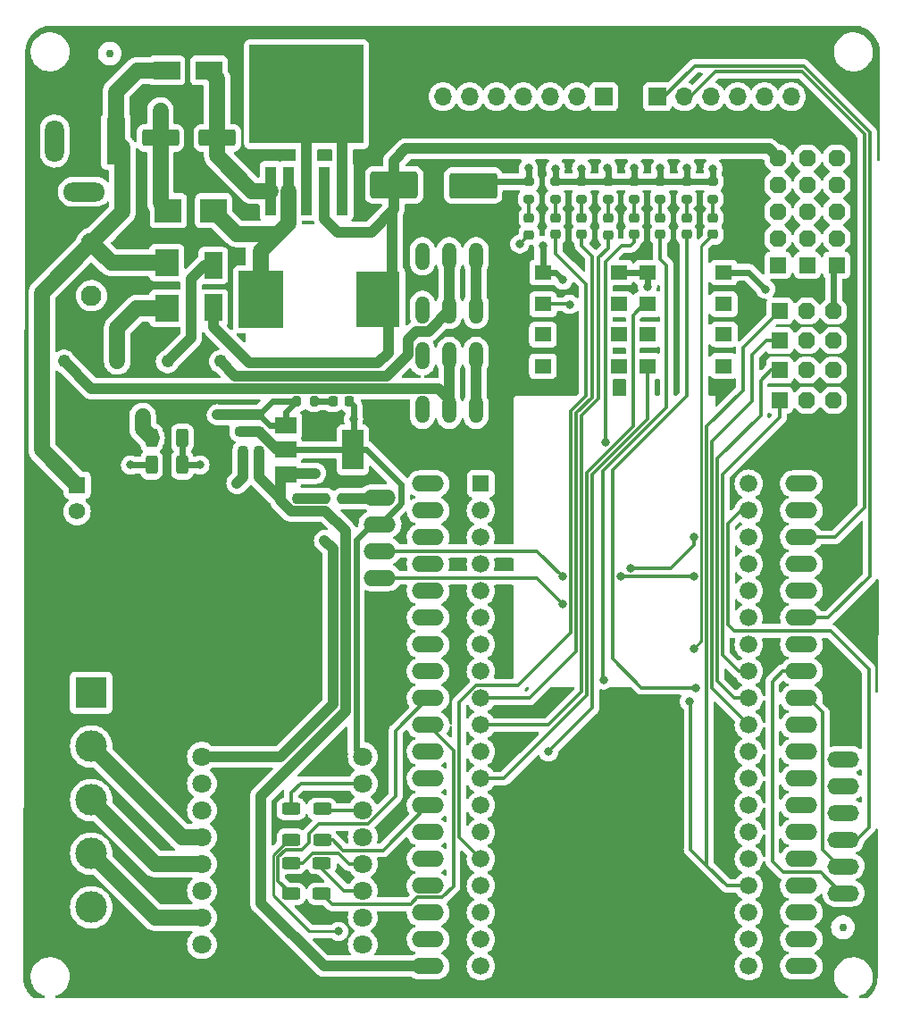
<source format=gbr>
%TF.GenerationSoftware,KiCad,Pcbnew,7.0.5*%
%TF.CreationDate,2024-05-04T18:26:22+05:30*%
%TF.ProjectId,sra_dev_board_2023,7372615f-6465-4765-9f62-6f6172645f32,rev?*%
%TF.SameCoordinates,Original*%
%TF.FileFunction,Copper,L1,Top*%
%TF.FilePolarity,Positive*%
%FSLAX46Y46*%
G04 Gerber Fmt 4.6, Leading zero omitted, Abs format (unit mm)*
G04 Created by KiCad (PCBNEW 7.0.5) date 2024-05-04 18:26:22*
%MOMM*%
%LPD*%
G01*
G04 APERTURE LIST*
G04 Aperture macros list*
%AMRoundRect*
0 Rectangle with rounded corners*
0 $1 Rounding radius*
0 $2 $3 $4 $5 $6 $7 $8 $9 X,Y pos of 4 corners*
0 Add a 4 corners polygon primitive as box body*
4,1,4,$2,$3,$4,$5,$6,$7,$8,$9,$2,$3,0*
0 Add four circle primitives for the rounded corners*
1,1,$1+$1,$2,$3*
1,1,$1+$1,$4,$5*
1,1,$1+$1,$6,$7*
1,1,$1+$1,$8,$9*
0 Add four rect primitives between the rounded corners*
20,1,$1+$1,$2,$3,$4,$5,0*
20,1,$1+$1,$4,$5,$6,$7,0*
20,1,$1+$1,$6,$7,$8,$9,0*
20,1,$1+$1,$8,$9,$2,$3,0*%
%AMOutline5P*
0 Free polygon, 5 corners , with rotation*
0 The origin of the aperture is its center*
0 number of corners: always 5*
0 $1 to $10 corner X, Y*
0 $11 Rotation angle, in degrees counterclockwise*
0 create outline with 5 corners*
4,1,5,$1,$2,$3,$4,$5,$6,$7,$8,$9,$10,$1,$2,$11*%
%AMOutline6P*
0 Free polygon, 6 corners , with rotation*
0 The origin of the aperture is its center*
0 number of corners: always 6*
0 $1 to $12 corner X, Y*
0 $13 Rotation angle, in degrees counterclockwise*
0 create outline with 6 corners*
4,1,6,$1,$2,$3,$4,$5,$6,$7,$8,$9,$10,$11,$12,$1,$2,$13*%
%AMOutline7P*
0 Free polygon, 7 corners , with rotation*
0 The origin of the aperture is its center*
0 number of corners: always 7*
0 $1 to $14 corner X, Y*
0 $15 Rotation angle, in degrees counterclockwise*
0 create outline with 7 corners*
4,1,7,$1,$2,$3,$4,$5,$6,$7,$8,$9,$10,$11,$12,$13,$14,$1,$2,$15*%
%AMOutline8P*
0 Free polygon, 8 corners , with rotation*
0 The origin of the aperture is its center*
0 number of corners: always 8*
0 $1 to $16 corner X, Y*
0 $17 Rotation angle, in degrees counterclockwise*
0 create outline with 8 corners*
4,1,8,$1,$2,$3,$4,$5,$6,$7,$8,$9,$10,$11,$12,$13,$14,$15,$16,$1,$2,$17*%
G04 Aperture macros list end*
%TA.AperFunction,SMDPad,CuDef*%
%ADD10RoundRect,0.200000X0.275000X-0.200000X0.275000X0.200000X-0.275000X0.200000X-0.275000X-0.200000X0*%
%TD*%
%TA.AperFunction,ComponentPad*%
%ADD11R,1.524000X1.524000*%
%TD*%
%TA.AperFunction,ComponentPad*%
%ADD12Outline8P,-0.762000X0.381000X-0.381000X0.762000X0.381000X0.762000X0.762000X0.381000X0.762000X-0.381000X0.381000X-0.762000X-0.381000X-0.762000X-0.762000X-0.381000X90.000000*%
%TD*%
%TA.AperFunction,ComponentPad*%
%ADD13C,1.950000*%
%TD*%
%TA.AperFunction,ComponentPad*%
%ADD14O,3.048000X1.524000*%
%TD*%
%TA.AperFunction,ComponentPad*%
%ADD15R,1.575000X1.575000*%
%TD*%
%TA.AperFunction,ComponentPad*%
%ADD16C,1.575000*%
%TD*%
%TA.AperFunction,ComponentPad*%
%ADD17R,3.000000X3.000000*%
%TD*%
%TA.AperFunction,ComponentPad*%
%ADD18C,3.000000*%
%TD*%
%TA.AperFunction,ComponentPad*%
%ADD19O,3.000000X1.500000*%
%TD*%
%TA.AperFunction,ComponentPad*%
%ADD20O,3.000000X1.540000*%
%TD*%
%TA.AperFunction,ComponentPad*%
%ADD21Outline8P,-0.762000X0.381000X-0.381000X0.762000X0.381000X0.762000X0.762000X0.381000X0.762000X-0.381000X0.381000X-0.762000X-0.381000X-0.762000X-0.762000X-0.381000X180.000000*%
%TD*%
%TA.AperFunction,SMDPad,CuDef*%
%ADD22RoundRect,0.225000X0.250000X-0.225000X0.250000X0.225000X-0.250000X0.225000X-0.250000X-0.225000X0*%
%TD*%
%TA.AperFunction,SMDPad,CuDef*%
%ADD23R,1.800000X2.500000*%
%TD*%
%TA.AperFunction,SMDPad,CuDef*%
%ADD24RoundRect,0.218750X-0.256250X0.218750X-0.256250X-0.218750X0.256250X-0.218750X0.256250X0.218750X0*%
%TD*%
%TA.AperFunction,ComponentPad*%
%ADD25R,1.700000X1.700000*%
%TD*%
%TA.AperFunction,ComponentPad*%
%ADD26O,1.700000X1.700000*%
%TD*%
%TA.AperFunction,ComponentPad*%
%ADD27C,1.800000*%
%TD*%
%TA.AperFunction,SMDPad,CuDef*%
%ADD28R,2.300000X2.500000*%
%TD*%
%TA.AperFunction,SMDPad,CuDef*%
%ADD29RoundRect,0.255000X-1.995000X-1.020000X1.995000X-1.020000X1.995000X1.020000X-1.995000X1.020000X0*%
%TD*%
%TA.AperFunction,SMDPad,CuDef*%
%ADD30RoundRect,0.245000X-2.005000X-0.980000X2.005000X-0.980000X2.005000X0.980000X-2.005000X0.980000X0*%
%TD*%
%TA.AperFunction,SMDPad,CuDef*%
%ADD31R,2.500000X2.300000*%
%TD*%
%TA.AperFunction,SMDPad,CuDef*%
%ADD32R,1.600000X1.400000*%
%TD*%
%TA.AperFunction,ComponentPad*%
%ADD33C,1.219000*%
%TD*%
%TA.AperFunction,ComponentPad*%
%ADD34O,1.320800X2.641600*%
%TD*%
%TA.AperFunction,SMDPad,CuDef*%
%ADD35RoundRect,0.218750X-0.218750X-0.256250X0.218750X-0.256250X0.218750X0.256250X-0.218750X0.256250X0*%
%TD*%
%TA.AperFunction,SMDPad,CuDef*%
%ADD36RoundRect,0.200000X0.200000X0.275000X-0.200000X0.275000X-0.200000X-0.275000X0.200000X-0.275000X0*%
%TD*%
%TA.AperFunction,SMDPad,CuDef*%
%ADD37RoundRect,0.250000X0.625000X-0.312500X0.625000X0.312500X-0.625000X0.312500X-0.625000X-0.312500X0*%
%TD*%
%TA.AperFunction,ComponentPad*%
%ADD38R,1.800000X4.400000*%
%TD*%
%TA.AperFunction,ComponentPad*%
%ADD39O,1.800000X4.000000*%
%TD*%
%TA.AperFunction,ComponentPad*%
%ADD40O,4.000000X1.800000*%
%TD*%
%TA.AperFunction,SMDPad,CuDef*%
%ADD41RoundRect,0.200000X-0.200000X-0.275000X0.200000X-0.275000X0.200000X0.275000X-0.200000X0.275000X0*%
%TD*%
%TA.AperFunction,SMDPad,CuDef*%
%ADD42RoundRect,0.250000X1.500000X0.550000X-1.500000X0.550000X-1.500000X-0.550000X1.500000X-0.550000X0*%
%TD*%
%TA.AperFunction,ComponentPad*%
%ADD43R,1.560000X1.560000*%
%TD*%
%TA.AperFunction,ComponentPad*%
%ADD44C,1.676400*%
%TD*%
%TA.AperFunction,SMDPad,CuDef*%
%ADD45R,2.500000X1.800000*%
%TD*%
%TA.AperFunction,SMDPad,CuDef*%
%ADD46R,4.194800X5.405100*%
%TD*%
%TA.AperFunction,SMDPad,CuDef*%
%ADD47R,4.094800X5.305100*%
%TD*%
%TA.AperFunction,SMDPad,CuDef*%
%ADD48RoundRect,0.225000X0.225000X0.250000X-0.225000X0.250000X-0.225000X-0.250000X0.225000X-0.250000X0*%
%TD*%
%TA.AperFunction,SMDPad,CuDef*%
%ADD49C,0.750000*%
%TD*%
%TA.AperFunction,SMDPad,CuDef*%
%ADD50R,2.000000X1.500000*%
%TD*%
%TA.AperFunction,SMDPad,CuDef*%
%ADD51R,2.000000X3.800000*%
%TD*%
%TA.AperFunction,SMDPad,CuDef*%
%ADD52R,1.100000X4.600000*%
%TD*%
%TA.AperFunction,SMDPad,CuDef*%
%ADD53R,10.800000X9.400000*%
%TD*%
%TA.AperFunction,SMDPad,CuDef*%
%ADD54RoundRect,0.218750X0.218750X0.256250X-0.218750X0.256250X-0.218750X-0.256250X0.218750X-0.256250X0*%
%TD*%
%TA.AperFunction,SMDPad,CuDef*%
%ADD55RoundRect,0.250000X-0.312500X-0.625000X0.312500X-0.625000X0.312500X0.625000X-0.312500X0.625000X0*%
%TD*%
%TA.AperFunction,ViaPad*%
%ADD56C,0.800000*%
%TD*%
%TA.AperFunction,Conductor*%
%ADD57C,1.000000*%
%TD*%
%TA.AperFunction,Conductor*%
%ADD58C,1.500000*%
%TD*%
%TA.AperFunction,Conductor*%
%ADD59C,0.600000*%
%TD*%
%TA.AperFunction,Conductor*%
%ADD60C,0.300000*%
%TD*%
%TA.AperFunction,Conductor*%
%ADD61C,0.250000*%
%TD*%
G04 APERTURE END LIST*
D10*
%TO.P,R7,1*%
%TO.N,Net-(D7-K)*%
X132680000Y-45896250D03*
%TO.P,R7,2*%
%TO.N,GND*%
X132680000Y-44246250D03*
%TD*%
D11*
%TO.P,J10,1,Pin_1*%
%TO.N,/15*%
X141520000Y-56510000D03*
D12*
%TO.P,J10,2,Pin_2*%
%TO.N,/5V*%
X144060000Y-56510000D03*
%TO.P,J10,3,Pin_3*%
%TO.N,GND*%
X146600000Y-56510000D03*
%TD*%
D13*
%TO.P,T3,1,Pin_1*%
%TO.N,GND*%
X76270000Y-55053723D03*
%TO.P,T3,2,Pin_2*%
%TO.N,/12V_U*%
X76270000Y-50053723D03*
%TD*%
D14*
%TO.P,J5,1,Pin_1*%
%TO.N,/CLK*%
X143569418Y-118588838D03*
%TO.P,J5,2,Pin_2*%
%TO.N,/SD0*%
X143569418Y-116048838D03*
%TO.P,J5,3,Pin_3*%
%TO.N,/SD1*%
X143569418Y-113508838D03*
%TO.P,J5,4,Pin_4*%
%TO.N,/15*%
X143569418Y-110968838D03*
%TO.P,J5,5,Pin_5*%
%TO.N,/2*%
X143569418Y-108428838D03*
%TO.P,J5,6,Pin_6*%
%TO.N,/0*%
X143569418Y-105888838D03*
%TO.P,J5,7,Pin_7*%
%TO.N,/4*%
X143569418Y-103348838D03*
%TO.P,J5,8,Pin_8*%
%TO.N,/16*%
X143569418Y-100808838D03*
%TO.P,J5,9,Pin_9*%
%TO.N,/17*%
X143569418Y-98268838D03*
%TO.P,J5,10,Pin_10*%
%TO.N,/5*%
X143569418Y-95728838D03*
%TO.P,J5,11,Pin_11*%
%TO.N,/18*%
X143569418Y-93188838D03*
%TO.P,J5,12,Pin_12*%
%TO.N,/19*%
X143569418Y-90648838D03*
%TO.P,J5,13,Pin_13*%
%TO.N,GND*%
X143569418Y-88108838D03*
%TO.P,J5,14,Pin_14*%
%TO.N,D+*%
X143569418Y-85568838D03*
%TO.P,J5,15,Pin_15*%
%TO.N,/RX*%
X143569418Y-83028838D03*
%TO.P,J5,16,Pin_16*%
%TO.N,/TX*%
X143569418Y-80488838D03*
%TO.P,J5,17,Pin_17*%
%TO.N,D-*%
X143569418Y-77948838D03*
%TO.P,J5,18,Pin_18*%
%TO.N,/23*%
X143569418Y-75408838D03*
%TO.P,J5,19,Pin_19*%
%TO.N,GND*%
X143569418Y-72868838D03*
%TD*%
D15*
%TO.P,J14,1,1*%
%TO.N,/12V_U*%
X74895000Y-73000000D03*
D16*
%TO.P,J14,2,2*%
%TO.N,GND*%
X74895000Y-75500000D03*
%TD*%
D17*
%TO.P,J16,1,Pin_1*%
%TO.N,GND*%
X76240000Y-92670000D03*
D18*
%TO.P,J16,2,Pin_2*%
%TO.N,/OUT1A*%
X76240000Y-97750000D03*
%TO.P,J16,3,Pin_3*%
%TO.N,/OUT2A*%
X76240000Y-102830000D03*
%TO.P,J16,4,Pin_4*%
%TO.N,/OUT3A*%
X76240000Y-107910000D03*
%TO.P,J16,5,Pin_5*%
%TO.N,/OUT4A*%
X76240000Y-112990000D03*
%TD*%
D19*
%TO.P,J17,1,Pin_1*%
%TO.N,/19*%
X147550000Y-111677727D03*
%TO.P,J17,2,Pin_2*%
%TO.N,/18*%
X147550000Y-109137727D03*
%TO.P,J17,3,Pin_3*%
%TO.N,/23*%
X147550000Y-106597727D03*
%TO.P,J17,4,Pin_4*%
%TO.N,/5*%
X147550000Y-104057727D03*
D20*
%TO.P,J17,5,Pin_5*%
%TO.N,/3V3*%
X147550000Y-101517727D03*
D19*
%TO.P,J17,6,Pin_6*%
%TO.N,GND*%
X147550000Y-98977727D03*
%TD*%
D10*
%TO.P,R1,1*%
%TO.N,Net-(D1-K)*%
X117720000Y-45912500D03*
%TO.P,R1,2*%
%TO.N,GND*%
X117720000Y-44262500D03*
%TD*%
D11*
%TO.P,J11,1,Pin_1*%
%TO.N,/5V*%
X141332544Y-52158000D03*
D21*
%TO.P,J11,2,Pin_2*%
X141332544Y-49618000D03*
%TO.P,J11,3,Pin_3*%
X141332544Y-47078000D03*
%TO.P,J11,4,Pin_4*%
X141332544Y-44538000D03*
%TO.P,J11,5,Pin_5*%
X141332544Y-41998000D03*
%TD*%
D22*
%TO.P,C5,1*%
%TO.N,/3V3*%
X92135000Y-67905000D03*
%TO.P,C5,2*%
%TO.N,GND*%
X92135000Y-66355000D03*
%TD*%
D23*
%TO.P,D13,1,K*%
%TO.N,Net-(D13-K)*%
X87800000Y-52200000D03*
%TO.P,D13,2,A*%
%TO.N,/5V*%
X87800000Y-56200000D03*
%TD*%
D24*
%TO.P,D2,1,K*%
%TO.N,Net-(D2-K)*%
X120250000Y-47683750D03*
%TO.P,D2,2,A*%
%TO.N,/13*%
X120250000Y-49258750D03*
%TD*%
D25*
%TO.P,J8,1,Pin_1*%
%TO.N,D+*%
X129920000Y-36195000D03*
D26*
%TO.P,J8,2,Pin_2*%
%TO.N,D-*%
X132460000Y-36195000D03*
%TO.P,J8,3,Pin_3*%
%TO.N,GND*%
X135000000Y-36195000D03*
%TO.P,J8,4,Pin_4*%
%TO.N,/23*%
X137540000Y-36195000D03*
%TO.P,J8,5,Pin_5*%
%TO.N,/3V3*%
X140080000Y-36195000D03*
%TO.P,J8,6,Pin_6*%
%TO.N,unconnected-(J8-Pin_6-Pad6)*%
X142620000Y-36195000D03*
%TD*%
D27*
%TO.P,U3,1,VM*%
%TO.N,/12V_P*%
X86740000Y-98727582D03*
%TO.P,U3,2,VCC*%
%TO.N,/3V3*%
X86740000Y-101267582D03*
%TO.P,U3,3,GND*%
%TO.N,GND*%
X86740000Y-103807582D03*
%TO.P,U3,4,A01*%
%TO.N,/OUT1A*%
X86740000Y-106347582D03*
%TO.P,U3,5,A02*%
%TO.N,/OUT2A*%
X86740000Y-108887582D03*
%TO.P,U3,6,B02*%
%TO.N,/OUT4A*%
X86740000Y-111427582D03*
%TO.P,U3,7,B01*%
%TO.N,/OUT3A*%
X86740000Y-113967582D03*
%TO.P,U3,8,GND*%
%TO.N,GND*%
X86740000Y-116507582D03*
%TO.P,U3,9,GND*%
X101980000Y-116507582D03*
%TO.P,U3,10,PWMB*%
%TO.N,/3V3*%
X101980000Y-113967582D03*
%TO.P,U3,11,BI2*%
%TO.N,Net-(U3-BI2)*%
X101980000Y-111427582D03*
%TO.P,U3,12,BI1*%
%TO.N,Net-(U3-BI1)*%
X101980000Y-108887582D03*
%TO.P,U3,13,STBY*%
%TO.N,/3V3*%
X101980000Y-106347582D03*
%TO.P,U3,14,AI1*%
%TO.N,Net-(U3-AI1)*%
X101980000Y-103807582D03*
%TO.P,U3,15,AI2*%
%TO.N,Net-(U3-AI2)*%
X101980000Y-101267582D03*
%TO.P,U3,16,PWMA*%
%TO.N,/3V3*%
X101980000Y-98727582D03*
%TD*%
D11*
%TO.P,J13,1,Pin_1*%
%TO.N,GND*%
X146900000Y-52160000D03*
D21*
%TO.P,J13,2,Pin_2*%
X146900000Y-49620000D03*
%TO.P,J13,3,Pin_3*%
X146900000Y-47080000D03*
%TO.P,J13,4,Pin_4*%
X146900000Y-44540000D03*
%TO.P,J13,5,Pin_5*%
X146900000Y-42000000D03*
%TD*%
D28*
%TO.P,D9,1,K*%
%TO.N,Net-(D9-K)*%
X83400000Y-56230000D03*
%TO.P,D9,2,A*%
%TO.N,/12V_U*%
X83400000Y-51930000D03*
%TD*%
D24*
%TO.P,D4,1,K*%
%TO.N,Net-(D4-K)*%
X125220000Y-47692500D03*
%TO.P,D4,2,A*%
%TO.N,/26*%
X125220000Y-49267500D03*
%TD*%
D29*
%TO.P,C2,1*%
%TO.N,/5V*%
X104952500Y-44575000D03*
D30*
%TO.P,C2,2*%
%TO.N,GND*%
X112452500Y-44625000D03*
%TD*%
D31*
%TO.P,D14,1,K*%
%TO.N,Net-(D14-K)*%
X87850000Y-47000000D03*
%TO.P,D14,2,A*%
%TO.N,GND*%
X83550000Y-47000000D03*
%TD*%
D10*
%TO.P,R6,1*%
%TO.N,Net-(D6-K)*%
X130180000Y-45896250D03*
%TO.P,R6,2*%
%TO.N,GND*%
X130180000Y-44246250D03*
%TD*%
D32*
%TO.P,SW2,1,1*%
%TO.N,GND*%
X126270000Y-58740000D03*
%TO.P,SW2,2,2*%
X119070000Y-58740000D03*
%TO.P,SW2,3,3*%
%TO.N,unconnected-(SW2-Pad3)*%
X126270000Y-61740000D03*
%TO.P,SW2,4,4*%
%TO.N,/2*%
X119070000Y-61740000D03*
%TD*%
D10*
%TO.P,R4,1*%
%TO.N,Net-(D4-K)*%
X125220000Y-45905000D03*
%TO.P,R4,2*%
%TO.N,GND*%
X125220000Y-44255000D03*
%TD*%
D33*
%TO.P,F2,1*%
%TO.N,Net-(D13-K)*%
X83485000Y-61280000D03*
%TO.P,F2,2*%
%TO.N,Net-(5V_SW1-B-Pad2)*%
X88535000Y-61280000D03*
%TD*%
D11*
%TO.P,J3,1,Pin_1*%
%TO.N,/19*%
X141520000Y-64934000D03*
D12*
%TO.P,J3,2,Pin_2*%
%TO.N,/5V*%
X144060000Y-64934000D03*
%TO.P,J3,3,Pin_3*%
%TO.N,GND*%
X146600000Y-64934000D03*
%TD*%
D24*
%TO.P,D6,1,K*%
%TO.N,Net-(D6-K)*%
X130180000Y-47683750D03*
%TO.P,D6,2,A*%
%TO.N,/5*%
X130180000Y-49258750D03*
%TD*%
%TO.P,D1,1,K*%
%TO.N,Net-(D1-K)*%
X117740000Y-47700000D03*
%TO.P,D1,2,A*%
%TO.N,/12*%
X117740000Y-49275000D03*
%TD*%
D34*
%TO.P,12V_SW1,1,A*%
%TO.N,unconnected-(12V_SW1-A-Pad1)*%
X107640000Y-60770000D03*
%TO.P,12V_SW1,2,B*%
%TO.N,Net-(12V_SW1-B-Pad2)*%
X110180000Y-60770000D03*
%TO.P,12V_SW1,3,C*%
%TO.N,/12V_P*%
X112720000Y-60770000D03*
%TO.P,12V_SW1,4,A*%
%TO.N,unconnected-(12V_SW1-A-Pad4)*%
X107640000Y-65850000D03*
%TO.P,12V_SW1,5,B*%
%TO.N,Net-(12V_SW1-B-Pad2)*%
X110180000Y-65850000D03*
%TO.P,12V_SW1,6,C*%
%TO.N,/12V_P*%
X112720000Y-65850000D03*
%TD*%
D10*
%TO.P,R2,1*%
%TO.N,Net-(D2-K)*%
X120250000Y-45896250D03*
%TO.P,R2,2*%
%TO.N,GND*%
X120250000Y-44246250D03*
%TD*%
D34*
%TO.P,5V_SW1,1,A*%
%TO.N,unconnected-(5V_SW1-A-Pad1)*%
X107640000Y-51310000D03*
%TO.P,5V_SW1,2,B*%
%TO.N,Net-(5V_SW1-B-Pad2)*%
X110180000Y-51310000D03*
%TO.P,5V_SW1,3,C*%
%TO.N,/5V_P*%
X112720000Y-51310000D03*
%TO.P,5V_SW1,4,A*%
%TO.N,unconnected-(5V_SW1-A-Pad4)*%
X107640000Y-56390000D03*
%TO.P,5V_SW1,5,B*%
%TO.N,Net-(5V_SW1-B-Pad2)*%
X110180000Y-56390000D03*
%TO.P,5V_SW1,6,C*%
%TO.N,/5V_P*%
X112720000Y-56390000D03*
%TD*%
D24*
%TO.P,D7,1,K*%
%TO.N,Net-(D7-K)*%
X132680000Y-47683750D03*
%TO.P,D7,2,A*%
%TO.N,/18*%
X132680000Y-49258750D03*
%TD*%
D35*
%TO.P,D11,1,K*%
%TO.N,Net-(D11-K)*%
X99155000Y-65060000D03*
%TO.P,D11,2,A*%
%TO.N,/3V3*%
X100730000Y-65060000D03*
%TD*%
D33*
%TO.P,F1,1*%
%TO.N,Net-(D9-K)*%
X78715000Y-61280000D03*
%TO.P,F1,2*%
%TO.N,Net-(12V_SW1-B-Pad2)*%
X73665000Y-61280000D03*
%TD*%
D10*
%TO.P,R3,1*%
%TO.N,Net-(D3-K)*%
X122730000Y-45896250D03*
%TO.P,R3,2*%
%TO.N,GND*%
X122730000Y-44246250D03*
%TD*%
D11*
%TO.P,J2,1,Pin_1*%
%TO.N,/5*%
X141520000Y-59310000D03*
D12*
%TO.P,J2,2,Pin_2*%
%TO.N,/5V*%
X144060000Y-59310000D03*
%TO.P,J2,3,Pin_3*%
%TO.N,GND*%
X146600000Y-59310000D03*
%TD*%
D10*
%TO.P,R8,1*%
%TO.N,Net-(D8-K)*%
X135190000Y-45896250D03*
%TO.P,R8,2*%
%TO.N,GND*%
X135190000Y-44246250D03*
%TD*%
D14*
%TO.P,J9,1,Pin_1*%
%TO.N,GND*%
X103620000Y-74160000D03*
%TO.P,J9,2,Pin_2*%
%TO.N,/3V3*%
X103620000Y-76700000D03*
%TO.P,J9,3,Pin_3*%
%TO.N,D+*%
X103620000Y-79240000D03*
%TO.P,J9,4,Pin_4*%
%TO.N,D-*%
X103620000Y-81780000D03*
%TD*%
D32*
%TO.P,SW4,1,1*%
%TO.N,GND*%
X136203500Y-52850000D03*
%TO.P,SW4,2,2*%
X129003500Y-52850000D03*
%TO.P,SW4,3,3*%
%TO.N,unconnected-(SW4-Pad3)*%
X136203500Y-55850000D03*
%TO.P,SW4,4,4*%
%TO.N,/14*%
X129003500Y-55850000D03*
%TD*%
D24*
%TO.P,D3,1,K*%
%TO.N,Net-(D3-K)*%
X122730000Y-47683750D03*
%TO.P,D3,2,A*%
%TO.N,/25*%
X122730000Y-49258750D03*
%TD*%
D36*
%TO.P,R10,1*%
%TO.N,Net-(D11-K)*%
X97365000Y-65060000D03*
%TO.P,R10,2*%
%TO.N,GND*%
X95715000Y-65060000D03*
%TD*%
D37*
%TO.P,R14,1*%
%TO.N,/26*%
X98110000Y-111732500D03*
%TO.P,R14,2*%
%TO.N,Net-(U3-BI2)*%
X98110000Y-108807500D03*
%TD*%
D24*
%TO.P,D8,1,K*%
%TO.N,Net-(D8-K)*%
X135190000Y-47683750D03*
%TO.P,D8,2,A*%
%TO.N,/19*%
X135190000Y-49258750D03*
%TD*%
D32*
%TO.P,SW1,1,1*%
%TO.N,GND*%
X126274490Y-52860000D03*
%TO.P,SW1,2,2*%
X119074490Y-52860000D03*
%TO.P,SW1,3,3*%
%TO.N,unconnected-(SW1-Pad3)*%
X126274490Y-55860000D03*
%TO.P,SW1,4,4*%
%TO.N,/4*%
X119074490Y-55860000D03*
%TD*%
D37*
%TO.P,R12,1*%
%TO.N,/13*%
X95200000Y-106622500D03*
%TO.P,R12,2*%
%TO.N,Net-(U3-AI2)*%
X95200000Y-103697500D03*
%TD*%
D22*
%TO.P,C4,1*%
%TO.N,/3V3*%
X90360000Y-67905000D03*
%TO.P,C4,2*%
%TO.N,GND*%
X90360000Y-66355000D03*
%TD*%
D38*
%TO.P,J6,1*%
%TO.N,/12V_U*%
X78580000Y-40400000D03*
D39*
%TO.P,J6,2*%
%TO.N,GND*%
X72780000Y-40400000D03*
D40*
%TO.P,J6,3*%
X75580000Y-45200000D03*
%TD*%
D41*
%TO.P,R9,1*%
%TO.N,Net-(D10-K)*%
X98405000Y-74260000D03*
%TO.P,R9,2*%
%TO.N,GND*%
X100055000Y-74260000D03*
%TD*%
D42*
%TO.P,C1,1*%
%TO.N,Net-(D12-K)*%
X88200000Y-40100000D03*
%TO.P,C1,2*%
%TO.N,GND*%
X82800000Y-40100000D03*
%TD*%
D43*
%TO.P,U1,1,3V3*%
%TO.N,/ESP_3V3*%
X113179418Y-72868838D03*
D44*
%TO.P,U1,2,EN*%
%TO.N,/EN*%
X113179418Y-75408838D03*
%TO.P,U1,3,SENSOR_VP*%
%TO.N,/36*%
X113179418Y-77948838D03*
%TO.P,U1,4,SENSOR_VN*%
%TO.N,/39*%
X113179418Y-80488838D03*
%TO.P,U1,5,IO34*%
%TO.N,/34*%
X113179418Y-83028838D03*
%TO.P,U1,6,IO35*%
%TO.N,/35*%
X113179418Y-85568838D03*
%TO.P,U1,7,IO32*%
%TO.N,/32*%
X113179418Y-88108838D03*
%TO.P,U1,8,IO33*%
%TO.N,/33*%
X113179418Y-90648838D03*
%TO.P,U1,9,IO25*%
%TO.N,/25*%
X113179418Y-93188838D03*
%TO.P,U1,10,IO26*%
%TO.N,/26*%
X113179418Y-95728838D03*
%TO.P,U1,11,IO27*%
%TO.N,/27*%
X113179418Y-98268838D03*
%TO.P,U1,12,IO14*%
%TO.N,/14*%
X113179418Y-100808838D03*
%TO.P,U1,13,IO12*%
%TO.N,/12*%
X113179418Y-103348838D03*
%TO.P,U1,14,GND1*%
%TO.N,GND*%
X113179418Y-105888838D03*
%TO.P,U1,15,IO13*%
%TO.N,/13*%
X113179418Y-108428838D03*
%TO.P,U1,16,SD2*%
%TO.N,/SD2*%
X113179418Y-110968838D03*
%TO.P,U1,17,SD3*%
%TO.N,/SD3*%
X113179418Y-113508838D03*
%TO.P,U1,18,CMD*%
%TO.N,/11*%
X113179418Y-116048838D03*
%TO.P,U1,19,EXT_5V*%
%TO.N,/5V_P*%
X113179418Y-118588838D03*
%TO.P,U1,20,GND3*%
%TO.N,GND*%
X138579418Y-72868838D03*
%TO.P,U1,21,IO23*%
%TO.N,/23*%
X138579418Y-75408838D03*
%TO.P,U1,22,IO22*%
%TO.N,D-*%
X138579418Y-77948838D03*
%TO.P,U1,23,TXD0*%
%TO.N,/TX*%
X138579418Y-80488838D03*
%TO.P,U1,24,RXD0*%
%TO.N,/RX*%
X138579418Y-83028838D03*
%TO.P,U1,25,IO21*%
%TO.N,D+*%
X138579418Y-85568838D03*
%TO.P,U1,26,GND2*%
%TO.N,GND*%
X138579418Y-88108838D03*
%TO.P,U1,27,IO19*%
%TO.N,/19*%
X138579418Y-90648838D03*
%TO.P,U1,28,IO18*%
%TO.N,/18*%
X138579418Y-93188838D03*
%TO.P,U1,29,IO5*%
%TO.N,/5*%
X138579418Y-95728838D03*
%TO.P,U1,30,IO17*%
%TO.N,/17*%
X138579418Y-98268838D03*
%TO.P,U1,31,IO16*%
%TO.N,/16*%
X138579418Y-100808838D03*
%TO.P,U1,32,IO4*%
%TO.N,/4*%
X138579418Y-103348838D03*
%TO.P,U1,33,IO0*%
%TO.N,/0*%
X138579418Y-105888838D03*
%TO.P,U1,34,IO2*%
%TO.N,/2*%
X138579418Y-108428838D03*
%TO.P,U1,35,IO15*%
%TO.N,/15*%
X138579418Y-110968838D03*
%TO.P,U1,36,SD1*%
%TO.N,/SD1*%
X138579418Y-113508838D03*
%TO.P,U1,37,SD0*%
%TO.N,/SD0*%
X138579418Y-116048838D03*
%TO.P,U1,38,CLK*%
%TO.N,/CLK*%
X138579418Y-118588838D03*
%TD*%
D25*
%TO.P,J7,1,Pin_1*%
%TO.N,/32*%
X124825000Y-36195000D03*
D26*
%TO.P,J7,2,Pin_2*%
%TO.N,/35*%
X122285000Y-36195000D03*
%TO.P,J7,3,Pin_3*%
%TO.N,/34*%
X119745000Y-36195000D03*
%TO.P,J7,4,Pin_4*%
%TO.N,/39*%
X117205000Y-36195000D03*
%TO.P,J7,5,Pin_5*%
%TO.N,/36*%
X114665000Y-36195000D03*
%TO.P,J7,6,Pin_6*%
%TO.N,GND*%
X112125000Y-36195000D03*
%TO.P,J7,7,Pin_7*%
%TO.N,/3V3*%
X109585000Y-36195000D03*
%TD*%
D37*
%TO.P,R11,1*%
%TO.N,/12*%
X98120000Y-106622500D03*
%TO.P,R11,2*%
%TO.N,Net-(U3-AI1)*%
X98120000Y-103697500D03*
%TD*%
D45*
%TO.P,D12,1,K*%
%TO.N,Net-(D12-K)*%
X87400000Y-33700000D03*
%TO.P,D12,2,A*%
%TO.N,/12V_U*%
X83400000Y-33700000D03*
%TD*%
D32*
%TO.P,SW3,1,1*%
%TO.N,GND*%
X136200000Y-58720000D03*
%TO.P,SW3,2,2*%
X129000000Y-58720000D03*
%TO.P,SW3,3,3*%
%TO.N,unconnected-(SW3-Pad3)*%
X136200000Y-61720000D03*
%TO.P,SW3,4,4*%
%TO.N,/27*%
X129000000Y-61720000D03*
%TD*%
D24*
%TO.P,D5,1,K*%
%TO.N,Net-(D5-K)*%
X127700000Y-47683750D03*
%TO.P,D5,2,A*%
%TO.N,/15*%
X127700000Y-49258750D03*
%TD*%
D46*
%TO.P,L1,1,1*%
%TO.N,Net-(D14-K)*%
X92288135Y-55382550D03*
D47*
%TO.P,L1,2,2*%
%TO.N,/5V*%
X103443335Y-55432550D03*
%TD*%
D48*
%TO.P,C6,1*%
%TO.N,/5V_P*%
X92160000Y-69830000D03*
%TO.P,C6,2*%
%TO.N,GND*%
X90610000Y-69830000D03*
%TD*%
%TO.P,C3,1*%
%TO.N,/5V_P*%
X92160000Y-71530000D03*
%TO.P,C3,2*%
%TO.N,GND*%
X90610000Y-71530000D03*
%TD*%
D49*
%TO.P,REF\u002A\u002A,*%
%TO.N,*%
X147500000Y-114890000D03*
%TD*%
D50*
%TO.P,U2,1,GND*%
%TO.N,GND*%
X94730000Y-67350000D03*
%TO.P,U2,2,VO*%
%TO.N,/3V3*%
X94730000Y-69650000D03*
D51*
X101030000Y-69650000D03*
D50*
%TO.P,U2,3,VI*%
%TO.N,/5V_P*%
X94730000Y-71950000D03*
%TD*%
D37*
%TO.P,R13,1*%
%TO.N,/25*%
X95190000Y-111732500D03*
%TO.P,R13,2*%
%TO.N,Net-(U3-BI1)*%
X95190000Y-108807500D03*
%TD*%
D52*
%TO.P,U5,1,VIN*%
%TO.N,Net-(D12-K)*%
X93260000Y-45115000D03*
%TO.P,U5,2,OUT*%
%TO.N,Net-(D14-K)*%
X94960000Y-45115000D03*
%TO.P,U5,3,GND*%
%TO.N,GND*%
X96660000Y-45115000D03*
D53*
X96660000Y-35965000D03*
D52*
%TO.P,U5,4,FB*%
%TO.N,/5V*%
X98360000Y-45115000D03*
%TO.P,U5,5,~{ON}/OFF*%
%TO.N,GND*%
X100060000Y-45115000D03*
%TD*%
D11*
%TO.P,J12,1,Pin_1*%
%TO.N,/3V3*%
X144122544Y-52166000D03*
D21*
%TO.P,J12,2,Pin_2*%
X144122544Y-49626000D03*
%TO.P,J12,3,Pin_3*%
X144122544Y-47086000D03*
%TO.P,J12,4,Pin_4*%
X144122544Y-44546000D03*
%TO.P,J12,5,Pin_5*%
X144122544Y-42006000D03*
%TD*%
D10*
%TO.P,R5,1*%
%TO.N,Net-(D5-K)*%
X127700000Y-45896250D03*
%TO.P,R5,2*%
%TO.N,GND*%
X127700000Y-44246250D03*
%TD*%
D49*
%TO.P,REF\u002A\u002A,*%
%TO.N,*%
X78000000Y-32100000D03*
%TD*%
D54*
%TO.P,D10,1,K*%
%TO.N,Net-(D10-K)*%
X95767500Y-74260000D03*
%TO.P,D10,2,A*%
%TO.N,/5V_P*%
X94192500Y-74260000D03*
%TD*%
D14*
%TO.P,J1,1,Pin_1*%
%TO.N,/ESP_3V3*%
X108179418Y-72868838D03*
%TO.P,J1,2,Pin_2*%
%TO.N,/EN*%
X108179418Y-75408838D03*
%TO.P,J1,3,Pin_3*%
%TO.N,/36*%
X108179418Y-77948838D03*
%TO.P,J1,4,Pin_4*%
%TO.N,/39*%
X108179418Y-80488838D03*
%TO.P,J1,5,Pin_5*%
%TO.N,/34*%
X108179418Y-83028838D03*
%TO.P,J1,6,Pin_6*%
%TO.N,/35*%
X108179418Y-85568838D03*
%TO.P,J1,7,Pin_7*%
%TO.N,/32*%
X108179418Y-88108838D03*
%TO.P,J1,8,Pin_8*%
%TO.N,/33*%
X108179418Y-90648838D03*
%TO.P,J1,9,Pin_9*%
%TO.N,/25*%
X108179418Y-93188838D03*
%TO.P,J1,10,Pin_10*%
%TO.N,/26*%
X108179418Y-95728838D03*
%TO.P,J1,11,Pin_11*%
%TO.N,/27*%
X108179418Y-98268838D03*
%TO.P,J1,12,Pin_12*%
%TO.N,/14*%
X108179418Y-100808838D03*
%TO.P,J1,13,Pin_13*%
%TO.N,/12*%
X108179418Y-103348838D03*
%TO.P,J1,14,Pin_14*%
%TO.N,GND*%
X108179418Y-105888838D03*
%TO.P,J1,15,Pin_15*%
%TO.N,/13*%
X108179418Y-108428838D03*
%TO.P,J1,16,Pin_16*%
%TO.N,/SD2*%
X108179418Y-110968838D03*
%TO.P,J1,17,Pin_17*%
%TO.N,/SD3*%
X108179418Y-113508838D03*
%TO.P,J1,18,Pin_18*%
%TO.N,/11*%
X108179418Y-116048838D03*
%TO.P,J1,19,Pin_19*%
%TO.N,/5V_P*%
X108179418Y-118588838D03*
%TD*%
D55*
%TO.P,R17,1*%
%TO.N,GND*%
X81965000Y-71100000D03*
%TO.P,R17,2*%
%TO.N,/33*%
X84890000Y-71100000D03*
%TD*%
%TO.P,R16,1*%
%TO.N,/12V_U*%
X81965000Y-68530000D03*
%TO.P,R16,2*%
%TO.N,/33*%
X84890000Y-68530000D03*
%TD*%
D11*
%TO.P,J4,1,Pin_1*%
%TO.N,/18*%
X141510000Y-62120000D03*
D12*
%TO.P,J4,2,Pin_2*%
%TO.N,/5V*%
X144050000Y-62120000D03*
%TO.P,J4,3,Pin_3*%
%TO.N,GND*%
X146590000Y-62120000D03*
%TD*%
D56*
%TO.N,/5V_P*%
X97500000Y-71880000D03*
%TO.N,/12V_P*%
X98370000Y-78260000D03*
%TO.N,/33*%
X86550000Y-71100000D03*
%TO.N,/27*%
X119580000Y-98280000D03*
%TO.N,/12*%
X116867500Y-50147500D03*
%TO.N,/13*%
X99690000Y-115280000D03*
%TO.N,/12V_U*%
X81120000Y-66450000D03*
%TO.N,/3V3*%
X101110000Y-66770000D03*
X101110000Y-69590000D03*
%TO.N,GND*%
X96660000Y-45115000D03*
X136203500Y-58716500D03*
X130200000Y-42980000D03*
X94200000Y-35700000D03*
X96740000Y-33160000D03*
X82800000Y-43400000D03*
X112990000Y-44570000D03*
X119070000Y-58710000D03*
X82800000Y-37500000D03*
X135180000Y-43020000D03*
X90060000Y-72830000D03*
X94200000Y-33160000D03*
X128970000Y-54170000D03*
X129000000Y-52900000D03*
X126300000Y-52900000D03*
X120970000Y-53570000D03*
X88210000Y-66340000D03*
X117680000Y-42970000D03*
X99280000Y-38240000D03*
X119080000Y-50290000D03*
X122730000Y-43000000D03*
X94730000Y-67350000D03*
X83505000Y-46955000D03*
X96740000Y-38240000D03*
X82800000Y-40100000D03*
X110880000Y-44580000D03*
X99280000Y-35700000D03*
X140170000Y-54430000D03*
X127730000Y-42990000D03*
X129020000Y-58710000D03*
X94200000Y-38240000D03*
X132710000Y-42970000D03*
X99280000Y-33160000D03*
X120250000Y-43010000D03*
X96740000Y-35700000D03*
X100060000Y-45115000D03*
X126300000Y-58710000D03*
X136220000Y-52820000D03*
X79980000Y-71100000D03*
X125210000Y-42980000D03*
%TO.N,/5*%
X124820000Y-91450000D03*
%TO.N,/19*%
X133370000Y-88460000D03*
%TO.N,/18*%
X133580000Y-92190000D03*
%TO.N,/15*%
X124980000Y-68970000D03*
X132950000Y-93480000D03*
%TO.N,/2*%
X119050000Y-61750000D03*
%TO.N,/4*%
X121599070Y-55870000D03*
%TO.N,D+*%
X120950000Y-81670000D03*
X126409500Y-81670000D03*
X133370000Y-81670000D03*
%TO.N,D-*%
X120940000Y-84230000D03*
X133375500Y-77948838D03*
X127380000Y-80880000D03*
%TD*%
D57*
%TO.N,Net-(5V_SW1-B-Pad2)*%
X106279600Y-59207704D02*
X107076504Y-58410800D01*
X106279600Y-60617456D02*
X106279600Y-59207704D01*
X110180000Y-51310000D02*
X110180000Y-56390000D01*
X89905000Y-62650000D02*
X104247056Y-62650000D01*
X104247056Y-62650000D02*
X106279600Y-60617456D01*
X108203496Y-58410800D02*
X110180000Y-56434296D01*
X107076504Y-58410800D02*
X108203496Y-58410800D01*
X88535000Y-61280000D02*
X89905000Y-62650000D01*
%TO.N,/5V_P*%
X92160000Y-72227500D02*
X94192500Y-74260000D01*
X95193191Y-75460000D02*
X98450000Y-75460000D01*
X98298838Y-118588838D02*
X108179418Y-118588838D01*
X94192500Y-74260000D02*
X94192500Y-72487500D01*
X94192500Y-74459309D02*
X95193191Y-75460000D01*
X98450000Y-75460000D02*
X100350000Y-77360000D01*
X94192500Y-74260000D02*
X94192500Y-74459309D01*
X92160000Y-71530000D02*
X92160000Y-72227500D01*
X97500000Y-71880000D02*
X94800000Y-71880000D01*
X92330000Y-102480000D02*
X92330000Y-112620000D01*
X100350000Y-77360000D02*
X100350000Y-94460000D01*
X94192500Y-72487500D02*
X94730000Y-71950000D01*
X100350000Y-94460000D02*
X92330000Y-102480000D01*
X112720000Y-51310000D02*
X112720000Y-56390000D01*
X92160000Y-69830000D02*
X92160000Y-71530000D01*
X92330000Y-112620000D02*
X98298838Y-118588838D01*
%TO.N,/12V_P*%
X99150000Y-79040000D02*
X99150000Y-93780000D01*
X98370000Y-78260000D02*
X99150000Y-79040000D01*
X112720000Y-60770000D02*
X112720000Y-65850000D01*
X94202418Y-98727582D02*
X86740000Y-98727582D01*
X99150000Y-93780000D02*
X94202418Y-98727582D01*
%TO.N,Net-(12V_SW1-B-Pad2)*%
X107076504Y-63829200D02*
X109159200Y-63829200D01*
X107055704Y-63850000D02*
X107076504Y-63829200D01*
X73665000Y-61280000D02*
X76235000Y-63850000D01*
X110180000Y-64850000D02*
X110180000Y-65850000D01*
X76235000Y-63850000D02*
X107055704Y-63850000D01*
X109159200Y-63829200D02*
X110180000Y-64850000D01*
X110180000Y-60770000D02*
X110180000Y-65850000D01*
D58*
%TO.N,Net-(D12-K)*%
X88200000Y-40100000D02*
X88200000Y-41800000D01*
X91515000Y-45115000D02*
X93260000Y-45115000D01*
X88200000Y-34500000D02*
X87400000Y-33700000D01*
X88200000Y-40100000D02*
X88200000Y-34500000D01*
X88200000Y-41800000D02*
X91515000Y-45115000D01*
D59*
%TO.N,/33*%
X84890000Y-68530000D02*
X84890000Y-71100000D01*
X84890000Y-71100000D02*
X86550000Y-71100000D01*
D60*
%TO.N,Net-(D1-K)*%
X117720000Y-45912500D02*
X117720000Y-47680000D01*
%TO.N,/25*%
X96195000Y-107535000D02*
X96895000Y-106835000D01*
X123720000Y-64687106D02*
X123720000Y-51300000D01*
X113179418Y-93188838D02*
X117821162Y-93188838D01*
X122730000Y-50310000D02*
X122730000Y-49258750D01*
X97858890Y-105097582D02*
X102472418Y-105097582D01*
X96895000Y-106061472D02*
X97858890Y-105097582D01*
X93965000Y-108235000D02*
X94665000Y-107535000D01*
X122230000Y-88780000D02*
X122230000Y-66177106D01*
X102472418Y-105097582D02*
X105100000Y-102470000D01*
X95190000Y-111732500D02*
X93965000Y-110507500D01*
X117821162Y-93188838D02*
X122230000Y-88780000D01*
X94665000Y-107535000D02*
X96195000Y-107535000D01*
X105100000Y-96268256D02*
X108179418Y-93188838D01*
X122230000Y-66177106D02*
X123720000Y-64687106D01*
X123720000Y-51300000D02*
X122730000Y-50310000D01*
X105100000Y-102470000D02*
X105100000Y-96268256D01*
X96895000Y-106835000D02*
X96895000Y-106061472D01*
X93965000Y-110507500D02*
X93965000Y-108235000D01*
%TO.N,Net-(D2-K)*%
X120250000Y-45896250D02*
X120250000Y-47683750D01*
%TO.N,/26*%
X110570000Y-111040000D02*
X110570000Y-98119420D01*
X122730000Y-66384212D02*
X124360000Y-64754212D01*
X122730000Y-92598682D02*
X122730000Y-66384212D01*
X124360000Y-51430000D02*
X125220000Y-50570000D01*
X106523256Y-112717582D02*
X107160000Y-112080838D01*
X125220000Y-50570000D02*
X125220000Y-49267500D01*
X109529162Y-112080838D02*
X110570000Y-111040000D01*
X98110000Y-111732500D02*
X99095082Y-112717582D01*
X124360000Y-64754212D02*
X124360000Y-51430000D01*
X113179418Y-95728838D02*
X119599844Y-95728838D01*
X110570000Y-98119420D02*
X108179418Y-95728838D01*
X119599844Y-95728838D02*
X122730000Y-92598682D01*
X99095082Y-112717582D02*
X106523256Y-112717582D01*
X107160000Y-112080838D02*
X109529162Y-112080838D01*
%TO.N,Net-(D3-K)*%
X122730000Y-45896250D02*
X122730000Y-47683750D01*
%TO.N,/27*%
X123729500Y-94130500D02*
X119580000Y-98280000D01*
X123729500Y-72013394D02*
X123729500Y-94130500D01*
X129000000Y-66742894D02*
X123729500Y-72013394D01*
X129000000Y-66742894D02*
X129000000Y-61720000D01*
%TO.N,Net-(D4-K)*%
X125220000Y-45905000D02*
X125220000Y-47692500D01*
%TO.N,/14*%
X123229500Y-92940500D02*
X115361162Y-100808838D01*
X127600000Y-64980000D02*
X127600000Y-56910000D01*
X123229500Y-71781161D02*
X123229500Y-92940500D01*
X115361162Y-100808838D02*
X113179418Y-100808838D01*
X127600000Y-56910000D02*
X128660000Y-55850000D01*
X127620000Y-67390661D02*
X123229500Y-71781161D01*
X127620000Y-65000000D02*
X127600000Y-64980000D01*
X127620000Y-65000000D02*
X127620000Y-67390661D01*
%TO.N,Net-(D5-K)*%
X127700000Y-45896250D02*
X127700000Y-47683750D01*
%TO.N,/12*%
X98120000Y-106622500D02*
X99162500Y-106622500D01*
X103918256Y-107610000D02*
X108179418Y-103348838D01*
X116867500Y-50147500D02*
X117740000Y-49275000D01*
X99162500Y-106622500D02*
X100150000Y-107610000D01*
X100150000Y-107610000D02*
X103918256Y-107610000D01*
%TO.N,Net-(D6-K)*%
X130180000Y-45896250D02*
X130180000Y-47683750D01*
%TO.N,/13*%
X111110000Y-93577887D02*
X111110000Y-106359420D01*
D61*
X94905748Y-106622500D02*
X93490000Y-108038248D01*
X99687418Y-115282582D02*
X99690000Y-115280000D01*
D60*
X120250000Y-49258750D02*
X120250000Y-51050000D01*
X123130000Y-53930000D02*
X123130000Y-64570000D01*
X123130000Y-64570000D02*
X121730000Y-65970000D01*
X116729362Y-92000638D02*
X112687249Y-92000638D01*
X120250000Y-51050000D02*
X123130000Y-53930000D01*
D61*
X93490000Y-108038248D02*
X93490000Y-111850000D01*
D60*
X121730000Y-65970000D02*
X121730000Y-87000000D01*
X111110000Y-106359420D02*
X113179418Y-108428838D01*
D61*
X93490000Y-111850000D02*
X96922582Y-115282582D01*
D60*
X121730000Y-87000000D02*
X116729362Y-92000638D01*
X112687249Y-92000638D02*
X111110000Y-93577887D01*
D61*
X96922582Y-115282582D02*
X99687418Y-115282582D01*
D60*
%TO.N,Net-(D7-K)*%
X132680000Y-45896250D02*
X132680000Y-47683750D01*
D58*
%TO.N,/12V_U*%
X76270000Y-50053723D02*
X79200000Y-47123723D01*
X80600000Y-33700000D02*
X83400000Y-33700000D01*
X78580000Y-35720000D02*
X80600000Y-33700000D01*
X79200000Y-41020000D02*
X78580000Y-40400000D01*
X78146277Y-51930000D02*
X76270000Y-50053723D01*
X78580000Y-35720000D02*
X78580000Y-40400000D01*
X83400000Y-51930000D02*
X78146277Y-51930000D01*
X79200000Y-47123723D02*
X79200000Y-41020000D01*
X81120000Y-67685000D02*
X81965000Y-68530000D01*
X74895000Y-73000000D02*
X71550000Y-69655000D01*
X81120000Y-66450000D02*
X81120000Y-67685000D01*
X71550000Y-69655000D02*
X71550000Y-54773723D01*
X71550000Y-54773723D02*
X76270000Y-50053723D01*
D60*
%TO.N,Net-(D8-K)*%
X135190000Y-45896250D02*
X135190000Y-47683750D01*
D58*
%TO.N,Net-(D9-K)*%
X78715000Y-61280000D02*
X78715000Y-58085000D01*
X80570000Y-56230000D02*
X83400000Y-56230000D01*
X78715000Y-58085000D02*
X80570000Y-56230000D01*
D57*
%TO.N,/3V3*%
X92135000Y-67905000D02*
X93880000Y-69650000D01*
D59*
X94730000Y-69650000D02*
X101030000Y-69650000D01*
X101350000Y-78208000D02*
X102858000Y-76700000D01*
X101130000Y-65460000D02*
X100730000Y-65060000D01*
X101130000Y-69550000D02*
X101130000Y-65460000D01*
D57*
X93880000Y-69650000D02*
X94730000Y-69650000D01*
D59*
X101980000Y-98727582D02*
X101350000Y-98097582D01*
D57*
X90360000Y-67905000D02*
X92135000Y-67905000D01*
D59*
X103626738Y-76700000D02*
X105644000Y-74682738D01*
X102300000Y-69590000D02*
X101110000Y-69590000D01*
X105644000Y-72934000D02*
X102300000Y-69590000D01*
X105644000Y-74682738D02*
X105644000Y-72934000D01*
X101350000Y-98097582D02*
X101350000Y-78208000D01*
D57*
%TO.N,Net-(D10-K)*%
X95767500Y-74260000D02*
X98405000Y-74260000D01*
D59*
%TO.N,Net-(D11-K)*%
X99155000Y-65060000D02*
X97365000Y-65060000D01*
D57*
%TO.N,/5V*%
X104952500Y-46847500D02*
X104952500Y-44575000D01*
X99568000Y-49022000D02*
X102778000Y-49022000D01*
X104952500Y-42247500D02*
X104952500Y-44575000D01*
X102778000Y-49022000D02*
X104952500Y-46847500D01*
X98360000Y-47814000D02*
X99568000Y-49022000D01*
X103390000Y-61450000D02*
X104400000Y-60440000D01*
X141332544Y-41998000D02*
X140464544Y-41130000D01*
X104400000Y-60440000D02*
X104400000Y-56936265D01*
X104800000Y-54075885D02*
X104800000Y-47000000D01*
X106070000Y-41130000D02*
X104952500Y-42247500D01*
X140464544Y-41130000D02*
X106070000Y-41130000D01*
X91250000Y-61450000D02*
X103390000Y-61450000D01*
X87800000Y-56200000D02*
X87800000Y-58000000D01*
X87800000Y-58000000D02*
X91250000Y-61450000D01*
X104800000Y-47000000D02*
X104952500Y-46847500D01*
X98360000Y-45115000D02*
X98360000Y-47814000D01*
%TO.N,Net-(D13-K)*%
X85700000Y-59065000D02*
X83485000Y-61280000D01*
X87800000Y-52200000D02*
X86970000Y-52200000D01*
X85700000Y-53470000D02*
X85700000Y-59065000D01*
X86970000Y-52200000D02*
X85700000Y-53470000D01*
D59*
%TO.N,GND*%
X119074490Y-52860000D02*
X119074490Y-50295510D01*
X94730000Y-66045000D02*
X95715000Y-65060000D01*
X132680000Y-44246250D02*
X135190000Y-44246250D01*
X94730000Y-67350000D02*
X94730000Y-66045000D01*
X125220000Y-44255000D02*
X125220000Y-42990000D01*
X119074490Y-52860000D02*
X120260000Y-52860000D01*
X122730000Y-44246250D02*
X125211250Y-44246250D01*
X117720000Y-44262500D02*
X117720000Y-43010000D01*
X117720000Y-43010000D02*
X117680000Y-42970000D01*
X120250000Y-44246250D02*
X120250000Y-43010000D01*
D57*
X90610000Y-71530000D02*
X90610000Y-69830000D01*
D59*
X135190000Y-44246250D02*
X135190000Y-43030000D01*
X146600000Y-56510000D02*
X146600000Y-52460000D01*
X127700000Y-43020000D02*
X127730000Y-42990000D01*
X127700000Y-44246250D02*
X130180000Y-44246250D01*
X120250000Y-44246250D02*
X122730000Y-44246250D01*
X122730000Y-44246250D02*
X122730000Y-43000000D01*
X132680000Y-44246250D02*
X132680000Y-43000000D01*
X95715000Y-65060000D02*
X93430000Y-65060000D01*
D58*
X82800000Y-43400000D02*
X82800000Y-46250000D01*
D59*
X135190000Y-43030000D02*
X135180000Y-43020000D01*
X132680000Y-43000000D02*
X132710000Y-42970000D01*
D57*
X90610000Y-71530000D02*
X90610000Y-72280000D01*
X90610000Y-72280000D02*
X90060000Y-72830000D01*
D59*
X93430000Y-65060000D02*
X92135000Y-66355000D01*
D57*
X90360000Y-66355000D02*
X88225000Y-66355000D01*
D58*
X82800000Y-40100000D02*
X82800000Y-37500000D01*
D59*
X125220000Y-44255000D02*
X127691250Y-44255000D01*
X129003500Y-52850000D02*
X129003500Y-54136500D01*
X130180000Y-44246250D02*
X132680000Y-44246250D01*
X136203500Y-52850000D02*
X138590000Y-52850000D01*
D58*
X82800000Y-40100000D02*
X82800000Y-43400000D01*
D59*
X127700000Y-44246250D02*
X127700000Y-43020000D01*
D57*
X96660000Y-45115000D02*
X96660000Y-35965000D01*
D59*
X117720000Y-44262500D02*
X112815000Y-44262500D01*
X138590000Y-52850000D02*
X140170000Y-54430000D01*
X120260000Y-52860000D02*
X120970000Y-53570000D01*
X81965000Y-71100000D02*
X79980000Y-71100000D01*
D57*
X100055000Y-74260000D02*
X103520000Y-74260000D01*
D59*
X125220000Y-42990000D02*
X125210000Y-42980000D01*
X126274490Y-52860000D02*
X128993500Y-52860000D01*
X130180000Y-44246250D02*
X130180000Y-43000000D01*
X129003500Y-54136500D02*
X128970000Y-54170000D01*
X93130000Y-67350000D02*
X92135000Y-66355000D01*
X94730000Y-67350000D02*
X93130000Y-67350000D01*
D58*
X82800000Y-46250000D02*
X83505000Y-46955000D01*
D59*
X130180000Y-43000000D02*
X130200000Y-42980000D01*
D57*
X88225000Y-66355000D02*
X88210000Y-66340000D01*
X100060000Y-45115000D02*
X100060000Y-39365000D01*
D59*
X119074490Y-50295510D02*
X119080000Y-50290000D01*
D57*
X90360000Y-66355000D02*
X92135000Y-66355000D01*
D60*
%TO.N,/5*%
X124780000Y-91202894D02*
X124780000Y-91410000D01*
X138920000Y-65050000D02*
X135090000Y-68880000D01*
X124780000Y-91202894D02*
X124780000Y-71670000D01*
X124780000Y-91410000D02*
X124820000Y-91450000D01*
X130800000Y-65650000D02*
X130800000Y-52200000D01*
X135090000Y-68880000D02*
X135090000Y-92239420D01*
X124780000Y-71670000D02*
X130800000Y-65650000D01*
X130800000Y-52200000D02*
X130180000Y-51580000D01*
X141520000Y-59310000D02*
X140240000Y-59310000D01*
X138920000Y-60630000D02*
X138920000Y-65050000D01*
X140240000Y-59310000D02*
X138920000Y-60630000D01*
X130180000Y-51580000D02*
X130180000Y-49258750D01*
X135090000Y-92239420D02*
X138579418Y-95728838D01*
D61*
%TO.N,/19*%
X134100000Y-87730000D02*
X134100000Y-50348750D01*
D60*
X145370000Y-109680000D02*
X147367727Y-111677727D01*
X137648838Y-90648838D02*
X136090000Y-89090000D01*
X141520000Y-66580000D02*
X141520000Y-64934000D01*
X140800000Y-91600000D02*
X140800000Y-108640000D01*
D61*
X134100000Y-50348750D02*
X135190000Y-49258750D01*
D60*
X141840000Y-109680000D02*
X145370000Y-109680000D01*
X143569418Y-90648838D02*
X141751162Y-90648838D01*
X136090000Y-89090000D02*
X136090000Y-72010000D01*
X141751162Y-90648838D02*
X140800000Y-91600000D01*
D61*
X133370000Y-88460000D02*
X134100000Y-87730000D01*
D60*
X138579418Y-90648838D02*
X137648838Y-90648838D01*
X136090000Y-72010000D02*
X141520000Y-66580000D01*
X140800000Y-108640000D02*
X141840000Y-109680000D01*
%TO.N,/18*%
X140650000Y-62120000D02*
X139700000Y-63070000D01*
X137188838Y-93188838D02*
X138579418Y-93188838D01*
X145570000Y-94540000D02*
X145570000Y-107540000D01*
X128390000Y-92190000D02*
X125650000Y-89450000D01*
X132680000Y-64520000D02*
X132680000Y-49258750D01*
X144218838Y-93188838D02*
X145570000Y-94540000D01*
X139700000Y-63070000D02*
X139700000Y-66370000D01*
X135590000Y-91590000D02*
X137188838Y-93188838D01*
X133580000Y-92190000D02*
X128390000Y-92190000D01*
X125650000Y-81990161D02*
X125659500Y-81980661D01*
X125650000Y-89450000D02*
X125650000Y-81990161D01*
X135590000Y-70480000D02*
X135590000Y-91590000D01*
X139700000Y-66370000D02*
X135590000Y-70480000D01*
X125659500Y-81980661D02*
X125659500Y-71540500D01*
X141510000Y-62120000D02*
X140650000Y-62120000D01*
X145570000Y-107540000D02*
X147167727Y-109137727D01*
X125659500Y-71540500D02*
X132680000Y-64520000D01*
%TO.N,/15*%
X138579418Y-110968838D02*
X136518838Y-110968838D01*
X134590000Y-67450000D02*
X138030000Y-64010000D01*
X133070000Y-93600000D02*
X133070000Y-107520000D01*
X134590000Y-109040000D02*
X134590000Y-67450000D01*
X125000000Y-51800000D02*
X125000000Y-68950000D01*
X127700000Y-50000000D02*
X127700000Y-49258750D01*
X138030000Y-60000000D02*
X141520000Y-56510000D01*
X133070000Y-107520000D02*
X134590000Y-109040000D01*
X125000000Y-51800000D02*
X126500000Y-50300000D01*
X138030000Y-64010000D02*
X138030000Y-60000000D01*
X126500000Y-50300000D02*
X127400000Y-50300000D01*
X127400000Y-50300000D02*
X127700000Y-50000000D01*
X136518838Y-110968838D02*
X134590000Y-109040000D01*
X132950000Y-93480000D02*
X133070000Y-93600000D01*
X125000000Y-68950000D02*
X124980000Y-68970000D01*
%TO.N,/4*%
X121589070Y-55860000D02*
X121599070Y-55870000D01*
X119074490Y-55860000D02*
X121589070Y-55860000D01*
%TO.N,D+*%
X120950000Y-81670000D02*
X118520000Y-79240000D01*
X150065000Y-81615000D02*
X146111162Y-85568838D01*
X129920000Y-36790000D02*
X133435000Y-33275000D01*
X150065000Y-39585000D02*
X150065000Y-81615000D01*
X146111162Y-85568838D02*
X143569418Y-85568838D01*
X126409500Y-81670000D02*
X133370000Y-81670000D01*
X118520000Y-79240000D02*
X103620000Y-79240000D01*
X133435000Y-33275000D02*
X143755000Y-33275000D01*
X143755000Y-33275000D02*
X150065000Y-39585000D01*
%TO.N,D-*%
X149515000Y-75163000D02*
X149515000Y-39741416D01*
X133375500Y-77948838D02*
X133375500Y-78644500D01*
X131140000Y-80880000D02*
X127380000Y-80880000D01*
X149515000Y-75163000D02*
X146729162Y-77948838D01*
X118490000Y-81780000D02*
X103620000Y-81780000D01*
X120940000Y-84230000D02*
X118490000Y-81780000D01*
X149515000Y-39741416D02*
X143598584Y-33825000D01*
X133375500Y-78644500D02*
X131140000Y-80880000D01*
X146729162Y-77948838D02*
X143569418Y-77948838D01*
X135425000Y-33825000D02*
X132460000Y-36790000D01*
X143598584Y-33825000D02*
X135425000Y-33825000D01*
%TO.N,/23*%
X138579418Y-75408838D02*
X137841162Y-75408838D01*
X149940000Y-105410000D02*
X148752273Y-106597727D01*
X146310000Y-86830000D02*
X149940000Y-90460000D01*
X137170000Y-86830000D02*
X146310000Y-86830000D01*
X136590000Y-86250000D02*
X137170000Y-86830000D01*
X137841162Y-75408838D02*
X136590000Y-76660000D01*
X149940000Y-90460000D02*
X149940000Y-105410000D01*
X136590000Y-76660000D02*
X136590000Y-86250000D01*
D58*
%TO.N,Net-(D14-K)*%
X93924022Y-49200000D02*
X90050000Y-49200000D01*
X94960000Y-45115000D02*
X94960000Y-48164022D01*
X90050000Y-49200000D02*
X87850000Y-47000000D01*
X92288135Y-50835887D02*
X92288135Y-55382550D01*
X93924022Y-49200000D02*
X92288135Y-50835887D01*
X94960000Y-48164022D02*
X93924022Y-49200000D01*
%TO.N,/OUT1A*%
X76240000Y-97750000D02*
X84837582Y-106347582D01*
X84837582Y-106347582D02*
X86740000Y-106347582D01*
%TO.N,/OUT2A*%
X76240000Y-102830000D02*
X82297582Y-108887582D01*
X82297582Y-108887582D02*
X86740000Y-108887582D01*
%TO.N,/OUT3A*%
X76240000Y-107910000D02*
X82297582Y-113967582D01*
X82297582Y-113967582D02*
X86740000Y-113967582D01*
D60*
%TO.N,Net-(U3-AI1)*%
X98230082Y-103807582D02*
X101980000Y-103807582D01*
%TO.N,Net-(U3-AI2)*%
X96092418Y-101267582D02*
X95200000Y-102160000D01*
X101980000Y-101267582D02*
X96092418Y-101267582D01*
X95200000Y-102160000D02*
X95200000Y-103697500D01*
%TO.N,Net-(U3-BI1)*%
X97236472Y-107895000D02*
X99675000Y-107895000D01*
X95190000Y-108807500D02*
X96323972Y-108807500D01*
X99675000Y-107895000D02*
X100667582Y-108887582D01*
X100667582Y-108887582D02*
X101980000Y-108887582D01*
X96323972Y-108807500D02*
X97236472Y-107895000D01*
%TO.N,Net-(U3-BI2)*%
X98110000Y-109310000D02*
X100227582Y-111427582D01*
X98110000Y-108807500D02*
X98110000Y-109310000D01*
X100227582Y-111427582D02*
X101980000Y-111427582D01*
%TD*%
%TA.AperFunction,NonConductor*%
G36*
X134149171Y-33953502D02*
G01*
X134195664Y-34007158D01*
X134205768Y-34077432D01*
X134176274Y-34142012D01*
X134170150Y-34148590D01*
X134020578Y-34298162D01*
X133310521Y-35008217D01*
X133248209Y-35042242D01*
X133177393Y-35037177D01*
X133161457Y-35029935D01*
X133121325Y-35008217D01*
X133007574Y-34946658D01*
X132965496Y-34932212D01*
X132907563Y-34891176D01*
X132881011Y-34825331D01*
X132894273Y-34755584D01*
X132917315Y-34723944D01*
X133240015Y-34401245D01*
X133670855Y-33970404D01*
X133733168Y-33936379D01*
X133759951Y-33933500D01*
X134081050Y-33933500D01*
X134149171Y-33953502D01*
G37*
%TD.AperFunction*%
%TA.AperFunction,NonConductor*%
G36*
X98993621Y-41193502D02*
G01*
X99040114Y-41247158D01*
X99051500Y-41299500D01*
X99051500Y-42180500D01*
X99031498Y-42248621D01*
X98977842Y-42295114D01*
X98925500Y-42306500D01*
X97794500Y-42306500D01*
X97726379Y-42286498D01*
X97679886Y-42232842D01*
X97668500Y-42180500D01*
X97668500Y-41299500D01*
X97688502Y-41231379D01*
X97742158Y-41184886D01*
X97794500Y-41173500D01*
X98925500Y-41173500D01*
X98993621Y-41193502D01*
G37*
%TD.AperFunction*%
%TA.AperFunction,NonConductor*%
G36*
X134536319Y-42158502D02*
G01*
X134582812Y-42212158D01*
X134592916Y-42282432D01*
X134563422Y-42347012D01*
X134561835Y-42348810D01*
X134440961Y-42483054D01*
X134440958Y-42483058D01*
X134345476Y-42648438D01*
X134345473Y-42648444D01*
X134345247Y-42649139D01*
X134286457Y-42830072D01*
X134266496Y-43020000D01*
X134286457Y-43209927D01*
X134294442Y-43234500D01*
X134305976Y-43269999D01*
X134306891Y-43272813D01*
X134308919Y-43343781D01*
X134272257Y-43404579D01*
X134208545Y-43435904D01*
X134187058Y-43437750D01*
X133686696Y-43437750D01*
X133618575Y-43417748D01*
X133572082Y-43364092D01*
X133561978Y-43293818D01*
X133566863Y-43272813D01*
X133571101Y-43259771D01*
X133603542Y-43159928D01*
X133623504Y-42970000D01*
X133603542Y-42780072D01*
X133544527Y-42598444D01*
X133449040Y-42433056D01*
X133408512Y-42388045D01*
X133373185Y-42348810D01*
X133342468Y-42284802D01*
X133351233Y-42214349D01*
X133396696Y-42159818D01*
X133464424Y-42138523D01*
X133466822Y-42138500D01*
X134468198Y-42138500D01*
X134536319Y-42158502D01*
G37*
%TD.AperFunction*%
%TA.AperFunction,NonConductor*%
G36*
X132021299Y-42158502D02*
G01*
X132067792Y-42212158D01*
X132077896Y-42282432D01*
X132048402Y-42347012D01*
X132046815Y-42348810D01*
X131970961Y-42433054D01*
X131970958Y-42433058D01*
X131880809Y-42589201D01*
X131875473Y-42598444D01*
X131870794Y-42612844D01*
X131816457Y-42780072D01*
X131796496Y-42969999D01*
X131816457Y-43159927D01*
X131853137Y-43272813D01*
X131855165Y-43343781D01*
X131818502Y-43404579D01*
X131754790Y-43435904D01*
X131733304Y-43437750D01*
X131179945Y-43437750D01*
X131111824Y-43417748D01*
X131065331Y-43364092D01*
X131055227Y-43293818D01*
X131060112Y-43272813D01*
X131061027Y-43269999D01*
X131093542Y-43169928D01*
X131113504Y-42980000D01*
X131093542Y-42790072D01*
X131034527Y-42608444D01*
X130939040Y-42443056D01*
X130889508Y-42388045D01*
X130854181Y-42348810D01*
X130823464Y-42284802D01*
X130832229Y-42214349D01*
X130877692Y-42159818D01*
X130945420Y-42138523D01*
X130947818Y-42138500D01*
X131953178Y-42138500D01*
X132021299Y-42158502D01*
G37*
%TD.AperFunction*%
%TA.AperFunction,NonConductor*%
G36*
X129520303Y-42158502D02*
G01*
X129566796Y-42212158D01*
X129576900Y-42282432D01*
X129547406Y-42347012D01*
X129545819Y-42348810D01*
X129460961Y-42443054D01*
X129460958Y-42443058D01*
X129365476Y-42608438D01*
X129365473Y-42608444D01*
X129352250Y-42649139D01*
X129306457Y-42790072D01*
X129286496Y-42979999D01*
X129306457Y-43169927D01*
X129319455Y-43209928D01*
X129338973Y-43269999D01*
X129339888Y-43272813D01*
X129341916Y-43343781D01*
X129305254Y-43404579D01*
X129241542Y-43435904D01*
X129220055Y-43437750D01*
X128713194Y-43437750D01*
X128645073Y-43417748D01*
X128598580Y-43364092D01*
X128588476Y-43293818D01*
X128593361Y-43272814D01*
X128623542Y-43179928D01*
X128643504Y-42990000D01*
X128623542Y-42800072D01*
X128564527Y-42618444D01*
X128469040Y-42453056D01*
X128410504Y-42388045D01*
X128375177Y-42348810D01*
X128344460Y-42284802D01*
X128353225Y-42214349D01*
X128398688Y-42159818D01*
X128466416Y-42138523D01*
X128468814Y-42138500D01*
X129452182Y-42138500D01*
X129520303Y-42158502D01*
G37*
%TD.AperFunction*%
%TA.AperFunction,NonConductor*%
G36*
X124530303Y-42158502D02*
G01*
X124576796Y-42212158D01*
X124586900Y-42282432D01*
X124557406Y-42347012D01*
X124555819Y-42348810D01*
X124470961Y-42443054D01*
X124470958Y-42443058D01*
X124375476Y-42608438D01*
X124375473Y-42608444D01*
X124362250Y-42649139D01*
X124316457Y-42790072D01*
X124296496Y-42979999D01*
X124316457Y-43169927D01*
X124329455Y-43209928D01*
X124348973Y-43269999D01*
X124349888Y-43272813D01*
X124351916Y-43343781D01*
X124315254Y-43404579D01*
X124251542Y-43435904D01*
X124230055Y-43437750D01*
X123716444Y-43437750D01*
X123648323Y-43417748D01*
X123601830Y-43364092D01*
X123591726Y-43293818D01*
X123596611Y-43272814D01*
X123623542Y-43189928D01*
X123624954Y-43176493D01*
X123643504Y-43000000D01*
X123623542Y-42810072D01*
X123564527Y-42628444D01*
X123469040Y-42463056D01*
X123430835Y-42420625D01*
X123366173Y-42348810D01*
X123335456Y-42284802D01*
X123344221Y-42214349D01*
X123389684Y-42159818D01*
X123457412Y-42138523D01*
X123459810Y-42138500D01*
X124462182Y-42138500D01*
X124530303Y-42158502D01*
G37*
%TD.AperFunction*%
%TA.AperFunction,NonConductor*%
G36*
X122068311Y-42158502D02*
G01*
X122114804Y-42212158D01*
X122124908Y-42282432D01*
X122095414Y-42347012D01*
X122093827Y-42348810D01*
X121990961Y-42463054D01*
X121990958Y-42463058D01*
X121895476Y-42628438D01*
X121895473Y-42628444D01*
X121888748Y-42649141D01*
X121836457Y-42810072D01*
X121816496Y-43000000D01*
X121836457Y-43189928D01*
X121863389Y-43272814D01*
X121865417Y-43343781D01*
X121828754Y-43404579D01*
X121765042Y-43435905D01*
X121743556Y-43437750D01*
X121239693Y-43437750D01*
X121171572Y-43417748D01*
X121125079Y-43364092D01*
X121114975Y-43293818D01*
X121119860Y-43272813D01*
X121124098Y-43259771D01*
X121143542Y-43199928D01*
X121163504Y-43010000D01*
X121143542Y-42820072D01*
X121084527Y-42638444D01*
X120989040Y-42473056D01*
X120943630Y-42422623D01*
X120877169Y-42348810D01*
X120846452Y-42284802D01*
X120855217Y-42214349D01*
X120900680Y-42159818D01*
X120968408Y-42138523D01*
X120970806Y-42138500D01*
X122000190Y-42138500D01*
X122068311Y-42158502D01*
G37*
%TD.AperFunction*%
%TA.AperFunction,NonConductor*%
G36*
X127059307Y-42158502D02*
G01*
X127105800Y-42212158D01*
X127115904Y-42282432D01*
X127086410Y-42347012D01*
X127084823Y-42348810D01*
X126990961Y-42453054D01*
X126990958Y-42453058D01*
X126898706Y-42612844D01*
X126895473Y-42618444D01*
X126886010Y-42647568D01*
X126836457Y-42800072D01*
X126816496Y-42990000D01*
X126836457Y-43179928D01*
X126869481Y-43281564D01*
X126871508Y-43352532D01*
X126834846Y-43413329D01*
X126771134Y-43444655D01*
X126749648Y-43446500D01*
X126187102Y-43446500D01*
X126118981Y-43426498D01*
X126072488Y-43372842D01*
X126062384Y-43302568D01*
X126067269Y-43281563D01*
X126103542Y-43169928D01*
X126123504Y-42980000D01*
X126103542Y-42790072D01*
X126044527Y-42608444D01*
X125949040Y-42443056D01*
X125899508Y-42388045D01*
X125864181Y-42348810D01*
X125833464Y-42284802D01*
X125842229Y-42214349D01*
X125887692Y-42159818D01*
X125955420Y-42138523D01*
X125957818Y-42138500D01*
X126991186Y-42138500D01*
X127059307Y-42158502D01*
G37*
%TD.AperFunction*%
%TA.AperFunction,NonConductor*%
G36*
X145605383Y-42411187D02*
G01*
X145636025Y-42475231D01*
X145636665Y-42479683D01*
X145640227Y-42508043D01*
X145640228Y-42508046D01*
X145640228Y-42508048D01*
X145640229Y-42508049D01*
X145696186Y-42643140D01*
X145696187Y-42643141D01*
X145747503Y-42709201D01*
X145749003Y-42711131D01*
X146188874Y-43151002D01*
X146213967Y-43170494D01*
X146255493Y-43228080D01*
X146259294Y-43298974D01*
X146224164Y-43360670D01*
X146213970Y-43369503D01*
X146188879Y-43388994D01*
X146188871Y-43389001D01*
X145748998Y-43828873D01*
X145748990Y-43828883D01*
X145696184Y-43896860D01*
X145640229Y-44031950D01*
X145635913Y-44066315D01*
X145607576Y-44131411D01*
X145548545Y-44170855D01*
X145477559Y-44172121D01*
X145417158Y-44134809D01*
X145386517Y-44070765D01*
X145385881Y-44066341D01*
X145382315Y-44037951D01*
X145326358Y-43902860D01*
X145273541Y-43834869D01*
X144833670Y-43394998D01*
X144829239Y-43391556D01*
X144808576Y-43375504D01*
X144767050Y-43317919D01*
X144763249Y-43247024D01*
X144798380Y-43185329D01*
X144808569Y-43176499D01*
X144833675Y-43156997D01*
X145273546Y-42717126D01*
X145326358Y-42649140D01*
X145326357Y-42649140D01*
X145326359Y-42649139D01*
X145347359Y-42598438D01*
X145382315Y-42514048D01*
X145386631Y-42479685D01*
X145414964Y-42414590D01*
X145473995Y-42375145D01*
X145544980Y-42373877D01*
X145605383Y-42411187D01*
G37*
%TD.AperFunction*%
%TA.AperFunction,NonConductor*%
G36*
X142820777Y-42360253D02*
G01*
X142851418Y-42424297D01*
X142852056Y-42428733D01*
X142862773Y-42514049D01*
X142918730Y-42649140D01*
X142918731Y-42649141D01*
X142966883Y-42711128D01*
X142971547Y-42717131D01*
X143411418Y-43157002D01*
X143436511Y-43176494D01*
X143478037Y-43234080D01*
X143481838Y-43304974D01*
X143446708Y-43366670D01*
X143436514Y-43375503D01*
X143411423Y-43394994D01*
X143411415Y-43395001D01*
X142971542Y-43834873D01*
X142971534Y-43834883D01*
X142918728Y-43902860D01*
X142862773Y-44037951D01*
X142853064Y-44115249D01*
X142824728Y-44180346D01*
X142765696Y-44219789D01*
X142694711Y-44221056D01*
X142634309Y-44183744D01*
X142603668Y-44119700D01*
X142603036Y-44115305D01*
X142592315Y-44029951D01*
X142536358Y-43894860D01*
X142494429Y-43840886D01*
X142483545Y-43826874D01*
X142483544Y-43826873D01*
X142483541Y-43826869D01*
X142043670Y-43386998D01*
X142043660Y-43386990D01*
X142018576Y-43367504D01*
X141977050Y-43309919D01*
X141973249Y-43239024D01*
X142008380Y-43177329D01*
X142018569Y-43168499D01*
X142041099Y-43150998D01*
X142043665Y-43149005D01*
X142043666Y-43149003D01*
X142043675Y-43148997D01*
X142483546Y-42709126D01*
X142530534Y-42648638D01*
X142536359Y-42641139D01*
X142566324Y-42568796D01*
X142592315Y-42506048D01*
X142602024Y-42428747D01*
X142630358Y-42363654D01*
X142689390Y-42324210D01*
X142760375Y-42322942D01*
X142820777Y-42360253D01*
G37*
%TD.AperFunction*%
%TA.AperFunction,NonConductor*%
G36*
X145605383Y-44951187D02*
G01*
X145636025Y-45015231D01*
X145636665Y-45019683D01*
X145640227Y-45048043D01*
X145640228Y-45048046D01*
X145640228Y-45048048D01*
X145640229Y-45048049D01*
X145696186Y-45183140D01*
X145696187Y-45183141D01*
X145747792Y-45249573D01*
X145749003Y-45251131D01*
X146188874Y-45691002D01*
X146213967Y-45710494D01*
X146255493Y-45768080D01*
X146259294Y-45838974D01*
X146224164Y-45900670D01*
X146213970Y-45909503D01*
X146188879Y-45928994D01*
X146188871Y-45929001D01*
X145748998Y-46368873D01*
X145748990Y-46368883D01*
X145696184Y-46436860D01*
X145640229Y-46571950D01*
X145635913Y-46606315D01*
X145607576Y-46671411D01*
X145548545Y-46710855D01*
X145477559Y-46712121D01*
X145417158Y-46674809D01*
X145386517Y-46610765D01*
X145385881Y-46606341D01*
X145382315Y-46577951D01*
X145326358Y-46442860D01*
X145273541Y-46374869D01*
X144833670Y-45934998D01*
X144825950Y-45929001D01*
X144808576Y-45915504D01*
X144767050Y-45857919D01*
X144763249Y-45787024D01*
X144798380Y-45725329D01*
X144808569Y-45716499D01*
X144833675Y-45696997D01*
X145273546Y-45257126D01*
X145320252Y-45197000D01*
X145326359Y-45189139D01*
X145349018Y-45134434D01*
X145382315Y-45054048D01*
X145386631Y-45019685D01*
X145414964Y-44954590D01*
X145473995Y-44915145D01*
X145544980Y-44913877D01*
X145605383Y-44951187D01*
G37*
%TD.AperFunction*%
%TA.AperFunction,NonConductor*%
G36*
X142820777Y-44900253D02*
G01*
X142851418Y-44964297D01*
X142852056Y-44968733D01*
X142862773Y-45054049D01*
X142918730Y-45189140D01*
X142928132Y-45201243D01*
X142970740Y-45256093D01*
X142971547Y-45257131D01*
X143411418Y-45697002D01*
X143436511Y-45716494D01*
X143478037Y-45774080D01*
X143481838Y-45844974D01*
X143446708Y-45906670D01*
X143436514Y-45915503D01*
X143411423Y-45934994D01*
X143411415Y-45935001D01*
X142971542Y-46374873D01*
X142971534Y-46374883D01*
X142918728Y-46442860D01*
X142862773Y-46577951D01*
X142853064Y-46655249D01*
X142824728Y-46720346D01*
X142765696Y-46759789D01*
X142694711Y-46761056D01*
X142634309Y-46723744D01*
X142603668Y-46659700D01*
X142603036Y-46655305D01*
X142592315Y-46569951D01*
X142536358Y-46434860D01*
X142489897Y-46375051D01*
X142483545Y-46366874D01*
X142483544Y-46366873D01*
X142483541Y-46366869D01*
X142043670Y-45926998D01*
X142043660Y-45926990D01*
X142018576Y-45907504D01*
X141977050Y-45849919D01*
X141973249Y-45779024D01*
X142008380Y-45717329D01*
X142018569Y-45708499D01*
X142041099Y-45690998D01*
X142043665Y-45689005D01*
X142043666Y-45689003D01*
X142043675Y-45688997D01*
X142483546Y-45249126D01*
X142534804Y-45183141D01*
X142536359Y-45181139D01*
X142573694Y-45091002D01*
X142592315Y-45046048D01*
X142602024Y-44968747D01*
X142630358Y-44903654D01*
X142689390Y-44864210D01*
X142760375Y-44862942D01*
X142820777Y-44900253D01*
G37*
%TD.AperFunction*%
%TA.AperFunction,NonConductor*%
G36*
X97314009Y-47943502D02*
G01*
X97360502Y-47997158D01*
X97366462Y-48012924D01*
X97404229Y-48137424D01*
X97404863Y-48208418D01*
X97367014Y-48268484D01*
X97302699Y-48298552D01*
X97283655Y-48300000D01*
X96345073Y-48300000D01*
X96276952Y-48279998D01*
X96230459Y-48226342D01*
X96219105Y-48176829D01*
X96218516Y-48150605D01*
X96218500Y-48149190D01*
X96218500Y-48049500D01*
X96238502Y-47981379D01*
X96292158Y-47934886D01*
X96344500Y-47923500D01*
X97245888Y-47923500D01*
X97314009Y-47943502D01*
G37*
%TD.AperFunction*%
%TA.AperFunction,NonConductor*%
G36*
X145605383Y-47491187D02*
G01*
X145636025Y-47555231D01*
X145636665Y-47559683D01*
X145640227Y-47588043D01*
X145640228Y-47588046D01*
X145640228Y-47588048D01*
X145640229Y-47588049D01*
X145696186Y-47723140D01*
X145696187Y-47723141D01*
X145747444Y-47789125D01*
X145749003Y-47791131D01*
X146188874Y-48231002D01*
X146213967Y-48250494D01*
X146255493Y-48308080D01*
X146259294Y-48378974D01*
X146224164Y-48440670D01*
X146213970Y-48449503D01*
X146188879Y-48468994D01*
X146188871Y-48469001D01*
X145748998Y-48908873D01*
X145748990Y-48908883D01*
X145696184Y-48976860D01*
X145640229Y-49111950D01*
X145635913Y-49146315D01*
X145607576Y-49211411D01*
X145548545Y-49250855D01*
X145477559Y-49252121D01*
X145417158Y-49214809D01*
X145386517Y-49150765D01*
X145385881Y-49146341D01*
X145382315Y-49117951D01*
X145326358Y-48982860D01*
X145273541Y-48914869D01*
X144833670Y-48474998D01*
X144833660Y-48474990D01*
X144808576Y-48455504D01*
X144767050Y-48397919D01*
X144763249Y-48327024D01*
X144798380Y-48265329D01*
X144808569Y-48256499D01*
X144833675Y-48236997D01*
X145273546Y-47797126D01*
X145326358Y-47729140D01*
X145326357Y-47729140D01*
X145326359Y-47729139D01*
X145359130Y-47650021D01*
X145382315Y-47594048D01*
X145386631Y-47559685D01*
X145414964Y-47494590D01*
X145473995Y-47455145D01*
X145544980Y-47453877D01*
X145605383Y-47491187D01*
G37*
%TD.AperFunction*%
%TA.AperFunction,NonConductor*%
G36*
X142820777Y-47440253D02*
G01*
X142851418Y-47504297D01*
X142852056Y-47508733D01*
X142862773Y-47594049D01*
X142918730Y-47729140D01*
X142918731Y-47729141D01*
X142966883Y-47791128D01*
X142971547Y-47797131D01*
X143411418Y-48237002D01*
X143436511Y-48256494D01*
X143478037Y-48314080D01*
X143481838Y-48384974D01*
X143446708Y-48446670D01*
X143436514Y-48455503D01*
X143411423Y-48474994D01*
X143411415Y-48475001D01*
X142971542Y-48914873D01*
X142971534Y-48914883D01*
X142918728Y-48982860D01*
X142862773Y-49117951D01*
X142853064Y-49195249D01*
X142824728Y-49260346D01*
X142765696Y-49299789D01*
X142694711Y-49301056D01*
X142634309Y-49263744D01*
X142603668Y-49199700D01*
X142603036Y-49195305D01*
X142592315Y-49109951D01*
X142536358Y-48974860D01*
X142494429Y-48920886D01*
X142483545Y-48906874D01*
X142483544Y-48906873D01*
X142483541Y-48906869D01*
X142043670Y-48466998D01*
X142043660Y-48466990D01*
X142018576Y-48447504D01*
X141977050Y-48389919D01*
X141973249Y-48319024D01*
X142008380Y-48257329D01*
X142018569Y-48248499D01*
X142041099Y-48230998D01*
X142043665Y-48229005D01*
X142043666Y-48229003D01*
X142043675Y-48228997D01*
X142483546Y-47789126D01*
X142534804Y-47723141D01*
X142536359Y-47721139D01*
X142567362Y-47646289D01*
X142592315Y-47586048D01*
X142602024Y-47508747D01*
X142630358Y-47443654D01*
X142689390Y-47404210D01*
X142760375Y-47402942D01*
X142820777Y-47440253D01*
G37*
%TD.AperFunction*%
%TA.AperFunction,NonConductor*%
G36*
X119597315Y-42158502D02*
G01*
X119643808Y-42212158D01*
X119653912Y-42282432D01*
X119624418Y-42347012D01*
X119622831Y-42348810D01*
X119510961Y-42473054D01*
X119510958Y-42473058D01*
X119415476Y-42638438D01*
X119415473Y-42638444D01*
X119406768Y-42665234D01*
X119356457Y-42820072D01*
X119336496Y-43010000D01*
X119356457Y-43199927D01*
X119415472Y-43381554D01*
X119415473Y-43381556D01*
X119421247Y-43391556D01*
X119424619Y-43397397D01*
X119441500Y-43460397D01*
X119441500Y-43526471D01*
X119421498Y-43594592D01*
X119414689Y-43604173D01*
X119413185Y-43606092D01*
X119324171Y-43753340D01*
X119324170Y-43753343D01*
X119272986Y-43917603D01*
X119266500Y-43988987D01*
X119266500Y-44503511D01*
X119272986Y-44574896D01*
X119272986Y-44574897D01*
X119324170Y-44739156D01*
X119324172Y-44739161D01*
X119324173Y-44739163D01*
X119399000Y-44862942D01*
X119413184Y-44886405D01*
X119413188Y-44886410D01*
X119508933Y-44982155D01*
X119542959Y-45044467D01*
X119537894Y-45115282D01*
X119508933Y-45160345D01*
X119413188Y-45256089D01*
X119413184Y-45256094D01*
X119324172Y-45403338D01*
X119324170Y-45403343D01*
X119272986Y-45567603D01*
X119266500Y-45638987D01*
X119266500Y-46153511D01*
X119272986Y-46224896D01*
X119272986Y-46224897D01*
X119324170Y-46389156D01*
X119324172Y-46389161D01*
X119324173Y-46389163D01*
X119376439Y-46475622D01*
X119413184Y-46536405D01*
X119413188Y-46536410D01*
X119534838Y-46658060D01*
X119534842Y-46658063D01*
X119534845Y-46658066D01*
X119534847Y-46658067D01*
X119540847Y-46662768D01*
X119539206Y-46664861D01*
X119578627Y-46707900D01*
X119591499Y-46763374D01*
X119591500Y-46788616D01*
X119571501Y-46856738D01*
X119543660Y-46887449D01*
X119539619Y-46890644D01*
X119419401Y-47010861D01*
X119419400Y-47010862D01*
X119330151Y-47155557D01*
X119324766Y-47171808D01*
X119287170Y-47285269D01*
X119276675Y-47316940D01*
X119266500Y-47416530D01*
X119266500Y-47950960D01*
X119275294Y-48037037D01*
X119276676Y-48050564D01*
X119309826Y-48150605D01*
X119330151Y-48211942D01*
X119419400Y-48356637D01*
X119419405Y-48356643D01*
X119444917Y-48382155D01*
X119478943Y-48444467D01*
X119473878Y-48515282D01*
X119444917Y-48560345D01*
X119419405Y-48585856D01*
X119419400Y-48585862D01*
X119330151Y-48730557D01*
X119276675Y-48891940D01*
X119266500Y-48991530D01*
X119266500Y-49255500D01*
X119246498Y-49323621D01*
X119192842Y-49370114D01*
X119140500Y-49381500D01*
X118984511Y-49381500D01*
X118875695Y-49404629D01*
X118804904Y-49399226D01*
X118748272Y-49356409D01*
X118723779Y-49289772D01*
X118723499Y-49281382D01*
X118723499Y-49007789D01*
X118714007Y-48914871D01*
X118713324Y-48908186D01*
X118659849Y-48746808D01*
X118570600Y-48602113D01*
X118545081Y-48576594D01*
X118511057Y-48514285D01*
X118516121Y-48443469D01*
X118545081Y-48398405D01*
X118570600Y-48372887D01*
X118659849Y-48228192D01*
X118713324Y-48066814D01*
X118723500Y-47967211D01*
X118723499Y-47432790D01*
X118713324Y-47333186D01*
X118659849Y-47171808D01*
X118570600Y-47027113D01*
X118570599Y-47027112D01*
X118570594Y-47027106D01*
X118450393Y-46906905D01*
X118450385Y-46906898D01*
X118438350Y-46899475D01*
X118390873Y-46846688D01*
X118378500Y-46792246D01*
X118378500Y-46788616D01*
X118378500Y-46779635D01*
X118398496Y-46711517D01*
X118430346Y-46680541D01*
X118429153Y-46679018D01*
X118435147Y-46674320D01*
X118435155Y-46674316D01*
X118556816Y-46552655D01*
X118645827Y-46405413D01*
X118697013Y-46241149D01*
X118703500Y-46169765D01*
X118703499Y-45655236D01*
X118697013Y-45583851D01*
X118645827Y-45419587D01*
X118556816Y-45272345D01*
X118556815Y-45272344D01*
X118556811Y-45272339D01*
X118461067Y-45176595D01*
X118427041Y-45114283D01*
X118432106Y-45043468D01*
X118461067Y-44998405D01*
X118556811Y-44902660D01*
X118556816Y-44902655D01*
X118645827Y-44755413D01*
X118697013Y-44591149D01*
X118703500Y-44519765D01*
X118703499Y-44005236D01*
X118697013Y-43933851D01*
X118657405Y-43806742D01*
X118645829Y-43769593D01*
X118645827Y-43769588D01*
X118645827Y-43769587D01*
X118556816Y-43622345D01*
X118556811Y-43622340D01*
X118555310Y-43620423D01*
X118554646Y-43618756D01*
X118552873Y-43615823D01*
X118553360Y-43615528D01*
X118529047Y-43554463D01*
X118528499Y-43542721D01*
X118528499Y-43446500D01*
X118528499Y-43318502D01*
X118534664Y-43279578D01*
X118573542Y-43159928D01*
X118593504Y-42970000D01*
X118573542Y-42780072D01*
X118514527Y-42598444D01*
X118419040Y-42433056D01*
X118378512Y-42388045D01*
X118343185Y-42348810D01*
X118312468Y-42284802D01*
X118321233Y-42214349D01*
X118366696Y-42159818D01*
X118434424Y-42138523D01*
X118436822Y-42138500D01*
X119529194Y-42138500D01*
X119597315Y-42158502D01*
G37*
%TD.AperFunction*%
%TA.AperFunction,NonConductor*%
G36*
X126824330Y-45083502D02*
G01*
X126870823Y-45137158D01*
X126880927Y-45207432D01*
X126864037Y-45254685D01*
X126863185Y-45256093D01*
X126863184Y-45256095D01*
X126811555Y-45341500D01*
X126774172Y-45403338D01*
X126774170Y-45403343D01*
X126722986Y-45567603D01*
X126716500Y-45638987D01*
X126716500Y-46153511D01*
X126722986Y-46224896D01*
X126722986Y-46224897D01*
X126774170Y-46389156D01*
X126774172Y-46389161D01*
X126774173Y-46389163D01*
X126826439Y-46475622D01*
X126863184Y-46536405D01*
X126863188Y-46536410D01*
X126984838Y-46658060D01*
X126984842Y-46658063D01*
X126984845Y-46658066D01*
X126984847Y-46658067D01*
X126990847Y-46662768D01*
X126989204Y-46664864D01*
X127028618Y-46707879D01*
X127041500Y-46763379D01*
X127041500Y-46788621D01*
X127021498Y-46856742D01*
X126993660Y-46887449D01*
X126989619Y-46890644D01*
X126869401Y-47010861D01*
X126869400Y-47010862D01*
X126780151Y-47155557D01*
X126774766Y-47171808D01*
X126737170Y-47285269D01*
X126726675Y-47316940D01*
X126716500Y-47416530D01*
X126716500Y-47950960D01*
X126725294Y-48037037D01*
X126726676Y-48050564D01*
X126759826Y-48150605D01*
X126780151Y-48211942D01*
X126869400Y-48356637D01*
X126869405Y-48356643D01*
X126894916Y-48382154D01*
X126928942Y-48444466D01*
X126923877Y-48515281D01*
X126894919Y-48560342D01*
X126869402Y-48585859D01*
X126869400Y-48585862D01*
X126780151Y-48730557D01*
X126726675Y-48891940D01*
X126716500Y-48991530D01*
X126716500Y-48991538D01*
X126716500Y-48991539D01*
X126716500Y-49255500D01*
X126716501Y-49515500D01*
X126696499Y-49583621D01*
X126642844Y-49630114D01*
X126590501Y-49641500D01*
X126586611Y-49641500D01*
X126570379Y-49639708D01*
X126570356Y-49639958D01*
X126562463Y-49639211D01*
X126490642Y-49641469D01*
X126488663Y-49641500D01*
X126458568Y-49641500D01*
X126451222Y-49642427D01*
X126445309Y-49642893D01*
X126396172Y-49644437D01*
X126396170Y-49644437D01*
X126396169Y-49644438D01*
X126375571Y-49650421D01*
X126356213Y-49654429D01*
X126345286Y-49655809D01*
X126275196Y-49644500D01*
X126222347Y-49597093D01*
X126203499Y-49530805D01*
X126203499Y-49000290D01*
X126193324Y-48900686D01*
X126139849Y-48739308D01*
X126050600Y-48594613D01*
X126025081Y-48569094D01*
X125991057Y-48506785D01*
X125996121Y-48435969D01*
X126025081Y-48390905D01*
X126050600Y-48365387D01*
X126139849Y-48220692D01*
X126193324Y-48059314D01*
X126203500Y-47959711D01*
X126203499Y-47425290D01*
X126193324Y-47325686D01*
X126139849Y-47164308D01*
X126050600Y-47019613D01*
X125930387Y-46899400D01*
X125930384Y-46899398D01*
X125930380Y-46899394D01*
X125926340Y-46896199D01*
X125885317Y-46838254D01*
X125878500Y-46797376D01*
X125878500Y-46788616D01*
X125878500Y-46772129D01*
X125898498Y-46704012D01*
X125930346Y-46673040D01*
X125929153Y-46671518D01*
X125935147Y-46666820D01*
X125935155Y-46666816D01*
X126056816Y-46545155D01*
X126145827Y-46397913D01*
X126197013Y-46233649D01*
X126203500Y-46162265D01*
X126203499Y-45647736D01*
X126197013Y-45576351D01*
X126145827Y-45412087D01*
X126056816Y-45264845D01*
X126056815Y-45264844D01*
X126052873Y-45258323D01*
X126054689Y-45257224D01*
X126032399Y-45201243D01*
X126045966Y-45131555D01*
X126095054Y-45080264D01*
X126157851Y-45063500D01*
X126756209Y-45063500D01*
X126824330Y-45083502D01*
G37*
%TD.AperFunction*%
%TA.AperFunction,NonConductor*%
G36*
X134320270Y-45074752D02*
G01*
X134366763Y-45128408D01*
X134376867Y-45198682D01*
X134355539Y-45248613D01*
X134357127Y-45249573D01*
X134353184Y-45256094D01*
X134353184Y-45256095D01*
X134347884Y-45264863D01*
X134264172Y-45403338D01*
X134264170Y-45403343D01*
X134212986Y-45567603D01*
X134206500Y-45638987D01*
X134206500Y-46153511D01*
X134212986Y-46224896D01*
X134212986Y-46224897D01*
X134264170Y-46389156D01*
X134264172Y-46389161D01*
X134264173Y-46389163D01*
X134316439Y-46475622D01*
X134353184Y-46536405D01*
X134353188Y-46536410D01*
X134474838Y-46658060D01*
X134474842Y-46658063D01*
X134474845Y-46658066D01*
X134474847Y-46658067D01*
X134480847Y-46662768D01*
X134479204Y-46664864D01*
X134518618Y-46707879D01*
X134531500Y-46763379D01*
X134531500Y-46788621D01*
X134511498Y-46856742D01*
X134483660Y-46887449D01*
X134479619Y-46890644D01*
X134359401Y-47010861D01*
X134359400Y-47010862D01*
X134270151Y-47155557D01*
X134264766Y-47171808D01*
X134227170Y-47285269D01*
X134216675Y-47316940D01*
X134206500Y-47416530D01*
X134206500Y-47950960D01*
X134215294Y-48037037D01*
X134216676Y-48050564D01*
X134270151Y-48211942D01*
X134359400Y-48356637D01*
X134384917Y-48382154D01*
X134418942Y-48444464D01*
X134413878Y-48515280D01*
X134384919Y-48560343D01*
X134359400Y-48585862D01*
X134270151Y-48730557D01*
X134216675Y-48891940D01*
X134206500Y-48991530D01*
X134206500Y-49294153D01*
X134186498Y-49362274D01*
X134169595Y-49383249D01*
X133872589Y-49680254D01*
X133810277Y-49714279D01*
X133739461Y-49709214D01*
X133682626Y-49666667D01*
X133657815Y-49600147D01*
X133658146Y-49578357D01*
X133663500Y-49525961D01*
X133663499Y-48991540D01*
X133653324Y-48891936D01*
X133599849Y-48730558D01*
X133510600Y-48585863D01*
X133485081Y-48560344D01*
X133451057Y-48498035D01*
X133456121Y-48427219D01*
X133485081Y-48382155D01*
X133510600Y-48356637D01*
X133599849Y-48211942D01*
X133653324Y-48050564D01*
X133663500Y-47950961D01*
X133663499Y-47416540D01*
X133653324Y-47316936D01*
X133599849Y-47155558D01*
X133510600Y-47010863D01*
X133390387Y-46890650D01*
X133390384Y-46890648D01*
X133390380Y-46890644D01*
X133386340Y-46887449D01*
X133345317Y-46829504D01*
X133338500Y-46788621D01*
X133338500Y-46763379D01*
X133358502Y-46695258D01*
X133390343Y-46664287D01*
X133389153Y-46662768D01*
X133395147Y-46658070D01*
X133395155Y-46658066D01*
X133516816Y-46536405D01*
X133605827Y-46389163D01*
X133657013Y-46224899D01*
X133663500Y-46153515D01*
X133663499Y-45638986D01*
X133657013Y-45567601D01*
X133610891Y-45419587D01*
X133605829Y-45403343D01*
X133605827Y-45403338D01*
X133605827Y-45403337D01*
X133516816Y-45256095D01*
X133516814Y-45256093D01*
X133512873Y-45249573D01*
X133514689Y-45248474D01*
X133492399Y-45192493D01*
X133505966Y-45122805D01*
X133555054Y-45071514D01*
X133617851Y-45054750D01*
X134252149Y-45054750D01*
X134320270Y-45074752D01*
G37*
%TD.AperFunction*%
%TA.AperFunction,NonConductor*%
G36*
X124357209Y-45074752D02*
G01*
X124403702Y-45128408D01*
X124413806Y-45198682D01*
X124386740Y-45257944D01*
X124387887Y-45258842D01*
X124383184Y-45264844D01*
X124294172Y-45412088D01*
X124294170Y-45412093D01*
X124242986Y-45576353D01*
X124236500Y-45647737D01*
X124236500Y-46162261D01*
X124242986Y-46233646D01*
X124242986Y-46233647D01*
X124294170Y-46397906D01*
X124294172Y-46397911D01*
X124294173Y-46397913D01*
X124348696Y-46488105D01*
X124383184Y-46545155D01*
X124383188Y-46545160D01*
X124504838Y-46666810D01*
X124504842Y-46666813D01*
X124504845Y-46666816D01*
X124504847Y-46666817D01*
X124510847Y-46671518D01*
X124509204Y-46673614D01*
X124548618Y-46716629D01*
X124561500Y-46772129D01*
X124561500Y-46797371D01*
X124541498Y-46865492D01*
X124513660Y-46896199D01*
X124509619Y-46899394D01*
X124389401Y-47019611D01*
X124389400Y-47019612D01*
X124300151Y-47164307D01*
X124285434Y-47208720D01*
X124249576Y-47316936D01*
X124246675Y-47325690D01*
X124236500Y-47425280D01*
X124236500Y-47959710D01*
X124245782Y-48050564D01*
X124246676Y-48059314D01*
X124292841Y-48198632D01*
X124300151Y-48220692D01*
X124389400Y-48365387D01*
X124389405Y-48365393D01*
X124414917Y-48390905D01*
X124448943Y-48453217D01*
X124443878Y-48524032D01*
X124414917Y-48569095D01*
X124389405Y-48594606D01*
X124389400Y-48594612D01*
X124300151Y-48739307D01*
X124277545Y-48807529D01*
X124249576Y-48891936D01*
X124246675Y-48900690D01*
X124236500Y-49000280D01*
X124236500Y-49534710D01*
X124246675Y-49634309D01*
X124246676Y-49634314D01*
X124293605Y-49775938D01*
X124300151Y-49795692D01*
X124389400Y-49940387D01*
X124389405Y-49940393D01*
X124509606Y-50060594D01*
X124509610Y-50060597D01*
X124509613Y-50060600D01*
X124509615Y-50060601D01*
X124513648Y-50063790D01*
X124554678Y-50121730D01*
X124561500Y-50162628D01*
X124561500Y-50245048D01*
X124541498Y-50313169D01*
X124524595Y-50334144D01*
X124194093Y-50664645D01*
X124131781Y-50698670D01*
X124060965Y-50693605D01*
X124015903Y-50664644D01*
X123510843Y-50159584D01*
X123476817Y-50097272D01*
X123481882Y-50026457D01*
X123510841Y-49981395D01*
X123560600Y-49931637D01*
X123649849Y-49786942D01*
X123703324Y-49625564D01*
X123713500Y-49525961D01*
X123713499Y-48991540D01*
X123703324Y-48891936D01*
X123649849Y-48730558D01*
X123560600Y-48585863D01*
X123535081Y-48560344D01*
X123501057Y-48498035D01*
X123506121Y-48427219D01*
X123535081Y-48382155D01*
X123560600Y-48356637D01*
X123649849Y-48211942D01*
X123703324Y-48050564D01*
X123713500Y-47950961D01*
X123713499Y-47416540D01*
X123703324Y-47316936D01*
X123649849Y-47155558D01*
X123560600Y-47010863D01*
X123440387Y-46890650D01*
X123440384Y-46890648D01*
X123440380Y-46890644D01*
X123436340Y-46887449D01*
X123395317Y-46829504D01*
X123388500Y-46788621D01*
X123388500Y-46763379D01*
X123408502Y-46695258D01*
X123440343Y-46664287D01*
X123439153Y-46662768D01*
X123445147Y-46658070D01*
X123445155Y-46658066D01*
X123566816Y-46536405D01*
X123655827Y-46389163D01*
X123707013Y-46224899D01*
X123713500Y-46153515D01*
X123713499Y-45638986D01*
X123707013Y-45567601D01*
X123660891Y-45419587D01*
X123655829Y-45403343D01*
X123655827Y-45403338D01*
X123655827Y-45403337D01*
X123566816Y-45256095D01*
X123566814Y-45256093D01*
X123562873Y-45249573D01*
X123564689Y-45248474D01*
X123542399Y-45192493D01*
X123555966Y-45122805D01*
X123605054Y-45071514D01*
X123667851Y-45054750D01*
X124289088Y-45054750D01*
X124357209Y-45074752D01*
G37*
%TD.AperFunction*%
%TA.AperFunction,NonConductor*%
G36*
X145605383Y-50031187D02*
G01*
X145636025Y-50095231D01*
X145636665Y-50099683D01*
X145640227Y-50128043D01*
X145640228Y-50128046D01*
X145640228Y-50128048D01*
X145640229Y-50128049D01*
X145696186Y-50263140D01*
X145696187Y-50263141D01*
X145748903Y-50331003D01*
X145749003Y-50331131D01*
X145929288Y-50511416D01*
X146099986Y-50682114D01*
X146134011Y-50744426D01*
X146128946Y-50815242D01*
X146086399Y-50872077D01*
X146035939Y-50891936D01*
X146036474Y-50894197D01*
X146028795Y-50896011D01*
X145891797Y-50947110D01*
X145891792Y-50947112D01*
X145774738Y-51034738D01*
X145687112Y-51151792D01*
X145687110Y-51151797D01*
X145636011Y-51288795D01*
X145634197Y-51296474D01*
X145632409Y-51296051D01*
X145609048Y-51352443D01*
X145550729Y-51392932D01*
X145479777Y-51395464D01*
X145418721Y-51359235D01*
X145388320Y-51302360D01*
X145386532Y-51294795D01*
X145335433Y-51157797D01*
X145335431Y-51157792D01*
X145247805Y-51040738D01*
X145130751Y-50953112D01*
X145130746Y-50953110D01*
X144993748Y-50902011D01*
X144986070Y-50900197D01*
X144986656Y-50897716D01*
X144932575Y-50875305D01*
X144892093Y-50816980D01*
X144889571Y-50746028D01*
X144922554Y-50688117D01*
X145273546Y-50337126D01*
X145326358Y-50269140D01*
X145326357Y-50269140D01*
X145326359Y-50269139D01*
X145347028Y-50219236D01*
X145382315Y-50134048D01*
X145386631Y-50099685D01*
X145414964Y-50034590D01*
X145473995Y-49995145D01*
X145544980Y-49993877D01*
X145605383Y-50031187D01*
G37*
%TD.AperFunction*%
%TA.AperFunction,NonConductor*%
G36*
X142820777Y-49980253D02*
G01*
X142851418Y-50044297D01*
X142852056Y-50048733D01*
X142862773Y-50134049D01*
X142918730Y-50269140D01*
X142918731Y-50269141D01*
X142969226Y-50334144D01*
X142971547Y-50337131D01*
X143150887Y-50516471D01*
X143322530Y-50688114D01*
X143356555Y-50750426D01*
X143351490Y-50821242D01*
X143308943Y-50878077D01*
X143258483Y-50897936D01*
X143259018Y-50900197D01*
X143251339Y-50902011D01*
X143114341Y-50953110D01*
X143114336Y-50953112D01*
X142997282Y-51040738D01*
X142909656Y-51157792D01*
X142909654Y-51157797D01*
X142858555Y-51294795D01*
X142858553Y-51294803D01*
X142853252Y-51344121D01*
X142826083Y-51409714D01*
X142767765Y-51450205D01*
X142696814Y-51452739D01*
X142635756Y-51416512D01*
X142603976Y-51353025D01*
X142602696Y-51344121D01*
X142596534Y-51286803D01*
X142596532Y-51286795D01*
X142545433Y-51149797D01*
X142545431Y-51149792D01*
X142457805Y-51032738D01*
X142340751Y-50945112D01*
X142340746Y-50945110D01*
X142203748Y-50894011D01*
X142196070Y-50892197D01*
X142196656Y-50889716D01*
X142142575Y-50867305D01*
X142102093Y-50808980D01*
X142099571Y-50738028D01*
X142132554Y-50680117D01*
X142483546Y-50329126D01*
X142530470Y-50268720D01*
X142536359Y-50261139D01*
X142561538Y-50200351D01*
X142592315Y-50126048D01*
X142602024Y-50048747D01*
X142630358Y-49983654D01*
X142689390Y-49944210D01*
X142760375Y-49942942D01*
X142820777Y-49980253D01*
G37*
%TD.AperFunction*%
%TA.AperFunction,NonConductor*%
G36*
X129310270Y-45074752D02*
G01*
X129356763Y-45128408D01*
X129366867Y-45198682D01*
X129345539Y-45248613D01*
X129347127Y-45249573D01*
X129343184Y-45256094D01*
X129343184Y-45256095D01*
X129337884Y-45264863D01*
X129254172Y-45403338D01*
X129254170Y-45403343D01*
X129202986Y-45567603D01*
X129196500Y-45638987D01*
X129196500Y-46153511D01*
X129202986Y-46224896D01*
X129202986Y-46224897D01*
X129254170Y-46389156D01*
X129254172Y-46389161D01*
X129254173Y-46389163D01*
X129306439Y-46475622D01*
X129343184Y-46536405D01*
X129343188Y-46536410D01*
X129464838Y-46658060D01*
X129464842Y-46658063D01*
X129464845Y-46658066D01*
X129464847Y-46658067D01*
X129470847Y-46662768D01*
X129469204Y-46664864D01*
X129508618Y-46707879D01*
X129521500Y-46763379D01*
X129521500Y-46788621D01*
X129501498Y-46856742D01*
X129473660Y-46887449D01*
X129469619Y-46890644D01*
X129349401Y-47010861D01*
X129349400Y-47010862D01*
X129260151Y-47155557D01*
X129254766Y-47171808D01*
X129217170Y-47285269D01*
X129206675Y-47316940D01*
X129196500Y-47416530D01*
X129196500Y-47950960D01*
X129205294Y-48037037D01*
X129206676Y-48050564D01*
X129239826Y-48150605D01*
X129260151Y-48211942D01*
X129349400Y-48356637D01*
X129349405Y-48356643D01*
X129374917Y-48382155D01*
X129408943Y-48444467D01*
X129403878Y-48515282D01*
X129374917Y-48560345D01*
X129349405Y-48585856D01*
X129349400Y-48585862D01*
X129260151Y-48730557D01*
X129206675Y-48891940D01*
X129196500Y-48991530D01*
X129196500Y-49525960D01*
X129205143Y-49610558D01*
X129206676Y-49625564D01*
X129235584Y-49712802D01*
X129260151Y-49786942D01*
X129349400Y-49931637D01*
X129349405Y-49931643D01*
X129469605Y-50051843D01*
X129469609Y-50051846D01*
X129469613Y-50051850D01*
X129469616Y-50051852D01*
X129473646Y-50055038D01*
X129514676Y-50112978D01*
X129521499Y-50153877D01*
X129521499Y-51493389D01*
X129519709Y-51509620D01*
X129519958Y-51509644D01*
X129518466Y-51525428D01*
X129515485Y-51525146D01*
X129501184Y-51580236D01*
X129449025Y-51628402D01*
X129393086Y-51641500D01*
X128154850Y-51641500D01*
X128094303Y-51648009D01*
X128094295Y-51648011D01*
X127957297Y-51699110D01*
X127957292Y-51699112D01*
X127840238Y-51786738D01*
X127752612Y-51903792D01*
X127748295Y-51911701D01*
X127745744Y-51910308D01*
X127712032Y-51955331D01*
X127645509Y-51980133D01*
X127576137Y-51965033D01*
X127531546Y-51920436D01*
X127530780Y-51921010D01*
X127526787Y-51915676D01*
X127525948Y-51914837D01*
X127525379Y-51913795D01*
X127437751Y-51796738D01*
X127320697Y-51709112D01*
X127320692Y-51709110D01*
X127183694Y-51658011D01*
X127183686Y-51658009D01*
X127123139Y-51651500D01*
X127123128Y-51651500D01*
X126383951Y-51651500D01*
X126315830Y-51631498D01*
X126269337Y-51577842D01*
X126259233Y-51507568D01*
X126288727Y-51442988D01*
X126294855Y-51436405D01*
X126735854Y-50995405D01*
X126798167Y-50961380D01*
X126824950Y-50958500D01*
X127313389Y-50958500D01*
X127329620Y-50960291D01*
X127329644Y-50960042D01*
X127337536Y-50960788D01*
X127337536Y-50960787D01*
X127337537Y-50960788D01*
X127361275Y-50960042D01*
X127409358Y-50958531D01*
X127411337Y-50958500D01*
X127441425Y-50958500D01*
X127441432Y-50958500D01*
X127448779Y-50957571D01*
X127454682Y-50957106D01*
X127503831Y-50955562D01*
X127524421Y-50949579D01*
X127543776Y-50945571D01*
X127565064Y-50942882D01*
X127610796Y-50924775D01*
X127616380Y-50922863D01*
X127663600Y-50909145D01*
X127676780Y-50901350D01*
X127682052Y-50898232D01*
X127699813Y-50889530D01*
X127719756Y-50881635D01*
X127759537Y-50852730D01*
X127764487Y-50849480D01*
X127779166Y-50840799D01*
X127806807Y-50824453D01*
X127821977Y-50809281D01*
X127837005Y-50796447D01*
X127854357Y-50783841D01*
X127885702Y-50745950D01*
X127889670Y-50741588D01*
X128104386Y-50526872D01*
X128117129Y-50516665D01*
X128116969Y-50516471D01*
X128123075Y-50511418D01*
X128123080Y-50511416D01*
X128172314Y-50458985D01*
X128173598Y-50457660D01*
X128194927Y-50436333D01*
X128199470Y-50430475D01*
X128203308Y-50425980D01*
X128236972Y-50390133D01*
X128247310Y-50371327D01*
X128258152Y-50354823D01*
X128271304Y-50337868D01*
X128290832Y-50292737D01*
X128293441Y-50287414D01*
X128317124Y-50244337D01*
X128322457Y-50223562D01*
X128328856Y-50204869D01*
X128337380Y-50185176D01*
X128343825Y-50144477D01*
X128374235Y-50080324D01*
X128402131Y-50056942D01*
X128410387Y-50051850D01*
X128530600Y-49931637D01*
X128619849Y-49786942D01*
X128673324Y-49625564D01*
X128683500Y-49525961D01*
X128683499Y-48991540D01*
X128673324Y-48891936D01*
X128619849Y-48730558D01*
X128530600Y-48585863D01*
X128530599Y-48585862D01*
X128530594Y-48585856D01*
X128505082Y-48560344D01*
X128471056Y-48498032D01*
X128476121Y-48427217D01*
X128505080Y-48382156D01*
X128530600Y-48356637D01*
X128619849Y-48211942D01*
X128673324Y-48050564D01*
X128683500Y-47950961D01*
X128683499Y-47416540D01*
X128673324Y-47316936D01*
X128619849Y-47155558D01*
X128530600Y-47010863D01*
X128410387Y-46890650D01*
X128410384Y-46890648D01*
X128410380Y-46890644D01*
X128406340Y-46887449D01*
X128365317Y-46829504D01*
X128358500Y-46788626D01*
X128358500Y-46779629D01*
X128358500Y-46763379D01*
X128378498Y-46695262D01*
X128410346Y-46664290D01*
X128409153Y-46662768D01*
X128415147Y-46658070D01*
X128415155Y-46658066D01*
X128536816Y-46536405D01*
X128625827Y-46389163D01*
X128677013Y-46224899D01*
X128683500Y-46153515D01*
X128683499Y-45638986D01*
X128677013Y-45567601D01*
X128630891Y-45419587D01*
X128625829Y-45403343D01*
X128625827Y-45403338D01*
X128625827Y-45403337D01*
X128536816Y-45256095D01*
X128536814Y-45256093D01*
X128532873Y-45249573D01*
X128534689Y-45248474D01*
X128512399Y-45192493D01*
X128525966Y-45122805D01*
X128575054Y-45071514D01*
X128637851Y-45054750D01*
X129242149Y-45054750D01*
X129310270Y-45074752D01*
G37*
%TD.AperFunction*%
%TA.AperFunction,NonConductor*%
G36*
X121860270Y-45074752D02*
G01*
X121906763Y-45128408D01*
X121916867Y-45198682D01*
X121895539Y-45248613D01*
X121897127Y-45249573D01*
X121893184Y-45256094D01*
X121893184Y-45256095D01*
X121887884Y-45264863D01*
X121804172Y-45403338D01*
X121804170Y-45403343D01*
X121752986Y-45567603D01*
X121746500Y-45638987D01*
X121746500Y-46153511D01*
X121752986Y-46224896D01*
X121752986Y-46224897D01*
X121804170Y-46389156D01*
X121804172Y-46389161D01*
X121804173Y-46389163D01*
X121856439Y-46475622D01*
X121893184Y-46536405D01*
X121893188Y-46536410D01*
X122014838Y-46658060D01*
X122014842Y-46658063D01*
X122014845Y-46658066D01*
X122014847Y-46658067D01*
X122020847Y-46662768D01*
X122019206Y-46664861D01*
X122058627Y-46707900D01*
X122071499Y-46763374D01*
X122071500Y-46788616D01*
X122051501Y-46856738D01*
X122023660Y-46887449D01*
X122019619Y-46890644D01*
X121899401Y-47010861D01*
X121899400Y-47010862D01*
X121810151Y-47155557D01*
X121804766Y-47171808D01*
X121767170Y-47285269D01*
X121756675Y-47316940D01*
X121746500Y-47416530D01*
X121746500Y-47950960D01*
X121755294Y-48037037D01*
X121756676Y-48050564D01*
X121810151Y-48211942D01*
X121899006Y-48355999D01*
X121899401Y-48356638D01*
X121899404Y-48356642D01*
X121924916Y-48382154D01*
X121958942Y-48444466D01*
X121953877Y-48515281D01*
X121924919Y-48560342D01*
X121899402Y-48585859D01*
X121899400Y-48585862D01*
X121810151Y-48730557D01*
X121756675Y-48891940D01*
X121746500Y-48991530D01*
X121746500Y-49525960D01*
X121755143Y-49610558D01*
X121756676Y-49625564D01*
X121785584Y-49712802D01*
X121810151Y-49786942D01*
X121899400Y-49931637D01*
X121899405Y-49931643D01*
X122019606Y-50051844D01*
X122019609Y-50051846D01*
X122019613Y-50051850D01*
X122019615Y-50051851D01*
X122023648Y-50055040D01*
X122064678Y-50112980D01*
X122071500Y-50153878D01*
X122071500Y-50223389D01*
X122069708Y-50239620D01*
X122069958Y-50239644D01*
X122069211Y-50247536D01*
X122071469Y-50319358D01*
X122071500Y-50321337D01*
X122071500Y-50351430D01*
X122072427Y-50358776D01*
X122072893Y-50364690D01*
X122074437Y-50413829D01*
X122074438Y-50413832D01*
X122080421Y-50434429D01*
X122084428Y-50453780D01*
X122087117Y-50475060D01*
X122087117Y-50475062D01*
X122105216Y-50520778D01*
X122107139Y-50526394D01*
X122120853Y-50573597D01*
X122120853Y-50573598D01*
X122131771Y-50592058D01*
X122140468Y-50609811D01*
X122148364Y-50629755D01*
X122148367Y-50629760D01*
X122153027Y-50636173D01*
X122177265Y-50669532D01*
X122180521Y-50674490D01*
X122191825Y-50693605D01*
X122205547Y-50716807D01*
X122220714Y-50731974D01*
X122233551Y-50747004D01*
X122246159Y-50764357D01*
X122261438Y-50776997D01*
X122284034Y-50795690D01*
X122288427Y-50799687D01*
X123024594Y-51535855D01*
X123058620Y-51598167D01*
X123061499Y-51624950D01*
X123061499Y-52626049D01*
X123041497Y-52694170D01*
X122987841Y-52740663D01*
X122917567Y-52750767D01*
X122852987Y-52721273D01*
X122846404Y-52715144D01*
X121975967Y-51844707D01*
X120945405Y-50814144D01*
X120911379Y-50751832D01*
X120908500Y-50725049D01*
X120908500Y-50153878D01*
X120928502Y-50085757D01*
X120956352Y-50055040D01*
X120960379Y-50051854D01*
X120960387Y-50051850D01*
X121080600Y-49931637D01*
X121169849Y-49786942D01*
X121223324Y-49625564D01*
X121233500Y-49525961D01*
X121233499Y-48991540D01*
X121223324Y-48891936D01*
X121169849Y-48730558D01*
X121080600Y-48585863D01*
X121080599Y-48585862D01*
X121080594Y-48585856D01*
X121055082Y-48560344D01*
X121021056Y-48498032D01*
X121026121Y-48427217D01*
X121055081Y-48382155D01*
X121080600Y-48356637D01*
X121169849Y-48211942D01*
X121223324Y-48050564D01*
X121233500Y-47950961D01*
X121233499Y-47416540D01*
X121223324Y-47316936D01*
X121169849Y-47155558D01*
X121080600Y-47010863D01*
X120960387Y-46890650D01*
X120960384Y-46890648D01*
X120960380Y-46890644D01*
X120956340Y-46887449D01*
X120915317Y-46829504D01*
X120908500Y-46788621D01*
X120908500Y-46763379D01*
X120928502Y-46695258D01*
X120960343Y-46664287D01*
X120959153Y-46662768D01*
X120965147Y-46658070D01*
X120965155Y-46658066D01*
X121086816Y-46536405D01*
X121175827Y-46389163D01*
X121227013Y-46224899D01*
X121233500Y-46153515D01*
X121233499Y-45638986D01*
X121227013Y-45567601D01*
X121180891Y-45419587D01*
X121175829Y-45403343D01*
X121175827Y-45403338D01*
X121175827Y-45403337D01*
X121086816Y-45256095D01*
X121086814Y-45256093D01*
X121082873Y-45249573D01*
X121084689Y-45248474D01*
X121062399Y-45192493D01*
X121075966Y-45122805D01*
X121125054Y-45071514D01*
X121187851Y-45054750D01*
X121792149Y-45054750D01*
X121860270Y-45074752D01*
G37*
%TD.AperFunction*%
%TA.AperFunction,NonConductor*%
G36*
X140004164Y-42158502D02*
G01*
X140050657Y-42212158D01*
X140062043Y-42264499D01*
X140062043Y-42420625D01*
X140072773Y-42506049D01*
X140128730Y-42641140D01*
X140147447Y-42665234D01*
X140178962Y-42705804D01*
X140181547Y-42709131D01*
X140621418Y-43149002D01*
X140646511Y-43168494D01*
X140688037Y-43226080D01*
X140691838Y-43296974D01*
X140656708Y-43358670D01*
X140646514Y-43367503D01*
X140621423Y-43386994D01*
X140621415Y-43387001D01*
X140181542Y-43826873D01*
X140181534Y-43826883D01*
X140128728Y-43894860D01*
X140073239Y-44028827D01*
X140072773Y-44029952D01*
X140062060Y-44115249D01*
X140062044Y-44115373D01*
X140062043Y-44115376D01*
X140062043Y-44562405D01*
X140062043Y-44960625D01*
X140072773Y-45046049D01*
X140128730Y-45181140D01*
X140155422Y-45215500D01*
X140181144Y-45248613D01*
X140181547Y-45249131D01*
X140621418Y-45689002D01*
X140646511Y-45708494D01*
X140688037Y-45766080D01*
X140691838Y-45836974D01*
X140656708Y-45898670D01*
X140646514Y-45907503D01*
X140621423Y-45926994D01*
X140621415Y-45927001D01*
X140181542Y-46366873D01*
X140181534Y-46366883D01*
X140128728Y-46434860D01*
X140072773Y-46569951D01*
X140072773Y-46569952D01*
X140062060Y-46655249D01*
X140062044Y-46655373D01*
X140062043Y-46655376D01*
X140062043Y-47108891D01*
X140062043Y-47500625D01*
X140072773Y-47586049D01*
X140128730Y-47721140D01*
X140143374Y-47739991D01*
X140179605Y-47786632D01*
X140181547Y-47789131D01*
X140621418Y-48229002D01*
X140646511Y-48248494D01*
X140688037Y-48306080D01*
X140691838Y-48376974D01*
X140656708Y-48438670D01*
X140646514Y-48447503D01*
X140621423Y-48466994D01*
X140621415Y-48467001D01*
X140181542Y-48906873D01*
X140181534Y-48906883D01*
X140128728Y-48974860D01*
X140072773Y-49109951D01*
X140072773Y-49109952D01*
X140062060Y-49195249D01*
X140062044Y-49195373D01*
X140062043Y-49195376D01*
X140062043Y-49625559D01*
X140062043Y-50040625D01*
X140072773Y-50126049D01*
X140128730Y-50261140D01*
X140149006Y-50287241D01*
X140181206Y-50328693D01*
X140181547Y-50329131D01*
X140358432Y-50506016D01*
X140532530Y-50680114D01*
X140566555Y-50742426D01*
X140561490Y-50813242D01*
X140518943Y-50870077D01*
X140468483Y-50889936D01*
X140469018Y-50892197D01*
X140461339Y-50894011D01*
X140324341Y-50945110D01*
X140324336Y-50945112D01*
X140207282Y-51032738D01*
X140119656Y-51149792D01*
X140119654Y-51149797D01*
X140068555Y-51286795D01*
X140068553Y-51286803D01*
X140062044Y-51347350D01*
X140062044Y-52874461D01*
X140042042Y-52942582D01*
X139988386Y-52989075D01*
X139918112Y-52999179D01*
X139853532Y-52969685D01*
X139846949Y-52963557D01*
X139129589Y-52246197D01*
X139129588Y-52246196D01*
X139097281Y-52213889D01*
X139077574Y-52201506D01*
X139061591Y-52191463D01*
X139055825Y-52187372D01*
X139022870Y-52161091D01*
X139022869Y-52161090D01*
X139022867Y-52161089D01*
X138984890Y-52142800D01*
X138978702Y-52139380D01*
X138943015Y-52116957D01*
X138926991Y-52111350D01*
X138903226Y-52103034D01*
X138896698Y-52100330D01*
X138858724Y-52082042D01*
X138858717Y-52082040D01*
X138817620Y-52072659D01*
X138810830Y-52070702D01*
X138771052Y-52056784D01*
X138771046Y-52056782D01*
X138729156Y-52052062D01*
X138722187Y-52050878D01*
X138681099Y-52041500D01*
X138681097Y-52041500D01*
X138635406Y-52041500D01*
X137593233Y-52041500D01*
X137525112Y-52021498D01*
X137478619Y-51967842D01*
X137475187Y-51959558D01*
X137454389Y-51903796D01*
X137454386Y-51903792D01*
X137454386Y-51903791D01*
X137366761Y-51786738D01*
X137249707Y-51699112D01*
X137249702Y-51699110D01*
X137112704Y-51648011D01*
X137112696Y-51648009D01*
X137052149Y-51641500D01*
X137052138Y-51641500D01*
X135354862Y-51641500D01*
X135354850Y-51641500D01*
X135294303Y-51648009D01*
X135294295Y-51648011D01*
X135157297Y-51699110D01*
X135157292Y-51699112D01*
X135040238Y-51786738D01*
X134960368Y-51893433D01*
X134903532Y-51935980D01*
X134832716Y-51941044D01*
X134770404Y-51907019D01*
X134736379Y-51844707D01*
X134733500Y-51817924D01*
X134733500Y-50663344D01*
X134753502Y-50595223D01*
X134770405Y-50574249D01*
X135103000Y-50241654D01*
X135165312Y-50207628D01*
X135192095Y-50204749D01*
X135494710Y-50204749D01*
X135594314Y-50194574D01*
X135755692Y-50141099D01*
X135900387Y-50051850D01*
X136020600Y-49931637D01*
X136109849Y-49786942D01*
X136163324Y-49625564D01*
X136173500Y-49525961D01*
X136173499Y-48991540D01*
X136163324Y-48891936D01*
X136109849Y-48730558D01*
X136020600Y-48585863D01*
X136020599Y-48585862D01*
X136020594Y-48585856D01*
X135995082Y-48560344D01*
X135961056Y-48498032D01*
X135966121Y-48427217D01*
X135995081Y-48382155D01*
X136020600Y-48356637D01*
X136109849Y-48211942D01*
X136163324Y-48050564D01*
X136173500Y-47950961D01*
X136173499Y-47416540D01*
X136163324Y-47316936D01*
X136109849Y-47155558D01*
X136020600Y-47010863D01*
X135900387Y-46890650D01*
X135900384Y-46890648D01*
X135900380Y-46890644D01*
X135896340Y-46887449D01*
X135855317Y-46829504D01*
X135848500Y-46788621D01*
X135848500Y-46763379D01*
X135868502Y-46695258D01*
X135900343Y-46664287D01*
X135899153Y-46662768D01*
X135905147Y-46658070D01*
X135905155Y-46658066D01*
X136026816Y-46536405D01*
X136115827Y-46389163D01*
X136167013Y-46224899D01*
X136173500Y-46153515D01*
X136173499Y-45638986D01*
X136167013Y-45567601D01*
X136120891Y-45419587D01*
X136115829Y-45403343D01*
X136115827Y-45403338D01*
X136115827Y-45403337D01*
X136026816Y-45256095D01*
X135985653Y-45214932D01*
X135931066Y-45160344D01*
X135897041Y-45098032D01*
X135902107Y-45027216D01*
X135931065Y-44982155D01*
X136026816Y-44886405D01*
X136115827Y-44739163D01*
X136167013Y-44574899D01*
X136173500Y-44503515D01*
X136173499Y-43988986D01*
X136167013Y-43917601D01*
X136115827Y-43753337D01*
X136026816Y-43606095D01*
X136026814Y-43606093D01*
X136026813Y-43606091D01*
X136025310Y-43604172D01*
X136024647Y-43602508D01*
X136022873Y-43599573D01*
X136023361Y-43599277D01*
X135999048Y-43538212D01*
X135998500Y-43526472D01*
X135998500Y-43453076D01*
X136013206Y-43398194D01*
X136011841Y-43397587D01*
X136014523Y-43391562D01*
X136014527Y-43391556D01*
X136073542Y-43209928D01*
X136093504Y-43020000D01*
X136073542Y-42830072D01*
X136014527Y-42648444D01*
X135919040Y-42483056D01*
X135864626Y-42422623D01*
X135798165Y-42348810D01*
X135767448Y-42284802D01*
X135776213Y-42214349D01*
X135821676Y-42159818D01*
X135889404Y-42138523D01*
X135891802Y-42138500D01*
X139936043Y-42138500D01*
X140004164Y-42158502D01*
G37*
%TD.AperFunction*%
%TA.AperFunction,NonConductor*%
G36*
X130104599Y-54059033D02*
G01*
X130138622Y-54121347D01*
X130141500Y-54148125D01*
X130141500Y-54551874D01*
X130121498Y-54619995D01*
X130067842Y-54666488D01*
X129997568Y-54676592D01*
X129971468Y-54669930D01*
X129905317Y-54645257D01*
X129905818Y-54643913D01*
X129851541Y-54612997D01*
X129818640Y-54550083D01*
X129822388Y-54486583D01*
X129863542Y-54359928D01*
X129883504Y-54170000D01*
X129882876Y-54164028D01*
X129895644Y-54094191D01*
X129944143Y-54042342D01*
X129964145Y-54032801D01*
X129971476Y-54030066D01*
X130042288Y-54025006D01*
X130104599Y-54059033D01*
G37*
%TD.AperFunction*%
%TA.AperFunction,NonConductor*%
G36*
X127701810Y-53744943D02*
G01*
X127746449Y-53789559D01*
X127747210Y-53788990D01*
X127751162Y-53794270D01*
X127752025Y-53795132D01*
X127752039Y-53795158D01*
X127752609Y-53796203D01*
X127840238Y-53913261D01*
X127957292Y-54000887D01*
X127957294Y-54000888D01*
X127957296Y-54000889D01*
X127968513Y-54005072D01*
X127978374Y-54008751D01*
X128035210Y-54051298D01*
X128060020Y-54117818D01*
X128059651Y-54139974D01*
X128056496Y-54169998D01*
X128076457Y-54359927D01*
X128124570Y-54508000D01*
X128126598Y-54578968D01*
X128089935Y-54639766D01*
X128048770Y-54664992D01*
X127957297Y-54699110D01*
X127957292Y-54699112D01*
X127840238Y-54786738D01*
X127752612Y-54903792D01*
X127748295Y-54911701D01*
X127745744Y-54910308D01*
X127712032Y-54955331D01*
X127645509Y-54980133D01*
X127576137Y-54965033D01*
X127531546Y-54920436D01*
X127530780Y-54921010D01*
X127526787Y-54915676D01*
X127525948Y-54914837D01*
X127525379Y-54913795D01*
X127437751Y-54796738D01*
X127320697Y-54709112D01*
X127320692Y-54709110D01*
X127183694Y-54658011D01*
X127183686Y-54658009D01*
X127123139Y-54651500D01*
X127123128Y-54651500D01*
X125784500Y-54651500D01*
X125716379Y-54631498D01*
X125669886Y-54577842D01*
X125658500Y-54525500D01*
X125658500Y-54194500D01*
X125678502Y-54126379D01*
X125732158Y-54079886D01*
X125784500Y-54068500D01*
X127123122Y-54068500D01*
X127123128Y-54068500D01*
X127123135Y-54068499D01*
X127123139Y-54068499D01*
X127183686Y-54061990D01*
X127183689Y-54061989D01*
X127183691Y-54061989D01*
X127193196Y-54058444D01*
X127213649Y-54050815D01*
X127320694Y-54010889D01*
X127334053Y-54000889D01*
X127437751Y-53923261D01*
X127525377Y-53806207D01*
X127529695Y-53798299D01*
X127532251Y-53799694D01*
X127565918Y-53754697D01*
X127632432Y-53729869D01*
X127701810Y-53744943D01*
G37*
%TD.AperFunction*%
%TA.AperFunction,NonConductor*%
G36*
X111501377Y-52123496D02*
G01*
X111555422Y-52169536D01*
X111571189Y-52204062D01*
X111583177Y-52246196D01*
X111624110Y-52390063D01*
X111625363Y-52394464D01*
X111694743Y-52533797D01*
X111698291Y-52540922D01*
X111711500Y-52597085D01*
X111711500Y-55102913D01*
X111698291Y-55159075D01*
X111625365Y-55305532D01*
X111625360Y-55305544D01*
X111571190Y-55495935D01*
X111533310Y-55555982D01*
X111468979Y-55586016D01*
X111398623Y-55576503D01*
X111344578Y-55530463D01*
X111328810Y-55495935D01*
X111302704Y-55404182D01*
X111274637Y-55305536D01*
X111230719Y-55217337D01*
X111201709Y-55159075D01*
X111188500Y-55102913D01*
X111188500Y-52597085D01*
X111201709Y-52540922D01*
X111205257Y-52533797D01*
X111274637Y-52394464D01*
X111328810Y-52204063D01*
X111366690Y-52144017D01*
X111431021Y-52113983D01*
X111501377Y-52123496D01*
G37*
%TD.AperFunction*%
%TA.AperFunction,NonConductor*%
G36*
X142819330Y-52907485D02*
G01*
X142851110Y-52970971D01*
X142852391Y-52979876D01*
X142858554Y-53037197D01*
X142858555Y-53037204D01*
X142909654Y-53174202D01*
X142909656Y-53174207D01*
X142997282Y-53291261D01*
X143114336Y-53378887D01*
X143114338Y-53378888D01*
X143114340Y-53378889D01*
X143173419Y-53400924D01*
X143251339Y-53429988D01*
X143251347Y-53429990D01*
X143311894Y-53436499D01*
X143311899Y-53436499D01*
X143311906Y-53436500D01*
X143311912Y-53436500D01*
X144933176Y-53436500D01*
X144933182Y-53436500D01*
X144933189Y-53436499D01*
X144933193Y-53436499D01*
X144993740Y-53429990D01*
X144993743Y-53429989D01*
X144993745Y-53429989D01*
X145009832Y-53423989D01*
X145015196Y-53421988D01*
X145130748Y-53378889D01*
X145141438Y-53370887D01*
X145247805Y-53291261D01*
X145335431Y-53174207D01*
X145335431Y-53174206D01*
X145335433Y-53174204D01*
X145386533Y-53037201D01*
X145386533Y-53037198D01*
X145388347Y-53029526D01*
X145390138Y-53029949D01*
X145413480Y-52973574D01*
X145471792Y-52933074D01*
X145542743Y-52930529D01*
X145603806Y-52966747D01*
X145634222Y-53023634D01*
X145636011Y-53031202D01*
X145687110Y-53168202D01*
X145687112Y-53168207D01*
X145766368Y-53274079D01*
X145791179Y-53340599D01*
X145791500Y-53349588D01*
X145791500Y-55404180D01*
X145771498Y-55472301D01*
X145754596Y-55493275D01*
X145448998Y-55798873D01*
X145448994Y-55798878D01*
X145429503Y-55823969D01*
X145371917Y-55865494D01*
X145301022Y-55869294D01*
X145239327Y-55834162D01*
X145230494Y-55823967D01*
X145211007Y-55798881D01*
X145211000Y-55798873D01*
X145210997Y-55798869D01*
X144771126Y-55358998D01*
X144771116Y-55358990D01*
X144703139Y-55306184D01*
X144568048Y-55250229D01*
X144482630Y-55239500D01*
X144482625Y-55239499D01*
X144482623Y-55239499D01*
X143637379Y-55239499D01*
X143637378Y-55239499D01*
X143637375Y-55239499D01*
X143551951Y-55250229D01*
X143418430Y-55305536D01*
X143416858Y-55306187D01*
X143348874Y-55358998D01*
X143348871Y-55359001D01*
X142997885Y-55709986D01*
X142935573Y-55744011D01*
X142864757Y-55738946D01*
X142807922Y-55696399D01*
X142788069Y-55645938D01*
X142785803Y-55646474D01*
X142783988Y-55638795D01*
X142743581Y-55530463D01*
X142732889Y-55501796D01*
X142732888Y-55501794D01*
X142732887Y-55501792D01*
X142645261Y-55384738D01*
X142528207Y-55297112D01*
X142528202Y-55297110D01*
X142391204Y-55246011D01*
X142391196Y-55246009D01*
X142330649Y-55239500D01*
X142330638Y-55239500D01*
X140946630Y-55239500D01*
X140878509Y-55219498D01*
X140832016Y-55165842D01*
X140821912Y-55095568D01*
X140851406Y-55030988D01*
X140852994Y-55029189D01*
X140909040Y-54966944D01*
X141004527Y-54801556D01*
X141063542Y-54619928D01*
X141083504Y-54430000D01*
X141063542Y-54240072D01*
X141004527Y-54058444D01*
X140909040Y-53893056D01*
X140909038Y-53893054D01*
X140909034Y-53893048D01*
X140781255Y-53751135D01*
X140650913Y-53656436D01*
X140607559Y-53600214D01*
X140601484Y-53529477D01*
X140634616Y-53466686D01*
X140696436Y-53431774D01*
X140724974Y-53428500D01*
X142143176Y-53428500D01*
X142143182Y-53428500D01*
X142143189Y-53428499D01*
X142143193Y-53428499D01*
X142203740Y-53421990D01*
X142203743Y-53421989D01*
X142203745Y-53421989D01*
X142340748Y-53370889D01*
X142457805Y-53283261D01*
X142527078Y-53190723D01*
X142545431Y-53166207D01*
X142545431Y-53166206D01*
X142545433Y-53166204D01*
X142596533Y-53029201D01*
X142597132Y-53023634D01*
X142601835Y-52979880D01*
X142629002Y-52914287D01*
X142687319Y-52873795D01*
X142758271Y-52871259D01*
X142819330Y-52907485D01*
G37*
%TD.AperFunction*%
%TA.AperFunction,NonConductor*%
G36*
X126883621Y-57088502D02*
G01*
X126930114Y-57142158D01*
X126941500Y-57194500D01*
X126941500Y-57405500D01*
X126921498Y-57473621D01*
X126867842Y-57520114D01*
X126815500Y-57531500D01*
X125784500Y-57531500D01*
X125716379Y-57511498D01*
X125669886Y-57457842D01*
X125658500Y-57405500D01*
X125658500Y-57194500D01*
X125678502Y-57126379D01*
X125732158Y-57079886D01*
X125784500Y-57068500D01*
X126815500Y-57068500D01*
X126883621Y-57088502D01*
G37*
%TD.AperFunction*%
%TA.AperFunction,NonConductor*%
G36*
X130104594Y-57059028D02*
G01*
X130138620Y-57121340D01*
X130141500Y-57148125D01*
X130141500Y-57423179D01*
X130121498Y-57491300D01*
X130067842Y-57537793D01*
X129997568Y-57547897D01*
X129971468Y-57541235D01*
X129909200Y-57518010D01*
X129909196Y-57518009D01*
X129848649Y-57511500D01*
X129848638Y-57511500D01*
X128384500Y-57511500D01*
X128316379Y-57491498D01*
X128269886Y-57437842D01*
X128258500Y-57385500D01*
X128258500Y-57234950D01*
X128278502Y-57166829D01*
X128295405Y-57145854D01*
X128345856Y-57095404D01*
X128408169Y-57061379D01*
X128434951Y-57058500D01*
X129852132Y-57058500D01*
X129852138Y-57058500D01*
X129852145Y-57058499D01*
X129852149Y-57058499D01*
X129912696Y-57051990D01*
X129912701Y-57051989D01*
X129912704Y-57051988D01*
X129971467Y-57030069D01*
X130042282Y-57025004D01*
X130104594Y-57059028D01*
G37*
%TD.AperFunction*%
%TA.AperFunction,NonConductor*%
G36*
X138271039Y-53678502D02*
G01*
X138292013Y-53695405D01*
X139283907Y-54687298D01*
X139314644Y-54737454D01*
X139335472Y-54801554D01*
X139335475Y-54801561D01*
X139430958Y-54966941D01*
X139430965Y-54966951D01*
X139558744Y-55108864D01*
X139608854Y-55145271D01*
X139713248Y-55221118D01*
X139887712Y-55298794D01*
X140074513Y-55338500D01*
X140186543Y-55338500D01*
X140254664Y-55358502D01*
X140301157Y-55412158D01*
X140311261Y-55482432D01*
X140304598Y-55508533D01*
X140256011Y-55638795D01*
X140256009Y-55638803D01*
X140249500Y-55699350D01*
X140249500Y-56797049D01*
X140229498Y-56865170D01*
X140212595Y-56886144D01*
X137723595Y-59375144D01*
X137661283Y-59409170D01*
X137590468Y-59404105D01*
X137533632Y-59361558D01*
X137508821Y-59295038D01*
X137508500Y-59286049D01*
X137508500Y-57971367D01*
X137508499Y-57971350D01*
X137501990Y-57910803D01*
X137501988Y-57910795D01*
X137458349Y-57793797D01*
X137450889Y-57773796D01*
X137450888Y-57773794D01*
X137450887Y-57773792D01*
X137363261Y-57656738D01*
X137246207Y-57569112D01*
X137246202Y-57569110D01*
X137109204Y-57518011D01*
X137109196Y-57518009D01*
X137048649Y-57511500D01*
X137048638Y-57511500D01*
X135351362Y-57511500D01*
X135351350Y-57511500D01*
X135290803Y-57518009D01*
X135290795Y-57518011D01*
X135153797Y-57569110D01*
X135153792Y-57569112D01*
X135036740Y-57656737D01*
X134960368Y-57758758D01*
X134903532Y-57801304D01*
X134832716Y-57806368D01*
X134770404Y-57772343D01*
X134736379Y-57710031D01*
X134733500Y-57683248D01*
X134733500Y-56882075D01*
X134753502Y-56813954D01*
X134807158Y-56767461D01*
X134877432Y-56757357D01*
X134942012Y-56786851D01*
X134960368Y-56806566D01*
X135040238Y-56913261D01*
X135157292Y-57000887D01*
X135157294Y-57000888D01*
X135157296Y-57000889D01*
X135184107Y-57010889D01*
X135294295Y-57051988D01*
X135294303Y-57051990D01*
X135354850Y-57058499D01*
X135354855Y-57058499D01*
X135354862Y-57058500D01*
X135354868Y-57058500D01*
X137052132Y-57058500D01*
X137052138Y-57058500D01*
X137052145Y-57058499D01*
X137052149Y-57058499D01*
X137112696Y-57051990D01*
X137112699Y-57051989D01*
X137112701Y-57051989D01*
X137249704Y-57000889D01*
X137330249Y-56940594D01*
X137366761Y-56913261D01*
X137454387Y-56796207D01*
X137454387Y-56796206D01*
X137454389Y-56796204D01*
X137505489Y-56659201D01*
X137508518Y-56631032D01*
X137511999Y-56598649D01*
X137512000Y-56598632D01*
X137512000Y-55101367D01*
X137511999Y-55101350D01*
X137505490Y-55040803D01*
X137505488Y-55040795D01*
X137466393Y-54935980D01*
X137454389Y-54903796D01*
X137454388Y-54903794D01*
X137454387Y-54903792D01*
X137366761Y-54786738D01*
X137249707Y-54699112D01*
X137249702Y-54699110D01*
X137112704Y-54648011D01*
X137112696Y-54648009D01*
X137052149Y-54641500D01*
X137052138Y-54641500D01*
X135354862Y-54641500D01*
X135354850Y-54641500D01*
X135294303Y-54648009D01*
X135294295Y-54648011D01*
X135157297Y-54699110D01*
X135157292Y-54699112D01*
X135040238Y-54786738D01*
X134960368Y-54893433D01*
X134903532Y-54935980D01*
X134832716Y-54941044D01*
X134770404Y-54907019D01*
X134736379Y-54844707D01*
X134733500Y-54817924D01*
X134733500Y-53882075D01*
X134753502Y-53813954D01*
X134807158Y-53767461D01*
X134877432Y-53757357D01*
X134942012Y-53786851D01*
X134960368Y-53806566D01*
X135040238Y-53913261D01*
X135157292Y-54000887D01*
X135157294Y-54000888D01*
X135157296Y-54000889D01*
X135184107Y-54010889D01*
X135294295Y-54051988D01*
X135294303Y-54051990D01*
X135354850Y-54058499D01*
X135354855Y-54058499D01*
X135354862Y-54058500D01*
X135354868Y-54058500D01*
X137052132Y-54058500D01*
X137052138Y-54058500D01*
X137052145Y-54058499D01*
X137052149Y-54058499D01*
X137112696Y-54051990D01*
X137112699Y-54051989D01*
X137112701Y-54051989D01*
X137249704Y-54000889D01*
X137328964Y-53941556D01*
X137366761Y-53913261D01*
X137454386Y-53796208D01*
X137454385Y-53796208D01*
X137454389Y-53796204D01*
X137475179Y-53740464D01*
X137517724Y-53683632D01*
X137584244Y-53658821D01*
X137593233Y-53658500D01*
X138202918Y-53658500D01*
X138271039Y-53678502D01*
G37*
%TD.AperFunction*%
%TA.AperFunction,NonConductor*%
G36*
X90136134Y-58592958D02*
G01*
X90138774Y-58593242D01*
X90142086Y-58593599D01*
X90142089Y-58593599D01*
X90142097Y-58593600D01*
X90774000Y-58593600D01*
X90842121Y-58613602D01*
X90888614Y-58667258D01*
X90900000Y-58719600D01*
X90900000Y-59369575D01*
X90879998Y-59437696D01*
X90826342Y-59484189D01*
X90756068Y-59494293D01*
X90691488Y-59464799D01*
X90684905Y-59458671D01*
X90399035Y-59172801D01*
X90033563Y-58807329D01*
X89999540Y-58745019D01*
X90004604Y-58674204D01*
X90047151Y-58617368D01*
X90113671Y-58592557D01*
X90136134Y-58592958D01*
G37*
%TD.AperFunction*%
%TA.AperFunction,NonConductor*%
G36*
X126883621Y-59968502D02*
G01*
X126930114Y-60022158D01*
X126941500Y-60074500D01*
X126941500Y-60405500D01*
X126921498Y-60473621D01*
X126867842Y-60520114D01*
X126815500Y-60531500D01*
X125784500Y-60531500D01*
X125716379Y-60511498D01*
X125669886Y-60457842D01*
X125658500Y-60405500D01*
X125658500Y-60074500D01*
X125678502Y-60006379D01*
X125732158Y-59959886D01*
X125784500Y-59948500D01*
X126815500Y-59948500D01*
X126883621Y-59968502D01*
G37*
%TD.AperFunction*%
%TA.AperFunction,NonConductor*%
G36*
X130104595Y-59927724D02*
G01*
X130138620Y-59990036D01*
X130141500Y-60016820D01*
X130141500Y-60423179D01*
X130121498Y-60491300D01*
X130067842Y-60537793D01*
X129997568Y-60547897D01*
X129971468Y-60541235D01*
X129909200Y-60518010D01*
X129909196Y-60518009D01*
X129848649Y-60511500D01*
X129848638Y-60511500D01*
X128384500Y-60511500D01*
X128316379Y-60491498D01*
X128269886Y-60437842D01*
X128258500Y-60385500D01*
X128258500Y-60054500D01*
X128278502Y-59986379D01*
X128332158Y-59939886D01*
X128384500Y-59928500D01*
X129848632Y-59928500D01*
X129848638Y-59928500D01*
X129848645Y-59928499D01*
X129848649Y-59928499D01*
X129909196Y-59921990D01*
X129909199Y-59921989D01*
X129909201Y-59921989D01*
X129923081Y-59916812D01*
X129971467Y-59898765D01*
X130042282Y-59893699D01*
X130104595Y-59927724D01*
G37*
%TD.AperFunction*%
%TA.AperFunction,NonConductor*%
G36*
X134942012Y-59661527D02*
G01*
X134960368Y-59681242D01*
X135036738Y-59783261D01*
X135153792Y-59870887D01*
X135153794Y-59870888D01*
X135153796Y-59870889D01*
X135201396Y-59888643D01*
X135290795Y-59921988D01*
X135290803Y-59921990D01*
X135351350Y-59928499D01*
X135351355Y-59928499D01*
X135351362Y-59928500D01*
X135351368Y-59928500D01*
X137048632Y-59928500D01*
X137048638Y-59928500D01*
X137048645Y-59928499D01*
X137048649Y-59928499D01*
X137109196Y-59921990D01*
X137109201Y-59921989D01*
X137109201Y-59921988D01*
X137198604Y-59888642D01*
X137269418Y-59883577D01*
X137331730Y-59917601D01*
X137365756Y-59979913D01*
X137368077Y-59994840D01*
X137371220Y-60028095D01*
X137371500Y-60034027D01*
X137371500Y-60434369D01*
X137351498Y-60502490D01*
X137297842Y-60548983D01*
X137227568Y-60559087D01*
X137201468Y-60552425D01*
X137109201Y-60518011D01*
X137109199Y-60518010D01*
X137109197Y-60518010D01*
X137109196Y-60518009D01*
X137048649Y-60511500D01*
X137048638Y-60511500D01*
X135351362Y-60511500D01*
X135351350Y-60511500D01*
X135290803Y-60518009D01*
X135290795Y-60518011D01*
X135153797Y-60569110D01*
X135153792Y-60569112D01*
X135036740Y-60656737D01*
X134960368Y-60758758D01*
X134903532Y-60801304D01*
X134832716Y-60806368D01*
X134770404Y-60772343D01*
X134736379Y-60710031D01*
X134733500Y-60683248D01*
X134733500Y-59756751D01*
X134753502Y-59688630D01*
X134807158Y-59642137D01*
X134877432Y-59632033D01*
X134942012Y-59661527D01*
G37*
%TD.AperFunction*%
%TA.AperFunction,NonConductor*%
G36*
X108961377Y-61583496D02*
G01*
X109015422Y-61629536D01*
X109031189Y-61664062D01*
X109037316Y-61685596D01*
X109077904Y-61828250D01*
X109085363Y-61854464D01*
X109158291Y-62000922D01*
X109171500Y-62057085D01*
X109171500Y-62694700D01*
X109151498Y-62762821D01*
X109097842Y-62809314D01*
X109045500Y-62820700D01*
X107923686Y-62820700D01*
X107855565Y-62800698D01*
X107809072Y-62747042D01*
X107798968Y-62676768D01*
X107828462Y-62612188D01*
X107888188Y-62573804D01*
X107900522Y-62570847D01*
X107961255Y-62559495D01*
X108163256Y-62481239D01*
X108347438Y-62367199D01*
X108507528Y-62221257D01*
X108638077Y-62048383D01*
X108734637Y-61854464D01*
X108788810Y-61664063D01*
X108826690Y-61604017D01*
X108891021Y-61573983D01*
X108961377Y-61583496D01*
G37*
%TD.AperFunction*%
%TA.AperFunction,NonConductor*%
G36*
X106529219Y-61898236D02*
G01*
X106586055Y-61940783D01*
X106597977Y-61960127D01*
X106641923Y-62048383D01*
X106661347Y-62074105D01*
X106772470Y-62221256D01*
X106932559Y-62367197D01*
X106932561Y-62367198D01*
X106932562Y-62367199D01*
X107116744Y-62481239D01*
X107318745Y-62559495D01*
X107379467Y-62570845D01*
X107442752Y-62603024D01*
X107478594Y-62664309D01*
X107475613Y-62735243D01*
X107434756Y-62793305D01*
X107368993Y-62820060D01*
X107356314Y-62820700D01*
X107129148Y-62820700D01*
X107122969Y-62820396D01*
X107076507Y-62815820D01*
X107076500Y-62815820D01*
X106878812Y-62835289D01*
X106878800Y-62835291D01*
X106876222Y-62836074D01*
X106839646Y-62841500D01*
X105785980Y-62841500D01*
X105717859Y-62821498D01*
X105671366Y-62767842D01*
X105661262Y-62697568D01*
X105690756Y-62632988D01*
X105696873Y-62626416D01*
X106396093Y-61927195D01*
X106458404Y-61893172D01*
X106529219Y-61898236D01*
G37*
%TD.AperFunction*%
%TA.AperFunction,NonConductor*%
G36*
X76314031Y-51893644D02*
G01*
X76359094Y-51922605D01*
X77203906Y-52767417D01*
X77208608Y-52772679D01*
X77232958Y-52803213D01*
X77232961Y-52803215D01*
X77232963Y-52803218D01*
X77263901Y-52830248D01*
X77284752Y-52848465D01*
X77287850Y-52851361D01*
X77296340Y-52859852D01*
X77296346Y-52859857D01*
X77296350Y-52859861D01*
X77328387Y-52886607D01*
X77329414Y-52887484D01*
X77403559Y-52952263D01*
X77407254Y-52954470D01*
X77423372Y-52965907D01*
X77426679Y-52968668D01*
X77426689Y-52968675D01*
X77512312Y-53017258D01*
X77513469Y-53017931D01*
X77598027Y-53068453D01*
X77602072Y-53069971D01*
X77619964Y-53078341D01*
X77623710Y-53080467D01*
X77716636Y-53112983D01*
X77717877Y-53113432D01*
X77810116Y-53148051D01*
X77814349Y-53148819D01*
X77833461Y-53153862D01*
X77837531Y-53155287D01*
X77934787Y-53170690D01*
X77936094Y-53170912D01*
X78033010Y-53188500D01*
X78037318Y-53188500D01*
X78057027Y-53190050D01*
X78061277Y-53190724D01*
X78159681Y-53188515D01*
X78161082Y-53188500D01*
X81624519Y-53188500D01*
X81692640Y-53208502D01*
X81739133Y-53262158D01*
X81747141Y-53285522D01*
X81748010Y-53289200D01*
X81799110Y-53426202D01*
X81799112Y-53426207D01*
X81886738Y-53543261D01*
X82003792Y-53630887D01*
X82003794Y-53630888D01*
X82003796Y-53630889D01*
X82025226Y-53638882D01*
X82140795Y-53681988D01*
X82140803Y-53681990D01*
X82201350Y-53688499D01*
X82201355Y-53688499D01*
X82201362Y-53688500D01*
X82201368Y-53688500D01*
X84565500Y-53688500D01*
X84633621Y-53708502D01*
X84680114Y-53762158D01*
X84691500Y-53814500D01*
X84691500Y-54345500D01*
X84671498Y-54413621D01*
X84617842Y-54460114D01*
X84565500Y-54471500D01*
X82201350Y-54471500D01*
X82140803Y-54478009D01*
X82140795Y-54478011D01*
X82003797Y-54529110D01*
X82003792Y-54529112D01*
X81886738Y-54616738D01*
X81799112Y-54733792D01*
X81799110Y-54733797D01*
X81748010Y-54870799D01*
X81747141Y-54874478D01*
X81745683Y-54877036D01*
X81745256Y-54878184D01*
X81745070Y-54878114D01*
X81712009Y-54936173D01*
X81649099Y-54969079D01*
X81624519Y-54971500D01*
X80644221Y-54971500D01*
X80637163Y-54971104D01*
X80598352Y-54966731D01*
X80529731Y-54971357D01*
X80525493Y-54971500D01*
X80513472Y-54971500D01*
X80471927Y-54975238D01*
X80470536Y-54975347D01*
X80436529Y-54977640D01*
X80372327Y-54981970D01*
X80372324Y-54981971D01*
X80368148Y-54983023D01*
X80348682Y-54986331D01*
X80344382Y-54986718D01*
X80344378Y-54986718D01*
X80344378Y-54986719D01*
X80249481Y-55012908D01*
X80248147Y-55013260D01*
X80152662Y-55037321D01*
X80152655Y-55037323D01*
X80148721Y-55039110D01*
X80130168Y-55045837D01*
X80126002Y-55046987D01*
X80037347Y-55089682D01*
X80036067Y-55090280D01*
X79946402Y-55131009D01*
X79942850Y-55133470D01*
X79925794Y-55143402D01*
X79921912Y-55145271D01*
X79921902Y-55145277D01*
X79842287Y-55203121D01*
X79841136Y-55203938D01*
X79760194Y-55260016D01*
X79757139Y-55263071D01*
X79742136Y-55275885D01*
X79738643Y-55278423D01*
X79738637Y-55278428D01*
X79738637Y-55278429D01*
X79727921Y-55289636D01*
X79670588Y-55349600D01*
X79669601Y-55350610D01*
X77877585Y-57142626D01*
X77872314Y-57147337D01*
X77841779Y-57171687D01*
X77796540Y-57223468D01*
X77793649Y-57226561D01*
X77785139Y-57235071D01*
X77758398Y-57267102D01*
X77757481Y-57268175D01*
X77692736Y-57342282D01*
X77692734Y-57342285D01*
X77690526Y-57345981D01*
X77679098Y-57362087D01*
X77676330Y-57365405D01*
X77676323Y-57365414D01*
X77627746Y-57451024D01*
X77627035Y-57452244D01*
X77576551Y-57536741D01*
X77576546Y-57536752D01*
X77575029Y-57540794D01*
X77566665Y-57558671D01*
X77564536Y-57562424D01*
X77564529Y-57562438D01*
X77532032Y-57655313D01*
X77531550Y-57656642D01*
X77496949Y-57748838D01*
X77496948Y-57748841D01*
X77496179Y-57753080D01*
X77491138Y-57772180D01*
X77489714Y-57776248D01*
X77489713Y-57776254D01*
X77474306Y-57873519D01*
X77474069Y-57874910D01*
X77456500Y-57971729D01*
X77456500Y-57976034D01*
X77454949Y-57995743D01*
X77454275Y-57999995D01*
X77454275Y-58000002D01*
X77456484Y-58098416D01*
X77456500Y-58099830D01*
X77456500Y-61336518D01*
X77471718Y-61505623D01*
X77531984Y-61723990D01*
X77630271Y-61928086D01*
X77630275Y-61928093D01*
X77763429Y-62111363D01*
X77763430Y-62111364D01*
X77927166Y-62267912D01*
X78077576Y-62367197D01*
X78116226Y-62392709D01*
X78324530Y-62481743D01*
X78545385Y-62532151D01*
X78771691Y-62542315D01*
X78996175Y-62511906D01*
X79211621Y-62441903D01*
X79411106Y-62334556D01*
X79588218Y-62193314D01*
X79737263Y-62022718D01*
X79853453Y-61828250D01*
X79933051Y-61616161D01*
X79956615Y-61486312D01*
X79973500Y-61393270D01*
X79973500Y-58658477D01*
X79993502Y-58590356D01*
X80010405Y-58569382D01*
X81054383Y-57525405D01*
X81116695Y-57491379D01*
X81143478Y-57488500D01*
X81624519Y-57488500D01*
X81692640Y-57508502D01*
X81739133Y-57562158D01*
X81747141Y-57585522D01*
X81748010Y-57589200D01*
X81799110Y-57726202D01*
X81799112Y-57726207D01*
X81886738Y-57843261D01*
X82003792Y-57930887D01*
X82003794Y-57930888D01*
X82003796Y-57930889D01*
X82060367Y-57951989D01*
X82140795Y-57981988D01*
X82140803Y-57981990D01*
X82201350Y-57988499D01*
X82201355Y-57988499D01*
X82201362Y-57988500D01*
X82201368Y-57988500D01*
X84565500Y-57988500D01*
X84633621Y-58008502D01*
X84680114Y-58062158D01*
X84691500Y-58114500D01*
X84691500Y-58595075D01*
X84671498Y-58663196D01*
X84654595Y-58684170D01*
X83132799Y-60205965D01*
X83089221Y-60234361D01*
X82984534Y-60274917D01*
X82984519Y-60274924D01*
X82808369Y-60383992D01*
X82808368Y-60383993D01*
X82655246Y-60523581D01*
X82530386Y-60688924D01*
X82438030Y-60874401D01*
X82438027Y-60874409D01*
X82381327Y-61073689D01*
X82362210Y-61279995D01*
X82362210Y-61280004D01*
X82381327Y-61486310D01*
X82435991Y-61678435D01*
X82438030Y-61685599D01*
X82509062Y-61828250D01*
X82530386Y-61871075D01*
X82655246Y-62036418D01*
X82808368Y-62176006D01*
X82808369Y-62176007D01*
X82984517Y-62285073D01*
X82984520Y-62285074D01*
X82984529Y-62285080D01*
X83177734Y-62359928D01*
X83381402Y-62398000D01*
X83381404Y-62398000D01*
X83588596Y-62398000D01*
X83588598Y-62398000D01*
X83792266Y-62359928D01*
X83985471Y-62285080D01*
X84161632Y-62176006D01*
X84314752Y-62036419D01*
X84325099Y-62022718D01*
X84375444Y-61956049D01*
X84439615Y-61871073D01*
X84531970Y-61685599D01*
X84533486Y-61680270D01*
X84565580Y-61625652D01*
X86375907Y-59815325D01*
X86380445Y-59811211D01*
X86416568Y-59781568D01*
X86542595Y-59628004D01*
X86636241Y-59452804D01*
X86646647Y-59418500D01*
X86693909Y-59262701D01*
X86693910Y-59262692D01*
X86713380Y-59065004D01*
X86713380Y-59064996D01*
X86708804Y-59018534D01*
X86708500Y-59012355D01*
X86708500Y-58600355D01*
X86728502Y-58532234D01*
X86782158Y-58485741D01*
X86852432Y-58475637D01*
X86917012Y-58505131D01*
X86945622Y-58540960D01*
X86957403Y-58563002D01*
X87068217Y-58698029D01*
X87083432Y-58716568D01*
X87119531Y-58746194D01*
X87124100Y-58750334D01*
X87743341Y-59369575D01*
X88350303Y-59976537D01*
X88384329Y-60038849D01*
X88379264Y-60109664D01*
X88336717Y-60166500D01*
X88284362Y-60189486D01*
X88227734Y-60200072D01*
X88227729Y-60200073D01*
X88034533Y-60274918D01*
X88034517Y-60274926D01*
X87858369Y-60383992D01*
X87858368Y-60383993D01*
X87705246Y-60523581D01*
X87580386Y-60688924D01*
X87488030Y-60874401D01*
X87488027Y-60874409D01*
X87431327Y-61073689D01*
X87412210Y-61279995D01*
X87412210Y-61280004D01*
X87431327Y-61486310D01*
X87485991Y-61678435D01*
X87488030Y-61685599D01*
X87559062Y-61828250D01*
X87580386Y-61871075D01*
X87705246Y-62036418D01*
X87858368Y-62176006D01*
X87858369Y-62176007D01*
X88034517Y-62285073D01*
X88034520Y-62285074D01*
X88034529Y-62285080D01*
X88139223Y-62325639D01*
X88182798Y-62354033D01*
X88455170Y-62626405D01*
X88489196Y-62688717D01*
X88484131Y-62759532D01*
X88441584Y-62816368D01*
X88375064Y-62841179D01*
X88366075Y-62841500D01*
X76704924Y-62841500D01*
X76636803Y-62821498D01*
X76615829Y-62804595D01*
X74745582Y-60934348D01*
X74713487Y-60879734D01*
X74711970Y-60874401D01*
X74619615Y-60688927D01*
X74619613Y-60688924D01*
X74494753Y-60523581D01*
X74341631Y-60383993D01*
X74341630Y-60383992D01*
X74165482Y-60274926D01*
X74165475Y-60274922D01*
X74165471Y-60274920D01*
X73972266Y-60200072D01*
X73768598Y-60162000D01*
X73561402Y-60162000D01*
X73357734Y-60200072D01*
X73357732Y-60200072D01*
X73357730Y-60200073D01*
X73164533Y-60274918D01*
X73164517Y-60274926D01*
X73000830Y-60376277D01*
X72932383Y-60395132D01*
X72864608Y-60373989D01*
X72819023Y-60319559D01*
X72808500Y-60269150D01*
X72808500Y-55347199D01*
X72828502Y-55279078D01*
X72845400Y-55258109D01*
X73049786Y-55053723D01*
X74781416Y-55053723D01*
X74801718Y-55298740D01*
X74801719Y-55298746D01*
X74856204Y-55513895D01*
X74862072Y-55537065D01*
X74960829Y-55762211D01*
X75095298Y-55968030D01*
X75261809Y-56148910D01*
X75380841Y-56241556D01*
X75455821Y-56299915D01*
X75455822Y-56299916D01*
X75672043Y-56416929D01*
X75672045Y-56416930D01*
X75794131Y-56458841D01*
X75904574Y-56496757D01*
X76147074Y-56537223D01*
X76147078Y-56537223D01*
X76392922Y-56537223D01*
X76392926Y-56537223D01*
X76635426Y-56496757D01*
X76867957Y-56416929D01*
X77084178Y-56299916D01*
X77278191Y-56148910D01*
X77444702Y-55968030D01*
X77579171Y-55762211D01*
X77677928Y-55537065D01*
X77723021Y-55359001D01*
X77738280Y-55298746D01*
X77738281Y-55298740D01*
X77738281Y-55298739D01*
X77738282Y-55298736D01*
X77758584Y-55053723D01*
X77738282Y-54808710D01*
X77738281Y-54808705D01*
X77738280Y-54808699D01*
X77685557Y-54600506D01*
X77677928Y-54570381D01*
X77579171Y-54345235D01*
X77444702Y-54139416D01*
X77346551Y-54032795D01*
X77278193Y-53958538D01*
X77278192Y-53958537D01*
X77278191Y-53958536D01*
X77084178Y-53807530D01*
X77084177Y-53807529D01*
X76867956Y-53690516D01*
X76867954Y-53690515D01*
X76635430Y-53610690D01*
X76635423Y-53610688D01*
X76531638Y-53593370D01*
X76392926Y-53570223D01*
X76147074Y-53570223D01*
X76025716Y-53590474D01*
X75904576Y-53610688D01*
X75904569Y-53610690D01*
X75672045Y-53690515D01*
X75672043Y-53690516D01*
X75455822Y-53807529D01*
X75455821Y-53807530D01*
X75261806Y-53958538D01*
X75095297Y-54139416D01*
X74960829Y-54345235D01*
X74862071Y-54570382D01*
X74801719Y-54808699D01*
X74801718Y-54808705D01*
X74781416Y-55053723D01*
X73049786Y-55053723D01*
X76180904Y-51922604D01*
X76243216Y-51888579D01*
X76314031Y-51893644D01*
G37*
%TD.AperFunction*%
%TA.AperFunction,NonConductor*%
G36*
X126883621Y-62968502D02*
G01*
X126930114Y-63022158D01*
X126941500Y-63074500D01*
X126941499Y-64388529D01*
X126921497Y-64456650D01*
X126867841Y-64503143D01*
X126815433Y-64514529D01*
X125784433Y-64513989D01*
X125716323Y-64493951D01*
X125669858Y-64440271D01*
X125658499Y-64387989D01*
X125658500Y-63074500D01*
X125678502Y-63006379D01*
X125732158Y-62959886D01*
X125784500Y-62948500D01*
X126815500Y-62948500D01*
X126883621Y-62968502D01*
G37*
%TD.AperFunction*%
%TA.AperFunction,NonConductor*%
G36*
X130104593Y-62927724D02*
G01*
X130138619Y-62990035D01*
X130141499Y-63016820D01*
X130141500Y-64390202D01*
X130121498Y-64458323D01*
X130067842Y-64504816D01*
X130015434Y-64516202D01*
X129784434Y-64516081D01*
X129716324Y-64496043D01*
X129669859Y-64442363D01*
X129658500Y-64390081D01*
X129658500Y-63054500D01*
X129678502Y-62986379D01*
X129732158Y-62939886D01*
X129784500Y-62928500D01*
X129848632Y-62928500D01*
X129848638Y-62928500D01*
X129848645Y-62928499D01*
X129848649Y-62928499D01*
X129909196Y-62921990D01*
X129909201Y-62921989D01*
X129923826Y-62916534D01*
X129971466Y-62898764D01*
X130042281Y-62893699D01*
X130104593Y-62927724D01*
G37*
%TD.AperFunction*%
%TA.AperFunction,NonConductor*%
G36*
X131810270Y-45074752D02*
G01*
X131856763Y-45128408D01*
X131866867Y-45198682D01*
X131845539Y-45248613D01*
X131847127Y-45249573D01*
X131843184Y-45256094D01*
X131843184Y-45256095D01*
X131837884Y-45264863D01*
X131754172Y-45403338D01*
X131754170Y-45403343D01*
X131702986Y-45567603D01*
X131696500Y-45638987D01*
X131696500Y-46153511D01*
X131702986Y-46224896D01*
X131702986Y-46224897D01*
X131754170Y-46389156D01*
X131754172Y-46389161D01*
X131754173Y-46389163D01*
X131806439Y-46475622D01*
X131843184Y-46536405D01*
X131843188Y-46536410D01*
X131964838Y-46658060D01*
X131964842Y-46658063D01*
X131964845Y-46658066D01*
X131964847Y-46658067D01*
X131970847Y-46662768D01*
X131969204Y-46664864D01*
X132008618Y-46707879D01*
X132021500Y-46763379D01*
X132021500Y-46788621D01*
X132001498Y-46856742D01*
X131973660Y-46887449D01*
X131969619Y-46890644D01*
X131849401Y-47010861D01*
X131849400Y-47010862D01*
X131760151Y-47155557D01*
X131754766Y-47171808D01*
X131717170Y-47285269D01*
X131706675Y-47316940D01*
X131696500Y-47416530D01*
X131696500Y-47950960D01*
X131705294Y-48037037D01*
X131706676Y-48050564D01*
X131739826Y-48150605D01*
X131760151Y-48211942D01*
X131849400Y-48356637D01*
X131849405Y-48356643D01*
X131874916Y-48382154D01*
X131908942Y-48444466D01*
X131903877Y-48515281D01*
X131874919Y-48560342D01*
X131849402Y-48585859D01*
X131849400Y-48585862D01*
X131760151Y-48730557D01*
X131706675Y-48891940D01*
X131696500Y-48991530D01*
X131696500Y-49525960D01*
X131705143Y-49610558D01*
X131706676Y-49625564D01*
X131735584Y-49712802D01*
X131760151Y-49786942D01*
X131849400Y-49931637D01*
X131849405Y-49931643D01*
X131969609Y-50051847D01*
X131973652Y-50055044D01*
X132014679Y-50112986D01*
X132021499Y-50153878D01*
X132021500Y-64195050D01*
X132001498Y-64263171D01*
X131984599Y-64284140D01*
X131880751Y-64387989D01*
X131788562Y-64480178D01*
X131726250Y-64514203D01*
X131699401Y-64517082D01*
X131584434Y-64517022D01*
X131516324Y-64496984D01*
X131469859Y-64443304D01*
X131458500Y-64391022D01*
X131458500Y-52286611D01*
X131460292Y-52270382D01*
X131460042Y-52270359D01*
X131460788Y-52262465D01*
X131458531Y-52190640D01*
X131458500Y-52188661D01*
X131458500Y-52158576D01*
X131458500Y-52158568D01*
X131457571Y-52151220D01*
X131457106Y-52145316D01*
X131455562Y-52096169D01*
X131449580Y-52075581D01*
X131445570Y-52056218D01*
X131445045Y-52052062D01*
X131442882Y-52034936D01*
X131442881Y-52034934D01*
X131442881Y-52034932D01*
X131435959Y-52017453D01*
X131424778Y-51989214D01*
X131422860Y-51983610D01*
X131421850Y-51980133D01*
X131409145Y-51936399D01*
X131398228Y-51917940D01*
X131389529Y-51900182D01*
X131381637Y-51880248D01*
X131381635Y-51880245D01*
X131381635Y-51880244D01*
X131352731Y-51840462D01*
X131349479Y-51835511D01*
X131324452Y-51793193D01*
X131324451Y-51793192D01*
X131324450Y-51793190D01*
X131309291Y-51778031D01*
X131296450Y-51762998D01*
X131283841Y-51745643D01*
X131245953Y-51714299D01*
X131241571Y-51710312D01*
X130875403Y-51344145D01*
X130841378Y-51281833D01*
X130838499Y-51255050D01*
X130838499Y-50697092D01*
X130838499Y-50153874D01*
X130858501Y-50085757D01*
X130886356Y-50055036D01*
X130890377Y-50051855D01*
X130890387Y-50051850D01*
X131010600Y-49931637D01*
X131099849Y-49786942D01*
X131153324Y-49625564D01*
X131163500Y-49525961D01*
X131163499Y-48991540D01*
X131153324Y-48891936D01*
X131099849Y-48730558D01*
X131010600Y-48585863D01*
X131010599Y-48585862D01*
X131010594Y-48585856D01*
X130985082Y-48560344D01*
X130951056Y-48498032D01*
X130956121Y-48427217D01*
X130985081Y-48382155D01*
X131010600Y-48356637D01*
X131099849Y-48211942D01*
X131153324Y-48050564D01*
X131163500Y-47950961D01*
X131163499Y-47416540D01*
X131153324Y-47316936D01*
X131099849Y-47155558D01*
X131010600Y-47010863D01*
X130890387Y-46890650D01*
X130890384Y-46890648D01*
X130890380Y-46890644D01*
X130886340Y-46887449D01*
X130845317Y-46829504D01*
X130838500Y-46788626D01*
X130838500Y-46779629D01*
X130838500Y-46763379D01*
X130858498Y-46695262D01*
X130890346Y-46664290D01*
X130889153Y-46662768D01*
X130895147Y-46658070D01*
X130895155Y-46658066D01*
X131016816Y-46536405D01*
X131105827Y-46389163D01*
X131157013Y-46224899D01*
X131163500Y-46153515D01*
X131163499Y-45638986D01*
X131157013Y-45567601D01*
X131110891Y-45419587D01*
X131105829Y-45403343D01*
X131105827Y-45403338D01*
X131105827Y-45403337D01*
X131016816Y-45256095D01*
X131016814Y-45256093D01*
X131012873Y-45249573D01*
X131014689Y-45248474D01*
X130992399Y-45192493D01*
X131005966Y-45122805D01*
X131055054Y-45071514D01*
X131117851Y-45054750D01*
X131742149Y-45054750D01*
X131810270Y-45074752D01*
G37*
%TD.AperFunction*%
%TA.AperFunction,NonConductor*%
G36*
X111501377Y-61583496D02*
G01*
X111555422Y-61629536D01*
X111571189Y-61664062D01*
X111577316Y-61685596D01*
X111617904Y-61828250D01*
X111625363Y-61854464D01*
X111698291Y-62000922D01*
X111711500Y-62057085D01*
X111711500Y-64562913D01*
X111698291Y-64619075D01*
X111625365Y-64765532D01*
X111625360Y-64765544D01*
X111571190Y-64955935D01*
X111533310Y-65015982D01*
X111468979Y-65046016D01*
X111398623Y-65036503D01*
X111344578Y-64990463D01*
X111328810Y-64955935D01*
X111301087Y-64858500D01*
X111274637Y-64765536D01*
X111230719Y-64677337D01*
X111201709Y-64619075D01*
X111188500Y-64562913D01*
X111188500Y-62057085D01*
X111201709Y-62000922D01*
X111274637Y-61854464D01*
X111328810Y-61664063D01*
X111366690Y-61604017D01*
X111431021Y-61573983D01*
X111501377Y-61583496D01*
G37*
%TD.AperFunction*%
%TA.AperFunction,NonConductor*%
G36*
X134942012Y-62661527D02*
G01*
X134960368Y-62681242D01*
X135036738Y-62783261D01*
X135153792Y-62870887D01*
X135153794Y-62870888D01*
X135153796Y-62870889D01*
X135203857Y-62889561D01*
X135290795Y-62921988D01*
X135290803Y-62921990D01*
X135351350Y-62928499D01*
X135351355Y-62928499D01*
X135351362Y-62928500D01*
X135351368Y-62928500D01*
X137048632Y-62928500D01*
X137048638Y-62928500D01*
X137048645Y-62928499D01*
X137048649Y-62928499D01*
X137109196Y-62921990D01*
X137109201Y-62921989D01*
X137123826Y-62916534D01*
X137201467Y-62887574D01*
X137272282Y-62882509D01*
X137334595Y-62916534D01*
X137368620Y-62978846D01*
X137371500Y-63005630D01*
X137371500Y-63685049D01*
X137351498Y-63753170D01*
X137334595Y-63774144D01*
X135615732Y-65493006D01*
X135553420Y-65527032D01*
X135482604Y-65521967D01*
X135425769Y-65479420D01*
X135400958Y-65412900D01*
X135400637Y-65403974D01*
X135400367Y-64519018D01*
X135400366Y-64519017D01*
X134859434Y-64518734D01*
X134791324Y-64498696D01*
X134744859Y-64445016D01*
X134733500Y-64392734D01*
X134733500Y-62756751D01*
X134753502Y-62688630D01*
X134807158Y-62642137D01*
X134877432Y-62632033D01*
X134942012Y-62661527D01*
G37*
%TD.AperFunction*%
%TA.AperFunction,NonConductor*%
G36*
X140528525Y-66153128D02*
G01*
X140648799Y-66197989D01*
X140677648Y-66201090D01*
X140743238Y-66228256D01*
X140783731Y-66286573D01*
X140786267Y-66357524D01*
X140753275Y-66415463D01*
X140560832Y-66607906D01*
X140498520Y-66641932D01*
X140427705Y-66636867D01*
X140370869Y-66594320D01*
X140346058Y-66527800D01*
X140349695Y-66487476D01*
X140358500Y-66453188D01*
X140358500Y-66431741D01*
X140360051Y-66412030D01*
X140363406Y-66390848D01*
X140360036Y-66355197D01*
X140358780Y-66341903D01*
X140358500Y-66335971D01*
X140358500Y-66271186D01*
X140378502Y-66203065D01*
X140432158Y-66156572D01*
X140502432Y-66146468D01*
X140528525Y-66153128D01*
G37*
%TD.AperFunction*%
%TA.AperFunction,NonConductor*%
G36*
X96584032Y-65772105D02*
G01*
X96629093Y-65801064D01*
X96724845Y-65896816D01*
X96872087Y-65985827D01*
X96872091Y-65985828D01*
X96872093Y-65985829D01*
X96888335Y-65990890D01*
X97036351Y-66037013D01*
X97107735Y-66043500D01*
X97622264Y-66043499D01*
X97693649Y-66037013D01*
X97857913Y-65985827D01*
X98005155Y-65896816D01*
X98005158Y-65896813D01*
X98007078Y-65895310D01*
X98008741Y-65894647D01*
X98011677Y-65892873D01*
X98011972Y-65893361D01*
X98073038Y-65869048D01*
X98084778Y-65868500D01*
X98410550Y-65868500D01*
X98476697Y-65887259D01*
X98482112Y-65890599D01*
X98482113Y-65890600D01*
X98626808Y-65979849D01*
X98788186Y-66033324D01*
X98887789Y-66043500D01*
X99422210Y-66043499D01*
X99521814Y-66033324D01*
X99683192Y-65979849D01*
X99827887Y-65890600D01*
X99853405Y-65865081D01*
X99915715Y-65831057D01*
X99986531Y-65836121D01*
X100031594Y-65865081D01*
X100057113Y-65890600D01*
X100201808Y-65979849D01*
X100235133Y-65990891D01*
X100293503Y-66031303D01*
X100320760Y-66096859D01*
X100321500Y-66110495D01*
X100321500Y-66284961D01*
X100304619Y-66347961D01*
X100275476Y-66398438D01*
X100275473Y-66398445D01*
X100216457Y-66580072D01*
X100196496Y-66770000D01*
X100216457Y-66959927D01*
X100219774Y-66970135D01*
X100254356Y-67076565D01*
X100256384Y-67147530D01*
X100219722Y-67208329D01*
X100156010Y-67239654D01*
X100134523Y-67241500D01*
X99981350Y-67241500D01*
X99920803Y-67248009D01*
X99920795Y-67248011D01*
X99783797Y-67299110D01*
X99783792Y-67299112D01*
X99666738Y-67386738D01*
X99579112Y-67503792D01*
X99579110Y-67503797D01*
X99528011Y-67640795D01*
X99528009Y-67640803D01*
X99521500Y-67701350D01*
X99521500Y-68715500D01*
X99501498Y-68783621D01*
X99447842Y-68830114D01*
X99395500Y-68841500D01*
X96338383Y-68841500D01*
X96270262Y-68821498D01*
X96223769Y-68767842D01*
X96220328Y-68759533D01*
X96180889Y-68653797D01*
X96180889Y-68653796D01*
X96122283Y-68575508D01*
X96097473Y-68508989D01*
X96112564Y-68439615D01*
X96122279Y-68424496D01*
X96180889Y-68346204D01*
X96231989Y-68209201D01*
X96238500Y-68148638D01*
X96238500Y-66551362D01*
X96238499Y-66551350D01*
X96231990Y-66490803D01*
X96231988Y-66490795D01*
X96182279Y-66357524D01*
X96180889Y-66353796D01*
X96180888Y-66353794D01*
X96180887Y-66353792D01*
X96093261Y-66236738D01*
X96087723Y-66232593D01*
X96045176Y-66175758D01*
X96040111Y-66104942D01*
X96074136Y-66042630D01*
X96125749Y-66011430D01*
X96207904Y-65985830D01*
X96207905Y-65985829D01*
X96207913Y-65985827D01*
X96355155Y-65896816D01*
X96450906Y-65801064D01*
X96513216Y-65767041D01*
X96584032Y-65772105D01*
G37*
%TD.AperFunction*%
%TA.AperFunction,NonConductor*%
G36*
X99463621Y-70478502D02*
G01*
X99510114Y-70532158D01*
X99521500Y-70584500D01*
X99521500Y-71598649D01*
X99528009Y-71659196D01*
X99528011Y-71659204D01*
X99579110Y-71796202D01*
X99579112Y-71796207D01*
X99666738Y-71913261D01*
X99783792Y-72000887D01*
X99783794Y-72000888D01*
X99783796Y-72000889D01*
X99804202Y-72008500D01*
X99920795Y-72051988D01*
X99920803Y-72051990D01*
X99981350Y-72058499D01*
X99981355Y-72058499D01*
X99981362Y-72058500D01*
X99981368Y-72058500D01*
X102078632Y-72058500D01*
X102078638Y-72058500D01*
X102078645Y-72058499D01*
X102078649Y-72058499D01*
X102139196Y-72051990D01*
X102139199Y-72051989D01*
X102139201Y-72051989D01*
X102276204Y-72000889D01*
X102277535Y-71999893D01*
X102393261Y-71913261D01*
X102480887Y-71796207D01*
X102480887Y-71796206D01*
X102480889Y-71796204D01*
X102531989Y-71659201D01*
X102534143Y-71639173D01*
X102538499Y-71598649D01*
X102538500Y-71598632D01*
X102538500Y-71276082D01*
X102558502Y-71207961D01*
X102612158Y-71161468D01*
X102682432Y-71151364D01*
X102747012Y-71180858D01*
X102753595Y-71186987D01*
X104241013Y-72674405D01*
X104275039Y-72736717D01*
X104269974Y-72807532D01*
X104227427Y-72864368D01*
X104160907Y-72889179D01*
X104151918Y-72889500D01*
X102800946Y-72889500D01*
X102767054Y-72892550D01*
X102630226Y-72904864D01*
X102630224Y-72904865D01*
X102409782Y-72965703D01*
X102409768Y-72965708D01*
X102203734Y-73064929D01*
X102203727Y-73064933D01*
X102018715Y-73199351D01*
X102018710Y-73199355D01*
X102018710Y-73199356D01*
X102006070Y-73212576D01*
X101944541Y-73247988D01*
X101915001Y-73251500D01*
X100005446Y-73251500D01*
X99857306Y-73266090D01*
X99857290Y-73266093D01*
X99840863Y-73271076D01*
X99804307Y-73276500D01*
X99797740Y-73276500D01*
X99726352Y-73282986D01*
X99562093Y-73334170D01*
X99562088Y-73334172D01*
X99414844Y-73423184D01*
X99414839Y-73423188D01*
X99319095Y-73518933D01*
X99256783Y-73552959D01*
X99185968Y-73547894D01*
X99140905Y-73518933D01*
X99045160Y-73423188D01*
X99045155Y-73423184D01*
X98897913Y-73334173D01*
X98897912Y-73334172D01*
X98897911Y-73334172D01*
X98897906Y-73334170D01*
X98733646Y-73282986D01*
X98681722Y-73278268D01*
X98662265Y-73276500D01*
X98662262Y-73276500D01*
X98655701Y-73276500D01*
X98619125Y-73271074D01*
X98602697Y-73266090D01*
X98602698Y-73266090D01*
X98454555Y-73251500D01*
X98454547Y-73251500D01*
X96204063Y-73251500D01*
X96135942Y-73231498D01*
X96089449Y-73177842D01*
X96079345Y-73107568D01*
X96103195Y-73049991D01*
X96167935Y-72963508D01*
X96180889Y-72946204D01*
X96180889Y-72946202D01*
X96186288Y-72938991D01*
X96243123Y-72896444D01*
X96287156Y-72888500D01*
X97549538Y-72888500D01*
X97549547Y-72888500D01*
X97633761Y-72880205D01*
X97697694Y-72873909D01*
X97697695Y-72873908D01*
X97697701Y-72873908D01*
X97887804Y-72816241D01*
X98063004Y-72722595D01*
X98216568Y-72596568D01*
X98342595Y-72443004D01*
X98436241Y-72267804D01*
X98493908Y-72077701D01*
X98494323Y-72073493D01*
X98513380Y-71880003D01*
X98513380Y-71879996D01*
X98493909Y-71682305D01*
X98493908Y-71682303D01*
X98493908Y-71682299D01*
X98436241Y-71492196D01*
X98342595Y-71316996D01*
X98216568Y-71163432D01*
X98063004Y-71037405D01*
X97887804Y-70943759D01*
X97697701Y-70886092D01*
X97697700Y-70886091D01*
X97697694Y-70886090D01*
X97549553Y-70871500D01*
X97549547Y-70871500D01*
X96263951Y-70871500D01*
X96195830Y-70851498D01*
X96149337Y-70797842D01*
X96139233Y-70727568D01*
X96163083Y-70669991D01*
X96180887Y-70646207D01*
X96180887Y-70646206D01*
X96180889Y-70646204D01*
X96203904Y-70584500D01*
X96220328Y-70540467D01*
X96262875Y-70483631D01*
X96329395Y-70458821D01*
X96338383Y-70458500D01*
X99395500Y-70458500D01*
X99463621Y-70478502D01*
G37*
%TD.AperFunction*%
%TA.AperFunction,NonConductor*%
G36*
X106661012Y-73895077D02*
G01*
X106661235Y-73895270D01*
X106667619Y-73900848D01*
X106703323Y-73922180D01*
X106863933Y-74018141D01*
X106863936Y-74018142D01*
X106863941Y-74018145D01*
X106876301Y-74022783D01*
X106933049Y-74065445D01*
X106957725Y-74132016D01*
X106942493Y-74201359D01*
X106892189Y-74251459D01*
X106886698Y-74254271D01*
X106763148Y-74313769D01*
X106763139Y-74313775D01*
X106652560Y-74394115D01*
X106585693Y-74417974D01*
X106516541Y-74401893D01*
X106467061Y-74350979D01*
X106452500Y-74292179D01*
X106452500Y-73990301D01*
X106472502Y-73922180D01*
X106526158Y-73875687D01*
X106596432Y-73865583D01*
X106661012Y-73895077D01*
G37*
%TD.AperFunction*%
%TA.AperFunction,NonConductor*%
G36*
X100000140Y-75267976D02*
G01*
X100005453Y-75268500D01*
X102201450Y-75268500D01*
X102266076Y-75286336D01*
X102276394Y-75292501D01*
X102304523Y-75309307D01*
X102316883Y-75313945D01*
X102373631Y-75356607D01*
X102398307Y-75423178D01*
X102383075Y-75492521D01*
X102332771Y-75542621D01*
X102327280Y-75545433D01*
X102203730Y-75604931D01*
X102203727Y-75604933D01*
X102018709Y-75739356D01*
X102018708Y-75739357D01*
X101860669Y-75904652D01*
X101734684Y-76095512D01*
X101734680Y-76095520D01*
X101644799Y-76305806D01*
X101644798Y-76305808D01*
X101593910Y-76528765D01*
X101593910Y-76528767D01*
X101583649Y-76757227D01*
X101583649Y-76757228D01*
X101584065Y-76760299D01*
X101583850Y-76761709D01*
X101583903Y-76762880D01*
X101583670Y-76762890D01*
X101573387Y-76830488D01*
X101548300Y-76866306D01*
X101460770Y-76953836D01*
X101398458Y-76987862D01*
X101327643Y-76982797D01*
X101270807Y-76940250D01*
X101260553Y-76924137D01*
X101254739Y-76913260D01*
X101192595Y-76796996D01*
X101066568Y-76643432D01*
X101030463Y-76613801D01*
X101025893Y-76609659D01*
X99898697Y-75482463D01*
X99864672Y-75420152D01*
X99869737Y-75349337D01*
X99912284Y-75292501D01*
X99978804Y-75267690D01*
X100000140Y-75267976D01*
G37*
%TD.AperFunction*%
%TA.AperFunction,NonConductor*%
G36*
X137784351Y-76501073D02*
G01*
X137812586Y-76515913D01*
X137897863Y-76575625D01*
X137942191Y-76631080D01*
X137949500Y-76701700D01*
X137917470Y-76765060D01*
X137897863Y-76782050D01*
X137710468Y-76913264D01*
X137543844Y-77079888D01*
X137477713Y-77174335D01*
X137422256Y-77218663D01*
X137351637Y-77225972D01*
X137288276Y-77193941D01*
X137252291Y-77132740D01*
X137248500Y-77102064D01*
X137248500Y-76984949D01*
X137268502Y-76916828D01*
X137285400Y-76895858D01*
X137651225Y-76530032D01*
X137713536Y-76496009D01*
X137784351Y-76501073D01*
G37*
%TD.AperFunction*%
%TA.AperFunction,NonConductor*%
G36*
X116991299Y-42158502D02*
G01*
X117037792Y-42212158D01*
X117047896Y-42282432D01*
X117018402Y-42347012D01*
X117016815Y-42348810D01*
X116940961Y-42433054D01*
X116940958Y-42433058D01*
X116850809Y-42589201D01*
X116845473Y-42598444D01*
X116840794Y-42612844D01*
X116786457Y-42780072D01*
X116766496Y-42969999D01*
X116786457Y-43159927D01*
X116810688Y-43234500D01*
X116825546Y-43280229D01*
X116828417Y-43289063D01*
X116830445Y-43360031D01*
X116793782Y-43420829D01*
X116730070Y-43452154D01*
X116708584Y-43454000D01*
X115278986Y-43454000D01*
X115210865Y-43433998D01*
X115164372Y-43380342D01*
X115159382Y-43367633D01*
X115145053Y-43324392D01*
X115145052Y-43324391D01*
X115145052Y-43324389D01*
X115052581Y-43174471D01*
X115052580Y-43174470D01*
X115052575Y-43174464D01*
X114928035Y-43049924D01*
X114928029Y-43049919D01*
X114778111Y-42957448D01*
X114761733Y-42952021D01*
X114610908Y-42902043D01*
X114610905Y-42902042D01*
X114610903Y-42902042D01*
X114507721Y-42891500D01*
X110397287Y-42891500D01*
X110294096Y-42902042D01*
X110294093Y-42902042D01*
X110294092Y-42902043D01*
X110143267Y-42952021D01*
X110126889Y-42957448D01*
X109976970Y-43049919D01*
X109976964Y-43049924D01*
X109852424Y-43174464D01*
X109852419Y-43174470D01*
X109759948Y-43324388D01*
X109704542Y-43491596D01*
X109694000Y-43594778D01*
X109694000Y-45655212D01*
X109703729Y-45750444D01*
X109704543Y-45758408D01*
X109759948Y-45925611D01*
X109830860Y-46040576D01*
X109852419Y-46075529D01*
X109852424Y-46075535D01*
X109976964Y-46200075D01*
X109976970Y-46200080D01*
X109976971Y-46200081D01*
X110126889Y-46292552D01*
X110294092Y-46347957D01*
X110397287Y-46358500D01*
X114507712Y-46358499D01*
X114610908Y-46347957D01*
X114778111Y-46292552D01*
X114928029Y-46200081D01*
X115052581Y-46075529D01*
X115145052Y-45925611D01*
X115200457Y-45758408D01*
X115205557Y-45708493D01*
X115211000Y-45655221D01*
X115211000Y-45197000D01*
X115231002Y-45128879D01*
X115284658Y-45082386D01*
X115337000Y-45071000D01*
X116782149Y-45071000D01*
X116850270Y-45091002D01*
X116896763Y-45144658D01*
X116906867Y-45214932D01*
X116885539Y-45264863D01*
X116887127Y-45265823D01*
X116794172Y-45419588D01*
X116794170Y-45419593D01*
X116742986Y-45583853D01*
X116737976Y-45638988D01*
X116737182Y-45647736D01*
X116736500Y-45655237D01*
X116736500Y-46169761D01*
X116742986Y-46241146D01*
X116742986Y-46241147D01*
X116794170Y-46405406D01*
X116794172Y-46405411D01*
X116794173Y-46405413D01*
X116883183Y-46552655D01*
X116883184Y-46552655D01*
X116883188Y-46552660D01*
X117004838Y-46674310D01*
X117004842Y-46674313D01*
X117004845Y-46674316D01*
X117004847Y-46674317D01*
X117010847Y-46679018D01*
X117009204Y-46681114D01*
X117048618Y-46724129D01*
X117061500Y-46779629D01*
X117061500Y-46822822D01*
X117041498Y-46890943D01*
X117024595Y-46911917D01*
X116909405Y-47027106D01*
X116909400Y-47027112D01*
X116820151Y-47171807D01*
X116799111Y-47235303D01*
X116769162Y-47325686D01*
X116766675Y-47333190D01*
X116756500Y-47432780D01*
X116756500Y-47967210D01*
X116766675Y-48066809D01*
X116766676Y-48066814D01*
X116820151Y-48228192D01*
X116909400Y-48372887D01*
X116934917Y-48398404D01*
X116968942Y-48460714D01*
X116963878Y-48531530D01*
X116934919Y-48576593D01*
X116909400Y-48602112D01*
X116820151Y-48746807D01*
X116820151Y-48746808D01*
X116767113Y-48906869D01*
X116766675Y-48908190D01*
X116756500Y-49007780D01*
X116756500Y-49140264D01*
X116736498Y-49208385D01*
X116682842Y-49254878D01*
X116656698Y-49263510D01*
X116585215Y-49278704D01*
X116410747Y-49356382D01*
X116256244Y-49468635D01*
X116128465Y-49610548D01*
X116128458Y-49610558D01*
X116058055Y-49732500D01*
X116032973Y-49775944D01*
X116018499Y-49820486D01*
X115973957Y-49957572D01*
X115953996Y-50147500D01*
X115973957Y-50337427D01*
X115998782Y-50413829D01*
X116032973Y-50519056D01*
X116061341Y-50568191D01*
X116128458Y-50684441D01*
X116128465Y-50684451D01*
X116256244Y-50826364D01*
X116290139Y-50850990D01*
X116410748Y-50938618D01*
X116585212Y-51016294D01*
X116772013Y-51056000D01*
X116962987Y-51056000D01*
X117149788Y-51016294D01*
X117324252Y-50938618D01*
X117478753Y-50826366D01*
X117478755Y-50826364D01*
X117606534Y-50684451D01*
X117606535Y-50684449D01*
X117606540Y-50684444D01*
X117702027Y-50519056D01*
X117761042Y-50337428D01*
X117761419Y-50333834D01*
X117762218Y-50331893D01*
X117762415Y-50330968D01*
X117762584Y-50331003D01*
X117788430Y-50268176D01*
X117846649Y-50227544D01*
X117886730Y-50220999D01*
X118045793Y-50220999D01*
X118113914Y-50241001D01*
X118160407Y-50294657D01*
X118171102Y-50333826D01*
X118172953Y-50351432D01*
X118186457Y-50479927D01*
X118220436Y-50584500D01*
X118237225Y-50636173D01*
X118245474Y-50661558D01*
X118249107Y-50667850D01*
X118265990Y-50730854D01*
X118265990Y-51534518D01*
X118245988Y-51602639D01*
X118192332Y-51649132D01*
X118168978Y-51657138D01*
X118165291Y-51658009D01*
X118028287Y-51709110D01*
X118028282Y-51709112D01*
X117911228Y-51796738D01*
X117823602Y-51913792D01*
X117823600Y-51913797D01*
X117772501Y-52050795D01*
X117772499Y-52050803D01*
X117765990Y-52111350D01*
X117765990Y-53608649D01*
X117772499Y-53669196D01*
X117772501Y-53669204D01*
X117823600Y-53806202D01*
X117823602Y-53806207D01*
X117911228Y-53923261D01*
X118028282Y-54010887D01*
X118028284Y-54010888D01*
X118028286Y-54010889D01*
X118079704Y-54030067D01*
X118165285Y-54061988D01*
X118165293Y-54061990D01*
X118225840Y-54068499D01*
X118225845Y-54068499D01*
X118225852Y-54068500D01*
X118225858Y-54068500D01*
X119923122Y-54068500D01*
X119923128Y-54068500D01*
X119923135Y-54068499D01*
X119923139Y-54068499D01*
X119983686Y-54061990D01*
X119983689Y-54061989D01*
X119983691Y-54061989D01*
X120065930Y-54031314D01*
X120136744Y-54026249D01*
X120199056Y-54060273D01*
X120219080Y-54086368D01*
X120230958Y-54106941D01*
X120230965Y-54106951D01*
X120358744Y-54248864D01*
X120361899Y-54251156D01*
X120513248Y-54361118D01*
X120687712Y-54438794D01*
X120874513Y-54478500D01*
X121065487Y-54478500D01*
X121252288Y-54438794D01*
X121426752Y-54361118D01*
X121581253Y-54248866D01*
X121581255Y-54248864D01*
X121709034Y-54106951D01*
X121709035Y-54106949D01*
X121709040Y-54106944D01*
X121804527Y-53941556D01*
X121840499Y-53830845D01*
X121880573Y-53772240D01*
X121945969Y-53744603D01*
X122015926Y-53756710D01*
X122049427Y-53780687D01*
X122434595Y-54165855D01*
X122468621Y-54228167D01*
X122471500Y-54254950D01*
X122471500Y-55152958D01*
X122451498Y-55221079D01*
X122397842Y-55267572D01*
X122327568Y-55277676D01*
X122262988Y-55248182D01*
X122251864Y-55237269D01*
X122210323Y-55191134D01*
X122055822Y-55078882D01*
X121881358Y-55001206D01*
X121694557Y-54961500D01*
X121503583Y-54961500D01*
X121316781Y-55001206D01*
X121142317Y-55078882D01*
X121006670Y-55177436D01*
X120939802Y-55201295D01*
X120932609Y-55201500D01*
X120505861Y-55201500D01*
X120437740Y-55181498D01*
X120391247Y-55127842D01*
X120380583Y-55088968D01*
X120376480Y-55050803D01*
X120376478Y-55050795D01*
X120331931Y-54931362D01*
X120325379Y-54913796D01*
X120325378Y-54913794D01*
X120325377Y-54913792D01*
X120237751Y-54796738D01*
X120120697Y-54709112D01*
X120120692Y-54709110D01*
X119983694Y-54658011D01*
X119983686Y-54658009D01*
X119923139Y-54651500D01*
X119923128Y-54651500D01*
X118225852Y-54651500D01*
X118225840Y-54651500D01*
X118165293Y-54658009D01*
X118165285Y-54658011D01*
X118028287Y-54709110D01*
X118028282Y-54709112D01*
X117911228Y-54796738D01*
X117823602Y-54913792D01*
X117823600Y-54913797D01*
X117772501Y-55050795D01*
X117772499Y-55050803D01*
X117765990Y-55111350D01*
X117765990Y-56608649D01*
X117772499Y-56669196D01*
X117772501Y-56669204D01*
X117823600Y-56806202D01*
X117823602Y-56806207D01*
X117911228Y-56923261D01*
X118028282Y-57010887D01*
X118028284Y-57010888D01*
X118028286Y-57010889D01*
X118079712Y-57030070D01*
X118165285Y-57061988D01*
X118165293Y-57061990D01*
X118225840Y-57068499D01*
X118225845Y-57068499D01*
X118225852Y-57068500D01*
X118225858Y-57068500D01*
X119923122Y-57068500D01*
X119923128Y-57068500D01*
X119923135Y-57068499D01*
X119923139Y-57068499D01*
X119983686Y-57061990D01*
X119983689Y-57061989D01*
X119983691Y-57061989D01*
X119985327Y-57061379D01*
X120010504Y-57051988D01*
X120120694Y-57010889D01*
X120134053Y-57000889D01*
X120237751Y-56923261D01*
X120325377Y-56806207D01*
X120325377Y-56806206D01*
X120325379Y-56806204D01*
X120376479Y-56669201D01*
X120377348Y-56661118D01*
X120380583Y-56631032D01*
X120407752Y-56565439D01*
X120466070Y-56524948D01*
X120505861Y-56518500D01*
X120905725Y-56518500D01*
X120973846Y-56538502D01*
X120982425Y-56545053D01*
X120982475Y-56544985D01*
X120987817Y-56548866D01*
X121142318Y-56661118D01*
X121316782Y-56738794D01*
X121503583Y-56778500D01*
X121694557Y-56778500D01*
X121881358Y-56738794D01*
X122055822Y-56661118D01*
X122210323Y-56548866D01*
X122251863Y-56502730D01*
X122312309Y-56465491D01*
X122383293Y-56466843D01*
X122442278Y-56506356D01*
X122470536Y-56571487D01*
X122471500Y-56587041D01*
X122471500Y-64245048D01*
X122451498Y-64313169D01*
X122434595Y-64334144D01*
X122293524Y-64475214D01*
X122231212Y-64509239D01*
X122204363Y-64512118D01*
X116460367Y-64509116D01*
X116460366Y-64509116D01*
X116260000Y-64769999D01*
X116259999Y-64770001D01*
X116274421Y-78455367D01*
X116254491Y-78523509D01*
X116200884Y-78570058D01*
X116148421Y-78581500D01*
X114567697Y-78581500D01*
X114499576Y-78561498D01*
X114453083Y-78507842D01*
X114442979Y-78437568D01*
X114449297Y-78412402D01*
X114449735Y-78411198D01*
X114449736Y-78411196D01*
X114510724Y-78183583D01*
X114531262Y-77948838D01*
X114510724Y-77714093D01*
X114449736Y-77486480D01*
X114350149Y-77272916D01*
X114350148Y-77272915D01*
X114350147Y-77272912D01*
X114214995Y-77079893D01*
X114214986Y-77079883D01*
X114048372Y-76913269D01*
X114048369Y-76913267D01*
X114048367Y-76913265D01*
X113860971Y-76782050D01*
X113816644Y-76726595D01*
X113809335Y-76655975D01*
X113841365Y-76592615D01*
X113860968Y-76575627D01*
X114048367Y-76444411D01*
X114214991Y-76277787D01*
X114266528Y-76204185D01*
X114350147Y-76084763D01*
X114350147Y-76084762D01*
X114350149Y-76084760D01*
X114449736Y-75871196D01*
X114510724Y-75643583D01*
X114531262Y-75408838D01*
X114510724Y-75174093D01*
X114449736Y-74946480D01*
X114350149Y-74732916D01*
X114350148Y-74732915D01*
X114350147Y-74732912D01*
X114214995Y-74539893D01*
X114214986Y-74539883D01*
X114048372Y-74373269D01*
X114048364Y-74373263D01*
X114044503Y-74370559D01*
X114000173Y-74315102D01*
X113992863Y-74244483D01*
X114024894Y-74181122D01*
X114072734Y-74149291D01*
X114205622Y-74099727D01*
X114322679Y-74012099D01*
X114338997Y-73990301D01*
X114410305Y-73895045D01*
X114410305Y-73895044D01*
X114410307Y-73895042D01*
X114461407Y-73758039D01*
X114462231Y-73750383D01*
X114467917Y-73697487D01*
X114467918Y-73697470D01*
X114467918Y-72040205D01*
X114467917Y-72040188D01*
X114461408Y-71979641D01*
X114461406Y-71979633D01*
X114424029Y-71879425D01*
X114410307Y-71842634D01*
X114410306Y-71842632D01*
X114410305Y-71842630D01*
X114322679Y-71725576D01*
X114205625Y-71637950D01*
X114205620Y-71637948D01*
X114068622Y-71586849D01*
X114068614Y-71586847D01*
X114008067Y-71580338D01*
X114008056Y-71580338D01*
X112350780Y-71580338D01*
X112350768Y-71580338D01*
X112290221Y-71586847D01*
X112290213Y-71586849D01*
X112153215Y-71637948D01*
X112153210Y-71637950D01*
X112036156Y-71725576D01*
X111948530Y-71842630D01*
X111948528Y-71842635D01*
X111897429Y-71979633D01*
X111897427Y-71979641D01*
X111890918Y-72040188D01*
X111890918Y-73697487D01*
X111897427Y-73758034D01*
X111897429Y-73758042D01*
X111948528Y-73895040D01*
X111948530Y-73895045D01*
X112036156Y-74012099D01*
X112153209Y-74099724D01*
X112153210Y-74099724D01*
X112153214Y-74099727D01*
X112286098Y-74149290D01*
X112342931Y-74191836D01*
X112367742Y-74258357D01*
X112352650Y-74327731D01*
X112314338Y-74370555D01*
X112310472Y-74373261D01*
X112310463Y-74373269D01*
X112143849Y-74539883D01*
X112143840Y-74539893D01*
X112008688Y-74732912D01*
X111909101Y-74946477D01*
X111909099Y-74946481D01*
X111848112Y-75174089D01*
X111827574Y-75408837D01*
X111848112Y-75643586D01*
X111909099Y-75871194D01*
X111909101Y-75871198D01*
X112008688Y-76084763D01*
X112143840Y-76277782D01*
X112143849Y-76277792D01*
X112310463Y-76444406D01*
X112310473Y-76444415D01*
X112497862Y-76575625D01*
X112542191Y-76631082D01*
X112549500Y-76701701D01*
X112517470Y-76765062D01*
X112497862Y-76782051D01*
X112310473Y-76913260D01*
X112310463Y-76913269D01*
X112143849Y-77079883D01*
X112143840Y-77079893D01*
X112008688Y-77272912D01*
X111909101Y-77486477D01*
X111909099Y-77486481D01*
X111848112Y-77714089D01*
X111827574Y-77948838D01*
X111848112Y-78183586D01*
X111909100Y-78411197D01*
X111909539Y-78412402D01*
X111909575Y-78412968D01*
X111910524Y-78416510D01*
X111909812Y-78416700D01*
X111914044Y-78483255D01*
X111879528Y-78545297D01*
X111816949Y-78578828D01*
X111791139Y-78581500D01*
X110243574Y-78581500D01*
X110175453Y-78561498D01*
X110128960Y-78507842D01*
X110118856Y-78437568D01*
X110127712Y-78405982D01*
X110154619Y-78343031D01*
X110205508Y-78120071D01*
X110215769Y-77891607D01*
X110185070Y-77664983D01*
X110114400Y-77447482D01*
X110019074Y-77270336D01*
X110006032Y-77246100D01*
X110006028Y-77246093D01*
X109884891Y-77094193D01*
X109863440Y-77067294D01*
X109863438Y-77067292D01*
X109691218Y-76916828D01*
X109494902Y-76799534D01*
X109494897Y-76799532D01*
X109494896Y-76799531D01*
X109494895Y-76799531D01*
X109482530Y-76794890D01*
X109425783Y-76752227D01*
X109401110Y-76685655D01*
X109416344Y-76616313D01*
X109466650Y-76566214D01*
X109472111Y-76563417D01*
X109595690Y-76503905D01*
X109780708Y-76369482D01*
X109938750Y-76204183D01*
X110064736Y-76013321D01*
X110154619Y-75803031D01*
X110205508Y-75580071D01*
X110215769Y-75351607D01*
X110185070Y-75124983D01*
X110114400Y-74907482D01*
X110083212Y-74849525D01*
X110006032Y-74706100D01*
X110006028Y-74706093D01*
X109863438Y-74527292D01*
X109691218Y-74376828D01*
X109494902Y-74259534D01*
X109494897Y-74259532D01*
X109494896Y-74259531D01*
X109494895Y-74259531D01*
X109482530Y-74254890D01*
X109425783Y-74212227D01*
X109401110Y-74145655D01*
X109416344Y-74076313D01*
X109466650Y-74026214D01*
X109472111Y-74023417D01*
X109595690Y-73963905D01*
X109780708Y-73829482D01*
X109938750Y-73664183D01*
X110064736Y-73473321D01*
X110154619Y-73263031D01*
X110205508Y-73040071D01*
X110215769Y-72811607D01*
X110185070Y-72584983D01*
X110114400Y-72367482D01*
X110096893Y-72334949D01*
X110006032Y-72166100D01*
X110006028Y-72166093D01*
X109915033Y-72051990D01*
X109863440Y-71987294D01*
X109863438Y-71987292D01*
X109691218Y-71836828D01*
X109494902Y-71719534D01*
X109494891Y-71719529D01*
X109280784Y-71639172D01*
X109055768Y-71598338D01*
X109055765Y-71598338D01*
X107360364Y-71598338D01*
X107326472Y-71601388D01*
X107189644Y-71613702D01*
X107189642Y-71613703D01*
X106969200Y-71674541D01*
X106969186Y-71674546D01*
X106763152Y-71773767D01*
X106763145Y-71773771D01*
X106578127Y-71908194D01*
X106578126Y-71908195D01*
X106420087Y-72073491D01*
X106309042Y-72241717D01*
X106254821Y-72287550D01*
X106184429Y-72296793D01*
X106120214Y-72266511D01*
X106114791Y-72261399D01*
X102821867Y-68968474D01*
X102807284Y-68953891D01*
X102807279Y-68953887D01*
X102771591Y-68931463D01*
X102765825Y-68927372D01*
X102732871Y-68901092D01*
X102732867Y-68901089D01*
X102694890Y-68882800D01*
X102688702Y-68879380D01*
X102653013Y-68856956D01*
X102653014Y-68856956D01*
X102622885Y-68846414D01*
X102565193Y-68805036D01*
X102539031Y-68739036D01*
X102538500Y-68727485D01*
X102538500Y-68217660D01*
X102538500Y-67701362D01*
X102537372Y-67690871D01*
X102531990Y-67640803D01*
X102531988Y-67640795D01*
X102490910Y-67530664D01*
X102480889Y-67503796D01*
X102480888Y-67503794D01*
X102480887Y-67503792D01*
X102393261Y-67386738D01*
X102276207Y-67299112D01*
X102276202Y-67299110D01*
X102139204Y-67248011D01*
X102139196Y-67248009D01*
X102075283Y-67241139D01*
X102075368Y-67240339D01*
X102011711Y-67217874D01*
X101968162Y-67161802D01*
X101961842Y-67091088D01*
X101965582Y-67076753D01*
X102003542Y-66959928D01*
X102023504Y-66770000D01*
X102003542Y-66580072D01*
X101944666Y-66398874D01*
X101938500Y-66359938D01*
X101938500Y-65368905D01*
X101937516Y-65364594D01*
X101929117Y-65327797D01*
X101927935Y-65320833D01*
X101923217Y-65278956D01*
X101923217Y-65278954D01*
X101912475Y-65248257D01*
X101909293Y-65239164D01*
X101907338Y-65232377D01*
X101897959Y-65191279D01*
X101879666Y-65153296D01*
X101876968Y-65146782D01*
X101863043Y-65106985D01*
X101840607Y-65071279D01*
X101837194Y-65065103D01*
X101824704Y-65039166D01*
X101813171Y-64969112D01*
X101841343Y-64903944D01*
X101900275Y-64864352D01*
X101938228Y-64858500D01*
X106358558Y-64858500D01*
X106426679Y-64878502D01*
X106473172Y-64932158D01*
X106484020Y-64996126D01*
X106473748Y-65106983D01*
X106471100Y-65135555D01*
X106471100Y-66564445D01*
X106482180Y-66684017D01*
X106486080Y-66726106D01*
X106540640Y-66917867D01*
X106545363Y-66934464D01*
X106641923Y-67128383D01*
X106641924Y-67128384D01*
X106772470Y-67301256D01*
X106932559Y-67447197D01*
X106932561Y-67447198D01*
X106932562Y-67447199D01*
X107116744Y-67561239D01*
X107244621Y-67610779D01*
X107313378Y-67637416D01*
X107318745Y-67639495D01*
X107531685Y-67679300D01*
X107531687Y-67679300D01*
X107748313Y-67679300D01*
X107748315Y-67679300D01*
X107961255Y-67639495D01*
X108163256Y-67561239D01*
X108347438Y-67447199D01*
X108507528Y-67301257D01*
X108509150Y-67299110D01*
X108528984Y-67272843D01*
X108638077Y-67128383D01*
X108734637Y-66934464D01*
X108788810Y-66744063D01*
X108826690Y-66684017D01*
X108891021Y-66653983D01*
X108961377Y-66663496D01*
X109015422Y-66709536D01*
X109031190Y-66744064D01*
X109080640Y-66917867D01*
X109085363Y-66934464D01*
X109181923Y-67128383D01*
X109181924Y-67128384D01*
X109312470Y-67301256D01*
X109472559Y-67447197D01*
X109472561Y-67447198D01*
X109472562Y-67447199D01*
X109656744Y-67561239D01*
X109784621Y-67610779D01*
X109853378Y-67637416D01*
X109858745Y-67639495D01*
X110071685Y-67679300D01*
X110071687Y-67679300D01*
X110288313Y-67679300D01*
X110288315Y-67679300D01*
X110501255Y-67639495D01*
X110703256Y-67561239D01*
X110887438Y-67447199D01*
X111047528Y-67301257D01*
X111049150Y-67299110D01*
X111068984Y-67272843D01*
X111178077Y-67128383D01*
X111274637Y-66934464D01*
X111328810Y-66744063D01*
X111366690Y-66684017D01*
X111431021Y-66653983D01*
X111501377Y-66663496D01*
X111555422Y-66709536D01*
X111571190Y-66744064D01*
X111620640Y-66917867D01*
X111625363Y-66934464D01*
X111721923Y-67128383D01*
X111721924Y-67128384D01*
X111852470Y-67301256D01*
X112012559Y-67447197D01*
X112012561Y-67447198D01*
X112012562Y-67447199D01*
X112196744Y-67561239D01*
X112324621Y-67610779D01*
X112393378Y-67637416D01*
X112398745Y-67639495D01*
X112611685Y-67679300D01*
X112611687Y-67679300D01*
X112828313Y-67679300D01*
X112828315Y-67679300D01*
X113041255Y-67639495D01*
X113243256Y-67561239D01*
X113427438Y-67447199D01*
X113587528Y-67301257D01*
X113589150Y-67299110D01*
X113608984Y-67272843D01*
X113718077Y-67128383D01*
X113814637Y-66934464D01*
X113873920Y-66726105D01*
X113888900Y-66564445D01*
X113888900Y-65135555D01*
X113873920Y-64973895D01*
X113814637Y-64765536D01*
X113770719Y-64677337D01*
X113741709Y-64619075D01*
X113728500Y-64562913D01*
X113728500Y-62488649D01*
X117761500Y-62488649D01*
X117768009Y-62549196D01*
X117768011Y-62549204D01*
X117819110Y-62686202D01*
X117819112Y-62686207D01*
X117906738Y-62803261D01*
X118023792Y-62890887D01*
X118023794Y-62890888D01*
X118023796Y-62890889D01*
X118082875Y-62912924D01*
X118160795Y-62941988D01*
X118160803Y-62941990D01*
X118221350Y-62948499D01*
X118221355Y-62948499D01*
X118221362Y-62948500D01*
X118221368Y-62948500D01*
X119918632Y-62948500D01*
X119918638Y-62948500D01*
X119918645Y-62948499D01*
X119918649Y-62948499D01*
X119979196Y-62941990D01*
X119979199Y-62941989D01*
X119979201Y-62941989D01*
X119984840Y-62939886D01*
X120015366Y-62928500D01*
X120116204Y-62890889D01*
X120127399Y-62882509D01*
X120233261Y-62803261D01*
X120320887Y-62686207D01*
X120320887Y-62686206D01*
X120320889Y-62686204D01*
X120364960Y-62568045D01*
X120371988Y-62549204D01*
X120371990Y-62549196D01*
X120378499Y-62488649D01*
X120378500Y-62488632D01*
X120378500Y-60991367D01*
X120378499Y-60991350D01*
X120371990Y-60930803D01*
X120371988Y-60930795D01*
X120320889Y-60793797D01*
X120320887Y-60793792D01*
X120233261Y-60676738D01*
X120116207Y-60589112D01*
X120116202Y-60589110D01*
X119979204Y-60538011D01*
X119979196Y-60538009D01*
X119918649Y-60531500D01*
X119918638Y-60531500D01*
X118221362Y-60531500D01*
X118221350Y-60531500D01*
X118160803Y-60538009D01*
X118160795Y-60538011D01*
X118023797Y-60589110D01*
X118023792Y-60589112D01*
X117906738Y-60676738D01*
X117819112Y-60793792D01*
X117819110Y-60793797D01*
X117768011Y-60930795D01*
X117768009Y-60930803D01*
X117761500Y-60991350D01*
X117761500Y-62488649D01*
X113728500Y-62488649D01*
X113728500Y-62057085D01*
X113741709Y-62000922D01*
X113814637Y-61854464D01*
X113873920Y-61646105D01*
X113888900Y-61484445D01*
X113888900Y-60055555D01*
X113873920Y-59893895D01*
X113814637Y-59685536D01*
X113718077Y-59491617D01*
X113715836Y-59488649D01*
X117761500Y-59488649D01*
X117768009Y-59549196D01*
X117768011Y-59549204D01*
X117819110Y-59686202D01*
X117819112Y-59686207D01*
X117906738Y-59803261D01*
X118023792Y-59890887D01*
X118023794Y-59890888D01*
X118023796Y-59890889D01*
X118076275Y-59910463D01*
X118160795Y-59941988D01*
X118160803Y-59941990D01*
X118221350Y-59948499D01*
X118221355Y-59948499D01*
X118221362Y-59948500D01*
X118221368Y-59948500D01*
X119918632Y-59948500D01*
X119918638Y-59948500D01*
X119918645Y-59948499D01*
X119918649Y-59948499D01*
X119979196Y-59941990D01*
X119979199Y-59941989D01*
X119979201Y-59941989D01*
X119984840Y-59939886D01*
X120015366Y-59928500D01*
X120116204Y-59890889D01*
X120119205Y-59888643D01*
X120233261Y-59803261D01*
X120320887Y-59686207D01*
X120320887Y-59686206D01*
X120320889Y-59686204D01*
X120371989Y-59549201D01*
X120374140Y-59529201D01*
X120378499Y-59488649D01*
X120378500Y-59488632D01*
X120378500Y-57991367D01*
X120378499Y-57991350D01*
X120371990Y-57930803D01*
X120371988Y-57930795D01*
X120320889Y-57793797D01*
X120320887Y-57793792D01*
X120233261Y-57676738D01*
X120116207Y-57589112D01*
X120116202Y-57589110D01*
X119979204Y-57538011D01*
X119979196Y-57538009D01*
X119918649Y-57531500D01*
X119918638Y-57531500D01*
X118221362Y-57531500D01*
X118221350Y-57531500D01*
X118160803Y-57538009D01*
X118160795Y-57538011D01*
X118023797Y-57589110D01*
X118023792Y-57589112D01*
X117906738Y-57676738D01*
X117819112Y-57793792D01*
X117819110Y-57793797D01*
X117768011Y-57930795D01*
X117768009Y-57930803D01*
X117761500Y-57991350D01*
X117761500Y-59488649D01*
X113715836Y-59488649D01*
X113651991Y-59404105D01*
X113587529Y-59318743D01*
X113427440Y-59172802D01*
X113243256Y-59058761D01*
X113243249Y-59058758D01*
X113041262Y-58980507D01*
X113041259Y-58980506D01*
X113041256Y-58980505D01*
X113041255Y-58980505D01*
X112828315Y-58940700D01*
X112611685Y-58940700D01*
X112398745Y-58980505D01*
X112398740Y-58980506D01*
X112398737Y-58980507D01*
X112196750Y-59058758D01*
X112196743Y-59058761D01*
X112012559Y-59172802D01*
X111852470Y-59318743D01*
X111721924Y-59491615D01*
X111625363Y-59685536D01*
X111625360Y-59685544D01*
X111571190Y-59875935D01*
X111533310Y-59935982D01*
X111468979Y-59966016D01*
X111398623Y-59956503D01*
X111344578Y-59910463D01*
X111328810Y-59875935D01*
X111310388Y-59811189D01*
X111274637Y-59685536D01*
X111178077Y-59491617D01*
X111111991Y-59404105D01*
X111047529Y-59318743D01*
X110887440Y-59172802D01*
X110703256Y-59058761D01*
X110703249Y-59058758D01*
X110501262Y-58980507D01*
X110501259Y-58980506D01*
X110501256Y-58980505D01*
X110501255Y-58980505D01*
X110288315Y-58940700D01*
X110071685Y-58940700D01*
X109858745Y-58980505D01*
X109858740Y-58980506D01*
X109858737Y-58980507D01*
X109656750Y-59058758D01*
X109656743Y-59058761D01*
X109472559Y-59172802D01*
X109312470Y-59318743D01*
X109181924Y-59491615D01*
X109085363Y-59685536D01*
X109085360Y-59685544D01*
X109031190Y-59875935D01*
X108993310Y-59935982D01*
X108928979Y-59966016D01*
X108858623Y-59956503D01*
X108804578Y-59910463D01*
X108788810Y-59875935D01*
X108770388Y-59811189D01*
X108734637Y-59685536D01*
X108638077Y-59491617D01*
X108635643Y-59488394D01*
X108610554Y-59421980D01*
X108625353Y-59352543D01*
X108675344Y-59302131D01*
X108676799Y-59301341D01*
X108766498Y-59253396D01*
X108766497Y-59253396D01*
X108766500Y-59253395D01*
X108920064Y-59127368D01*
X108949707Y-59091245D01*
X108953821Y-59086707D01*
X109813712Y-58226816D01*
X109876022Y-58192792D01*
X109925954Y-58192058D01*
X110071685Y-58219300D01*
X110071688Y-58219300D01*
X110288313Y-58219300D01*
X110288315Y-58219300D01*
X110501255Y-58179495D01*
X110703256Y-58101239D01*
X110887438Y-57987199D01*
X111047528Y-57841257D01*
X111178077Y-57668383D01*
X111274637Y-57474464D01*
X111328810Y-57284063D01*
X111366690Y-57224017D01*
X111431021Y-57193983D01*
X111501377Y-57203496D01*
X111555422Y-57249536D01*
X111571190Y-57284064D01*
X111620633Y-57457842D01*
X111625363Y-57474464D01*
X111721923Y-57668383D01*
X111728233Y-57676739D01*
X111852470Y-57841256D01*
X112012559Y-57987197D01*
X112012561Y-57987198D01*
X112012562Y-57987199D01*
X112196744Y-58101239D01*
X112398745Y-58179495D01*
X112611685Y-58219300D01*
X112611687Y-58219300D01*
X112828313Y-58219300D01*
X112828315Y-58219300D01*
X113041255Y-58179495D01*
X113243256Y-58101239D01*
X113427438Y-57987199D01*
X113587528Y-57841257D01*
X113718077Y-57668383D01*
X113814637Y-57474464D01*
X113873920Y-57266105D01*
X113888900Y-57104445D01*
X113888900Y-55675555D01*
X113873920Y-55513895D01*
X113814637Y-55305536D01*
X113770719Y-55217337D01*
X113741709Y-55159075D01*
X113728500Y-55102913D01*
X113728500Y-52597085D01*
X113741709Y-52540922D01*
X113745257Y-52533797D01*
X113814637Y-52394464D01*
X113873920Y-52186105D01*
X113888900Y-52024445D01*
X113888900Y-50595555D01*
X113873920Y-50433895D01*
X113814637Y-50225536D01*
X113718077Y-50031617D01*
X113652070Y-49944210D01*
X113587529Y-49858743D01*
X113427440Y-49712802D01*
X113243256Y-49598761D01*
X113243249Y-49598758D01*
X113041262Y-49520507D01*
X113041259Y-49520506D01*
X113041256Y-49520505D01*
X113041255Y-49520505D01*
X112828315Y-49480700D01*
X112611685Y-49480700D01*
X112425520Y-49515500D01*
X112398740Y-49520506D01*
X112398737Y-49520507D01*
X112196750Y-49598758D01*
X112196743Y-49598761D01*
X112012559Y-49712802D01*
X111852470Y-49858743D01*
X111721924Y-50031615D01*
X111625363Y-50225536D01*
X111625360Y-50225544D01*
X111571190Y-50415935D01*
X111533310Y-50475982D01*
X111468979Y-50506016D01*
X111398623Y-50496503D01*
X111344578Y-50450463D01*
X111328810Y-50415935D01*
X111313649Y-50362651D01*
X111274637Y-50225536D01*
X111178077Y-50031617D01*
X111112070Y-49944210D01*
X111047529Y-49858743D01*
X110887440Y-49712802D01*
X110703256Y-49598761D01*
X110703249Y-49598758D01*
X110501262Y-49520507D01*
X110501259Y-49520506D01*
X110501256Y-49520505D01*
X110501255Y-49520505D01*
X110288315Y-49480700D01*
X110071685Y-49480700D01*
X109885520Y-49515500D01*
X109858740Y-49520506D01*
X109858737Y-49520507D01*
X109656750Y-49598758D01*
X109656743Y-49598761D01*
X109472559Y-49712802D01*
X109312470Y-49858743D01*
X109181924Y-50031615D01*
X109085363Y-50225536D01*
X109085360Y-50225544D01*
X109031190Y-50415935D01*
X108993310Y-50475982D01*
X108928979Y-50506016D01*
X108858623Y-50496503D01*
X108804578Y-50450463D01*
X108788810Y-50415935D01*
X108773649Y-50362651D01*
X108734637Y-50225536D01*
X108638077Y-50031617D01*
X108572070Y-49944210D01*
X108507529Y-49858743D01*
X108347440Y-49712802D01*
X108163256Y-49598761D01*
X108163249Y-49598758D01*
X107961262Y-49520507D01*
X107961259Y-49520506D01*
X107961256Y-49520505D01*
X107961255Y-49520505D01*
X107748315Y-49480700D01*
X107531685Y-49480700D01*
X107345520Y-49515500D01*
X107318740Y-49520506D01*
X107318737Y-49520507D01*
X107116750Y-49598758D01*
X107116743Y-49598761D01*
X106932559Y-49712802D01*
X106772470Y-49858743D01*
X106641924Y-50031615D01*
X106545363Y-50225536D01*
X106545360Y-50225544D01*
X106486080Y-50433893D01*
X106483752Y-50459020D01*
X106471100Y-50595555D01*
X106471100Y-52024445D01*
X106481750Y-52139380D01*
X106486080Y-52186106D01*
X106544110Y-52390063D01*
X106545363Y-52394464D01*
X106641923Y-52588383D01*
X106663379Y-52616796D01*
X106772470Y-52761256D01*
X106932559Y-52907197D01*
X106932561Y-52907198D01*
X106932562Y-52907199D01*
X107116744Y-53021239D01*
X107318745Y-53099495D01*
X107531685Y-53139300D01*
X107531687Y-53139300D01*
X107748313Y-53139300D01*
X107748315Y-53139300D01*
X107961255Y-53099495D01*
X108163256Y-53021239D01*
X108347438Y-52907199D01*
X108507528Y-52761257D01*
X108638077Y-52588383D01*
X108734637Y-52394464D01*
X108788810Y-52204063D01*
X108826690Y-52144017D01*
X108891021Y-52113983D01*
X108961377Y-52123496D01*
X109015422Y-52169536D01*
X109031189Y-52204062D01*
X109043177Y-52246196D01*
X109084110Y-52390063D01*
X109085363Y-52394464D01*
X109154743Y-52533797D01*
X109158291Y-52540922D01*
X109171500Y-52597085D01*
X109171500Y-55102913D01*
X109158291Y-55159075D01*
X109085365Y-55305532D01*
X109085360Y-55305544D01*
X109031190Y-55495935D01*
X108993310Y-55555982D01*
X108928979Y-55586016D01*
X108858623Y-55576503D01*
X108804578Y-55530463D01*
X108788810Y-55495935D01*
X108762704Y-55404182D01*
X108734637Y-55305536D01*
X108638077Y-55111617D01*
X108592146Y-55050795D01*
X108507529Y-54938743D01*
X108347440Y-54792802D01*
X108163256Y-54678761D01*
X108163249Y-54678758D01*
X107961262Y-54600507D01*
X107961259Y-54600506D01*
X107961256Y-54600505D01*
X107961255Y-54600505D01*
X107748315Y-54560700D01*
X107531685Y-54560700D01*
X107318745Y-54600505D01*
X107318740Y-54600506D01*
X107318737Y-54600507D01*
X107116750Y-54678758D01*
X107116743Y-54678761D01*
X106932559Y-54792802D01*
X106772470Y-54938743D01*
X106641924Y-55111615D01*
X106545363Y-55305536D01*
X106545360Y-55305544D01*
X106486080Y-55513893D01*
X106486079Y-55513895D01*
X106486080Y-55513895D01*
X106471100Y-55675555D01*
X106471100Y-57104445D01*
X106481911Y-57221116D01*
X106486080Y-57266107D01*
X106538343Y-57449794D01*
X106537746Y-57520788D01*
X106498862Y-57580190D01*
X106497087Y-57581674D01*
X106359935Y-57694232D01*
X106330313Y-57730326D01*
X106326159Y-57734909D01*
X106214329Y-57846738D01*
X106152017Y-57880764D01*
X106081202Y-57875699D01*
X106024366Y-57833152D01*
X105999555Y-57766632D01*
X105999235Y-57757671D01*
X105999235Y-52731362D01*
X105999234Y-52731350D01*
X105992725Y-52670803D01*
X105992723Y-52670795D01*
X105955427Y-52570803D01*
X105941624Y-52533796D01*
X105941623Y-52533794D01*
X105941622Y-52533792D01*
X105853994Y-52416736D01*
X105847624Y-52410366D01*
X105849792Y-52408197D01*
X105816433Y-52363612D01*
X105808500Y-52319609D01*
X105808500Y-47416985D01*
X105823376Y-47357592D01*
X105862034Y-47285269D01*
X105862037Y-47285264D01*
X105888741Y-47235306D01*
X105888741Y-47235305D01*
X105889535Y-47232688D01*
X105946409Y-47045200D01*
X105946410Y-47045192D01*
X105965880Y-46847504D01*
X105965880Y-46847496D01*
X105961304Y-46801034D01*
X105961000Y-46794855D01*
X105961000Y-46484500D01*
X105981002Y-46416379D01*
X106034658Y-46369886D01*
X106087000Y-46358500D01*
X106998386Y-46358500D01*
X107058129Y-46352395D01*
X107102944Y-46347817D01*
X107272366Y-46291677D01*
X107424274Y-46197979D01*
X107550479Y-46071774D01*
X107644177Y-45919866D01*
X107700317Y-45750444D01*
X107705777Y-45696998D01*
X107711000Y-45645886D01*
X107711000Y-43504113D01*
X107703558Y-43431276D01*
X107700317Y-43399556D01*
X107644177Y-43230134D01*
X107550479Y-43078226D01*
X107550478Y-43078225D01*
X107550473Y-43078219D01*
X107424280Y-42952026D01*
X107424274Y-42952021D01*
X107359905Y-42912318D01*
X107272366Y-42858323D01*
X107102944Y-42802183D01*
X107102938Y-42802182D01*
X106998386Y-42791500D01*
X106998378Y-42791500D01*
X106138924Y-42791500D01*
X106070803Y-42771498D01*
X106024310Y-42717842D01*
X106014206Y-42647568D01*
X106043700Y-42582988D01*
X106049829Y-42576405D01*
X106450829Y-42175405D01*
X106513141Y-42141379D01*
X106539924Y-42138500D01*
X116923178Y-42138500D01*
X116991299Y-42158502D01*
G37*
%TD.AperFunction*%
%TA.AperFunction,NonConductor*%
G36*
X106079792Y-75494502D02*
G01*
X106136628Y-75537049D01*
X106160619Y-75595642D01*
X106167114Y-75643586D01*
X106173767Y-75692697D01*
X106244435Y-75910193D01*
X106352803Y-76111575D01*
X106352807Y-76111582D01*
X106495397Y-76290383D01*
X106667617Y-76440847D01*
X106863933Y-76558141D01*
X106863936Y-76558142D01*
X106863941Y-76558145D01*
X106876301Y-76562783D01*
X106933049Y-76605445D01*
X106957725Y-76672016D01*
X106942493Y-76741359D01*
X106892189Y-76791459D01*
X106886698Y-76794271D01*
X106763148Y-76853769D01*
X106763145Y-76853771D01*
X106578127Y-76988194D01*
X106578126Y-76988195D01*
X106420087Y-77153490D01*
X106294102Y-77344350D01*
X106294098Y-77344358D01*
X106204217Y-77554644D01*
X106204216Y-77554646D01*
X106153328Y-77777603D01*
X106153328Y-77777605D01*
X106144665Y-77970500D01*
X106143067Y-78006069D01*
X106167114Y-78183586D01*
X106173767Y-78232697D01*
X106233508Y-78416564D01*
X106235535Y-78487532D01*
X106198873Y-78548330D01*
X106135160Y-78579655D01*
X106113675Y-78581500D01*
X105542572Y-78581500D01*
X105474451Y-78561498D01*
X105444061Y-78534060D01*
X105441200Y-78530473D01*
X105304022Y-78358456D01*
X105286360Y-78343025D01*
X105131800Y-78207990D01*
X104935484Y-78090696D01*
X104935479Y-78090694D01*
X104935478Y-78090693D01*
X104935477Y-78090693D01*
X104923112Y-78086052D01*
X104866365Y-78043389D01*
X104841692Y-77976817D01*
X104856926Y-77907475D01*
X104907232Y-77857376D01*
X104912693Y-77854579D01*
X105036272Y-77795067D01*
X105221290Y-77660644D01*
X105379332Y-77495345D01*
X105505318Y-77304483D01*
X105595201Y-77094193D01*
X105646090Y-76871233D01*
X105656351Y-76642769D01*
X105625652Y-76416145D01*
X105554983Y-76198647D01*
X105554983Y-76198645D01*
X105500210Y-76096860D01*
X105485543Y-76027395D01*
X105510761Y-75961028D01*
X105522063Y-75948065D01*
X105946667Y-75523461D01*
X106008977Y-75489437D01*
X106079792Y-75494502D01*
G37*
%TD.AperFunction*%
%TA.AperFunction,NonConductor*%
G36*
X137457012Y-78700387D02*
G01*
X137477713Y-78723341D01*
X137543840Y-78817782D01*
X137543849Y-78817792D01*
X137710463Y-78984406D01*
X137710473Y-78984415D01*
X137897862Y-79115625D01*
X137942191Y-79171082D01*
X137949500Y-79241701D01*
X137917470Y-79305062D01*
X137897862Y-79322051D01*
X137710473Y-79453260D01*
X137710463Y-79453269D01*
X137543844Y-79619888D01*
X137477713Y-79714335D01*
X137422256Y-79758663D01*
X137351637Y-79765972D01*
X137288276Y-79733941D01*
X137252291Y-79672740D01*
X137248500Y-79642064D01*
X137248500Y-78795611D01*
X137268502Y-78727490D01*
X137322158Y-78680997D01*
X137392432Y-78670893D01*
X137457012Y-78700387D01*
G37*
%TD.AperFunction*%
%TA.AperFunction,NonConductor*%
G36*
X116218196Y-79918502D02*
G01*
X116264689Y-79972158D01*
X116276074Y-80024365D01*
X116276384Y-80317603D01*
X116277098Y-80995367D01*
X116257168Y-81063509D01*
X116203561Y-81110058D01*
X116151098Y-81121500D01*
X114567697Y-81121500D01*
X114499576Y-81101498D01*
X114453083Y-81047842D01*
X114442979Y-80977568D01*
X114449297Y-80952402D01*
X114449735Y-80951198D01*
X114449736Y-80951196D01*
X114510724Y-80723583D01*
X114531262Y-80488838D01*
X114510724Y-80254093D01*
X114457943Y-80057109D01*
X114459633Y-79986135D01*
X114499427Y-79927339D01*
X114564691Y-79899391D01*
X114579650Y-79898500D01*
X116150075Y-79898500D01*
X116218196Y-79918502D01*
G37*
%TD.AperFunction*%
%TA.AperFunction,NonConductor*%
G36*
X111847307Y-79918502D02*
G01*
X111893800Y-79972158D01*
X111903904Y-80042432D01*
X111900894Y-80057103D01*
X111890835Y-80094646D01*
X111848112Y-80254089D01*
X111827574Y-80488838D01*
X111848112Y-80723586D01*
X111909100Y-80951197D01*
X111909539Y-80952402D01*
X111909575Y-80952968D01*
X111910524Y-80956510D01*
X111909812Y-80956700D01*
X111914044Y-81023255D01*
X111879528Y-81085297D01*
X111816949Y-81118828D01*
X111791139Y-81121500D01*
X110243574Y-81121500D01*
X110175453Y-81101498D01*
X110128960Y-81047842D01*
X110118856Y-80977568D01*
X110127712Y-80945982D01*
X110154619Y-80883031D01*
X110205508Y-80660071D01*
X110215769Y-80431607D01*
X110185070Y-80204983D01*
X110139079Y-80063436D01*
X110137052Y-79992468D01*
X110173714Y-79931671D01*
X110237426Y-79900345D01*
X110258912Y-79898500D01*
X111779186Y-79898500D01*
X111847307Y-79918502D01*
G37*
%TD.AperFunction*%
%TA.AperFunction,NonConductor*%
G36*
X106165293Y-79918502D02*
G01*
X106211786Y-79972158D01*
X106221890Y-80042432D01*
X106213032Y-80074021D01*
X106204217Y-80094644D01*
X106204216Y-80094646D01*
X106153328Y-80317603D01*
X106153328Y-80317605D01*
X106144665Y-80510500D01*
X106143067Y-80546069D01*
X106167114Y-80723586D01*
X106173767Y-80772697D01*
X106233508Y-80956564D01*
X106235535Y-81027532D01*
X106198873Y-81088330D01*
X106135160Y-81119655D01*
X106113675Y-81121500D01*
X105542572Y-81121500D01*
X105474451Y-81101498D01*
X105444061Y-81074060D01*
X105406956Y-81027532D01*
X105304022Y-80898456D01*
X105286367Y-80883031D01*
X105131800Y-80747990D01*
X104935484Y-80630696D01*
X104935479Y-80630694D01*
X104935478Y-80630693D01*
X104935477Y-80630693D01*
X104923112Y-80626052D01*
X104866365Y-80583389D01*
X104841692Y-80516817D01*
X104856926Y-80447475D01*
X104907232Y-80397376D01*
X104912693Y-80394579D01*
X105036272Y-80335067D01*
X105221290Y-80200644D01*
X105379332Y-80035345D01*
X105432309Y-79955086D01*
X105486529Y-79909255D01*
X105537465Y-79898500D01*
X106097172Y-79898500D01*
X106165293Y-79918502D01*
G37*
%TD.AperFunction*%
%TA.AperFunction,NonConductor*%
G36*
X137457012Y-81240387D02*
G01*
X137477713Y-81263341D01*
X137543840Y-81357782D01*
X137543849Y-81357792D01*
X137710463Y-81524406D01*
X137710473Y-81524415D01*
X137897862Y-81655625D01*
X137942191Y-81711082D01*
X137949500Y-81781701D01*
X137917470Y-81845062D01*
X137897862Y-81862051D01*
X137710473Y-81993260D01*
X137710463Y-81993269D01*
X137543844Y-82159888D01*
X137477713Y-82254335D01*
X137422256Y-82298663D01*
X137351637Y-82305972D01*
X137288276Y-82273941D01*
X137252291Y-82212740D01*
X137248500Y-82182064D01*
X137248500Y-81335611D01*
X137268502Y-81267490D01*
X137322158Y-81220997D01*
X137392432Y-81210893D01*
X137457012Y-81240387D01*
G37*
%TD.AperFunction*%
%TA.AperFunction,NonConductor*%
G36*
X137457012Y-83780387D02*
G01*
X137477713Y-83803341D01*
X137543840Y-83897782D01*
X137543849Y-83897792D01*
X137710463Y-84064406D01*
X137710473Y-84064415D01*
X137897862Y-84195625D01*
X137942191Y-84251082D01*
X137949500Y-84321701D01*
X137917470Y-84385062D01*
X137897862Y-84402051D01*
X137710473Y-84533260D01*
X137710463Y-84533269D01*
X137543844Y-84699888D01*
X137477713Y-84794335D01*
X137422256Y-84838663D01*
X137351637Y-84845972D01*
X137288276Y-84813941D01*
X137252291Y-84752740D01*
X137248500Y-84722064D01*
X137248500Y-83875611D01*
X137268502Y-83807490D01*
X137322158Y-83760997D01*
X137392432Y-83750893D01*
X137457012Y-83780387D01*
G37*
%TD.AperFunction*%
%TA.AperFunction,NonConductor*%
G36*
X149324533Y-76388893D02*
G01*
X149381368Y-76431440D01*
X149406179Y-76497960D01*
X149406500Y-76506949D01*
X149406500Y-81290050D01*
X149386498Y-81358171D01*
X149369595Y-81379145D01*
X145875307Y-84873433D01*
X145812995Y-84907459D01*
X145786212Y-84910338D01*
X145491990Y-84910338D01*
X145423869Y-84890336D01*
X145393479Y-84862898D01*
X145374152Y-84838663D01*
X145253440Y-84687294D01*
X145253438Y-84687292D01*
X145081218Y-84536828D01*
X144884902Y-84419534D01*
X144884897Y-84419532D01*
X144884896Y-84419531D01*
X144884895Y-84419531D01*
X144872530Y-84414890D01*
X144815783Y-84372227D01*
X144791110Y-84305655D01*
X144806344Y-84236313D01*
X144856650Y-84186214D01*
X144862111Y-84183417D01*
X144985690Y-84123905D01*
X145170708Y-83989482D01*
X145328750Y-83824183D01*
X145454736Y-83633321D01*
X145544619Y-83423031D01*
X145595508Y-83200071D01*
X145605769Y-82971607D01*
X145575070Y-82744983D01*
X145504400Y-82527482D01*
X145396029Y-82326095D01*
X145396028Y-82326093D01*
X145253438Y-82147292D01*
X145081218Y-81996828D01*
X144884902Y-81879534D01*
X144884897Y-81879532D01*
X144884896Y-81879531D01*
X144884895Y-81879531D01*
X144872530Y-81874890D01*
X144815783Y-81832227D01*
X144791110Y-81765655D01*
X144806344Y-81696313D01*
X144856650Y-81646214D01*
X144862111Y-81643417D01*
X144985690Y-81583905D01*
X145170708Y-81449482D01*
X145328750Y-81284183D01*
X145454736Y-81093321D01*
X145544619Y-80883031D01*
X145595508Y-80660071D01*
X145605769Y-80431607D01*
X145575070Y-80204983D01*
X145504400Y-79987482D01*
X145396029Y-79786095D01*
X145396028Y-79786093D01*
X145253438Y-79607292D01*
X145081218Y-79456828D01*
X144884902Y-79339534D01*
X144884897Y-79339532D01*
X144884896Y-79339531D01*
X144884895Y-79339531D01*
X144872530Y-79334890D01*
X144815783Y-79292227D01*
X144791110Y-79225655D01*
X144806344Y-79156313D01*
X144856650Y-79106214D01*
X144862111Y-79103417D01*
X144985690Y-79043905D01*
X145170708Y-78909482D01*
X145328750Y-78744183D01*
X145381727Y-78663924D01*
X145435947Y-78618093D01*
X145486883Y-78607338D01*
X146642551Y-78607338D01*
X146658782Y-78609129D01*
X146658806Y-78608880D01*
X146666698Y-78609626D01*
X146666698Y-78609625D01*
X146666699Y-78609626D01*
X146690437Y-78608880D01*
X146738520Y-78607369D01*
X146740499Y-78607338D01*
X146770587Y-78607338D01*
X146770594Y-78607338D01*
X146777941Y-78606409D01*
X146783844Y-78605944D01*
X146832993Y-78604400D01*
X146853583Y-78598417D01*
X146872938Y-78594409D01*
X146894226Y-78591720D01*
X146939958Y-78573613D01*
X146945542Y-78571701D01*
X146992762Y-78557983D01*
X147000645Y-78553321D01*
X147011214Y-78547070D01*
X147028975Y-78538368D01*
X147048918Y-78530473D01*
X147088699Y-78501568D01*
X147093649Y-78498318D01*
X147103337Y-78492588D01*
X147135969Y-78473291D01*
X147151139Y-78458119D01*
X147166167Y-78445285D01*
X147183519Y-78432679D01*
X147214864Y-78394788D01*
X147218832Y-78390426D01*
X149191406Y-76417852D01*
X149253717Y-76383828D01*
X149324533Y-76388893D01*
G37*
%TD.AperFunction*%
%TA.AperFunction,NonConductor*%
G36*
X136920889Y-87445233D02*
G01*
X136925657Y-87447121D01*
X136925663Y-87447124D01*
X136946432Y-87452456D01*
X136965134Y-87458859D01*
X136984824Y-87467380D01*
X137033395Y-87475072D01*
X137039189Y-87476271D01*
X137086812Y-87488500D01*
X137108259Y-87488500D01*
X137127967Y-87490050D01*
X137149152Y-87493406D01*
X137174853Y-87490976D01*
X137244551Y-87504478D01*
X137295888Y-87553519D01*
X137312562Y-87622530D01*
X137308417Y-87649028D01*
X137248112Y-87874089D01*
X137227574Y-88108838D01*
X137248112Y-88343586D01*
X137309099Y-88571194D01*
X137309101Y-88571198D01*
X137408688Y-88784763D01*
X137543840Y-88977782D01*
X137543849Y-88977792D01*
X137710463Y-89144406D01*
X137710466Y-89144408D01*
X137710469Y-89144411D01*
X137897863Y-89275625D01*
X137942191Y-89331080D01*
X137949500Y-89401700D01*
X137917470Y-89465060D01*
X137897863Y-89482050D01*
X137710465Y-89613267D01*
X137708678Y-89614767D01*
X137707733Y-89615180D01*
X137705963Y-89616420D01*
X137705713Y-89616064D01*
X137643635Y-89643228D01*
X137573531Y-89632007D01*
X137538596Y-89607336D01*
X136785404Y-88854143D01*
X136751379Y-88791831D01*
X136748500Y-88765048D01*
X136748500Y-87562383D01*
X136768502Y-87494262D01*
X136822158Y-87447769D01*
X136892432Y-87437665D01*
X136920889Y-87445233D01*
G37*
%TD.AperFunction*%
%TA.AperFunction,NonConductor*%
G36*
X116220872Y-82458502D02*
G01*
X116267365Y-82512158D01*
X116278750Y-82564365D01*
X116285908Y-89355975D01*
X116287868Y-91216005D01*
X116267938Y-91284147D01*
X116214331Y-91330696D01*
X116161868Y-91342138D01*
X114539827Y-91342138D01*
X114471706Y-91322136D01*
X114425213Y-91268480D01*
X114415109Y-91198206D01*
X114425632Y-91162889D01*
X114445001Y-91121350D01*
X114449736Y-91111196D01*
X114510724Y-90883583D01*
X114531262Y-90648838D01*
X114510724Y-90414093D01*
X114508368Y-90405302D01*
X114468001Y-90254646D01*
X114449736Y-90186480D01*
X114350149Y-89972916D01*
X114350148Y-89972915D01*
X114350147Y-89972912D01*
X114214995Y-89779893D01*
X114214986Y-89779883D01*
X114048372Y-89613269D01*
X114048369Y-89613267D01*
X114048367Y-89613265D01*
X113860971Y-89482050D01*
X113816644Y-89426595D01*
X113809335Y-89355975D01*
X113841365Y-89292615D01*
X113860968Y-89275627D01*
X114048367Y-89144411D01*
X114214991Y-88977787D01*
X114266528Y-88904185D01*
X114350147Y-88784763D01*
X114350147Y-88784762D01*
X114350149Y-88784760D01*
X114449736Y-88571196D01*
X114510724Y-88343583D01*
X114531262Y-88108838D01*
X114510724Y-87874093D01*
X114449736Y-87646480D01*
X114350149Y-87432916D01*
X114350148Y-87432915D01*
X114350147Y-87432912D01*
X114214995Y-87239893D01*
X114214986Y-87239883D01*
X114048372Y-87073269D01*
X114048369Y-87073267D01*
X114048367Y-87073265D01*
X113860971Y-86942050D01*
X113816644Y-86886595D01*
X113809335Y-86815975D01*
X113841365Y-86752615D01*
X113860968Y-86735627D01*
X114048367Y-86604411D01*
X114214991Y-86437787D01*
X114230404Y-86415776D01*
X114350147Y-86244763D01*
X114350147Y-86244762D01*
X114350149Y-86244760D01*
X114449736Y-86031196D01*
X114510724Y-85803583D01*
X114531262Y-85568838D01*
X114510724Y-85334093D01*
X114449736Y-85106480D01*
X114350149Y-84892916D01*
X114350148Y-84892915D01*
X114350147Y-84892912D01*
X114214995Y-84699893D01*
X114214986Y-84699883D01*
X114048372Y-84533269D01*
X114048362Y-84533260D01*
X113860973Y-84402050D01*
X113816644Y-84346593D01*
X113809335Y-84275974D01*
X113841365Y-84212613D01*
X113860962Y-84195632D01*
X114048367Y-84064411D01*
X114214991Y-83897787D01*
X114266528Y-83824185D01*
X114350147Y-83704763D01*
X114350147Y-83704762D01*
X114350149Y-83704760D01*
X114449736Y-83491196D01*
X114510724Y-83263583D01*
X114531262Y-83028838D01*
X114510724Y-82794093D01*
X114457943Y-82597109D01*
X114459633Y-82526135D01*
X114499427Y-82467339D01*
X114564691Y-82439391D01*
X114579650Y-82438500D01*
X116152751Y-82438500D01*
X116220872Y-82458502D01*
G37*
%TD.AperFunction*%
%TA.AperFunction,NonConductor*%
G36*
X136457012Y-90388726D02*
G01*
X136463595Y-90394855D01*
X137121963Y-91053223D01*
X137132176Y-91065969D01*
X137132369Y-91065810D01*
X137137421Y-91071917D01*
X137137422Y-91071918D01*
X137155168Y-91088583D01*
X137189816Y-91121119D01*
X137191205Y-91122465D01*
X137212505Y-91143765D01*
X137212513Y-91143771D01*
X137218355Y-91148303D01*
X137222871Y-91152160D01*
X137258705Y-91185810D01*
X137277507Y-91196146D01*
X137294013Y-91206989D01*
X137310970Y-91220142D01*
X137328346Y-91227661D01*
X137382920Y-91273072D01*
X137392499Y-91290047D01*
X137408685Y-91324759D01*
X137408688Y-91324763D01*
X137543840Y-91517782D01*
X137543849Y-91517792D01*
X137710463Y-91684406D01*
X137710473Y-91684415D01*
X137897862Y-91815625D01*
X137942191Y-91871082D01*
X137949500Y-91941701D01*
X137917470Y-92005062D01*
X137897862Y-92022051D01*
X137710473Y-92153260D01*
X137710470Y-92153263D01*
X137543842Y-92319892D01*
X137509430Y-92369038D01*
X137453972Y-92413366D01*
X137383353Y-92420675D01*
X137319993Y-92388644D01*
X137317122Y-92385862D01*
X136285405Y-91354145D01*
X136251379Y-91291833D01*
X136248500Y-91265050D01*
X136248500Y-90483950D01*
X136268502Y-90415829D01*
X136322158Y-90369336D01*
X136392432Y-90359232D01*
X136457012Y-90388726D01*
G37*
%TD.AperFunction*%
%TA.AperFunction,NonConductor*%
G36*
X117631702Y-92142977D02*
G01*
X117699801Y-92163049D01*
X117746239Y-92216753D01*
X117756270Y-92287037D01*
X117726710Y-92351588D01*
X117720667Y-92358072D01*
X117585307Y-92493433D01*
X117522995Y-92527458D01*
X117496211Y-92530338D01*
X117435111Y-92530338D01*
X117366990Y-92510336D01*
X117320497Y-92456680D01*
X117310393Y-92386406D01*
X117339887Y-92321826D01*
X117346001Y-92315257D01*
X117481442Y-92179816D01*
X117543750Y-92145794D01*
X117570656Y-92142914D01*
X117631702Y-92142977D01*
G37*
%TD.AperFunction*%
%TA.AperFunction,NonConductor*%
G36*
X141890124Y-91545302D02*
G01*
X141928992Y-91568471D01*
X142057617Y-91680847D01*
X142253933Y-91798141D01*
X142253936Y-91798142D01*
X142253941Y-91798145D01*
X142266301Y-91802783D01*
X142323049Y-91845445D01*
X142347725Y-91912016D01*
X142332493Y-91981359D01*
X142282189Y-92031459D01*
X142276698Y-92034271D01*
X142153148Y-92093769D01*
X142153145Y-92093771D01*
X141968127Y-92228194D01*
X141968126Y-92228195D01*
X141810087Y-92393490D01*
X141689656Y-92575937D01*
X141635436Y-92621770D01*
X141565043Y-92631013D01*
X141500828Y-92600731D01*
X141463178Y-92540540D01*
X141458500Y-92506524D01*
X141458500Y-91924950D01*
X141478502Y-91856829D01*
X141495405Y-91835855D01*
X141756997Y-91574263D01*
X141819309Y-91540237D01*
X141890124Y-91545302D01*
G37*
%TD.AperFunction*%
%TA.AperFunction,NonConductor*%
G36*
X150816595Y-81898639D02*
G01*
X150864154Y-81951353D01*
X150876611Y-82006293D01*
X150850502Y-92525091D01*
X150850500Y-92525719D01*
X150830329Y-92593790D01*
X150776558Y-92640149D01*
X150706259Y-92650079D01*
X150641751Y-92620425D01*
X150603516Y-92560604D01*
X150598500Y-92525406D01*
X150598500Y-90546611D01*
X150600292Y-90530382D01*
X150600042Y-90530359D01*
X150600788Y-90522465D01*
X150598531Y-90450640D01*
X150598500Y-90448661D01*
X150598500Y-90418576D01*
X150598500Y-90418568D01*
X150597571Y-90411220D01*
X150597106Y-90405316D01*
X150595562Y-90356169D01*
X150589579Y-90335576D01*
X150585571Y-90316218D01*
X150582882Y-90294939D01*
X150582882Y-90294936D01*
X150564777Y-90249208D01*
X150562863Y-90243619D01*
X150549145Y-90196400D01*
X150538226Y-90177939D01*
X150529528Y-90160182D01*
X150521635Y-90140244D01*
X150492731Y-90100461D01*
X150489471Y-90095498D01*
X150472737Y-90067203D01*
X150464452Y-90053193D01*
X150464451Y-90053192D01*
X150464450Y-90053190D01*
X150449291Y-90038031D01*
X150436450Y-90022998D01*
X150424068Y-90005956D01*
X150423841Y-90005643D01*
X150385953Y-89974299D01*
X150381571Y-89970312D01*
X146836875Y-86425615D01*
X146826664Y-86412869D01*
X146826471Y-86413030D01*
X146821417Y-86406921D01*
X146769020Y-86357717D01*
X146767630Y-86356370D01*
X146746333Y-86335073D01*
X146746331Y-86335071D01*
X146746325Y-86335066D01*
X146740482Y-86330534D01*
X146735967Y-86326678D01*
X146733339Y-86324210D01*
X146700133Y-86293028D01*
X146700130Y-86293026D01*
X146700125Y-86293023D01*
X146681338Y-86282694D01*
X146664818Y-86271843D01*
X146647866Y-86258694D01*
X146615736Y-86244790D01*
X146561163Y-86199378D01*
X146539804Y-86131670D01*
X146558442Y-86063164D01*
X146568685Y-86048851D01*
X146596873Y-86014777D01*
X146600834Y-86010424D01*
X150469384Y-82141873D01*
X150482129Y-82131665D01*
X150481969Y-82131471D01*
X150488075Y-82126418D01*
X150488080Y-82126416D01*
X150537329Y-82073969D01*
X150538613Y-82072644D01*
X150559926Y-82051333D01*
X150564462Y-82045483D01*
X150568306Y-82040982D01*
X150601972Y-82005133D01*
X150612303Y-81986339D01*
X150623151Y-81969823D01*
X150636304Y-81952869D01*
X150636305Y-81952865D01*
X150636309Y-81952861D01*
X150640340Y-81946046D01*
X150642263Y-81947183D01*
X150680381Y-81901369D01*
X150748087Y-81880006D01*
X150816595Y-81898639D01*
G37*
%TD.AperFunction*%
%TA.AperFunction,NonConductor*%
G36*
X141568116Y-87508502D02*
G01*
X141614609Y-87562158D01*
X141624713Y-87632432D01*
X141615855Y-87664018D01*
X141598987Y-87703484D01*
X141594216Y-87714647D01*
X141569034Y-87824978D01*
X141543328Y-87937605D01*
X141533067Y-88166069D01*
X141557114Y-88343586D01*
X141563767Y-88392697D01*
X141634435Y-88610193D01*
X141742803Y-88811575D01*
X141742807Y-88811582D01*
X141885397Y-88990383D01*
X142057617Y-89140847D01*
X142253933Y-89258141D01*
X142253936Y-89258142D01*
X142253941Y-89258145D01*
X142266301Y-89262783D01*
X142323049Y-89305445D01*
X142347725Y-89372016D01*
X142332493Y-89441359D01*
X142282189Y-89491459D01*
X142276698Y-89494271D01*
X142153148Y-89553769D01*
X142153145Y-89553771D01*
X141968127Y-89688194D01*
X141968126Y-89688195D01*
X141810087Y-89853490D01*
X141755268Y-89936539D01*
X141701048Y-89982372D01*
X141654072Y-89993064D01*
X141647334Y-89993275D01*
X141647332Y-89993275D01*
X141647331Y-89993276D01*
X141626733Y-89999259D01*
X141607383Y-90003266D01*
X141586102Y-90005954D01*
X141586097Y-90005956D01*
X141540376Y-90024057D01*
X141534761Y-90025979D01*
X141487568Y-90039690D01*
X141487560Y-90039693D01*
X141469103Y-90050609D01*
X141451355Y-90059304D01*
X141431406Y-90067202D01*
X141431406Y-90067203D01*
X141431401Y-90067206D01*
X141391623Y-90096106D01*
X141386672Y-90099358D01*
X141352451Y-90119597D01*
X141344353Y-90124387D01*
X141329191Y-90139549D01*
X141314164Y-90152383D01*
X141296808Y-90164994D01*
X141296805Y-90164996D01*
X141265461Y-90202883D01*
X141261465Y-90207274D01*
X140395608Y-91073130D01*
X140382865Y-91083340D01*
X140383025Y-91083533D01*
X140376920Y-91088583D01*
X140327718Y-91140977D01*
X140326342Y-91142397D01*
X140305071Y-91163668D01*
X140300527Y-91169525D01*
X140296678Y-91174031D01*
X140263029Y-91209865D01*
X140263027Y-91209867D01*
X140252691Y-91228667D01*
X140241843Y-91245180D01*
X140228699Y-91262126D01*
X140228694Y-91262135D01*
X140209172Y-91307247D01*
X140206560Y-91312577D01*
X140182877Y-91355660D01*
X140182873Y-91355670D01*
X140177541Y-91376436D01*
X140171139Y-91395136D01*
X140162620Y-91414820D01*
X140162619Y-91414824D01*
X140154928Y-91463384D01*
X140153724Y-91469197D01*
X140141500Y-91516810D01*
X140141500Y-91538258D01*
X140139949Y-91557967D01*
X140136594Y-91579150D01*
X140136594Y-91579152D01*
X140141220Y-91628094D01*
X140141500Y-91634027D01*
X140141500Y-92858293D01*
X140121498Y-92926414D01*
X140067842Y-92972907D01*
X139997568Y-92983011D01*
X139932988Y-92953517D01*
X139894604Y-92893791D01*
X139893793Y-92890904D01*
X139876772Y-92827380D01*
X139849736Y-92726480D01*
X139750149Y-92512916D01*
X139750148Y-92512915D01*
X139750147Y-92512912D01*
X139614995Y-92319893D01*
X139614986Y-92319883D01*
X139448372Y-92153269D01*
X139448369Y-92153267D01*
X139448367Y-92153265D01*
X139260971Y-92022050D01*
X139216644Y-91966595D01*
X139209335Y-91895975D01*
X139241365Y-91832615D01*
X139260968Y-91815627D01*
X139448367Y-91684411D01*
X139614991Y-91517787D01*
X139615676Y-91516810D01*
X139750147Y-91324763D01*
X139750147Y-91324762D01*
X139750149Y-91324760D01*
X139849736Y-91111196D01*
X139910724Y-90883583D01*
X139931262Y-90648838D01*
X139910724Y-90414093D01*
X139908368Y-90405302D01*
X139868001Y-90254646D01*
X139849736Y-90186480D01*
X139750149Y-89972916D01*
X139750148Y-89972915D01*
X139750147Y-89972912D01*
X139614995Y-89779893D01*
X139614986Y-89779883D01*
X139448372Y-89613269D01*
X139448369Y-89613267D01*
X139448367Y-89613265D01*
X139260971Y-89482050D01*
X139216644Y-89426595D01*
X139209335Y-89355975D01*
X139241365Y-89292615D01*
X139260968Y-89275627D01*
X139448367Y-89144411D01*
X139614991Y-88977787D01*
X139666528Y-88904185D01*
X139750147Y-88784763D01*
X139750147Y-88784762D01*
X139750149Y-88784760D01*
X139849736Y-88571196D01*
X139910724Y-88343583D01*
X139931262Y-88108838D01*
X139910724Y-87874093D01*
X139849905Y-87647110D01*
X139851595Y-87576134D01*
X139891389Y-87517339D01*
X139956654Y-87489391D01*
X139971612Y-87488500D01*
X141499995Y-87488500D01*
X141568116Y-87508502D01*
G37*
%TD.AperFunction*%
%TA.AperFunction,NonConductor*%
G36*
X121945631Y-92147415D02*
G01*
X122013730Y-92167487D01*
X122060167Y-92221191D01*
X122071500Y-92273415D01*
X122071500Y-92273731D01*
X122051498Y-92341852D01*
X122034595Y-92362826D01*
X119363989Y-95033433D01*
X119301677Y-95067459D01*
X119274894Y-95070338D01*
X114427940Y-95070338D01*
X114359819Y-95050336D01*
X114324727Y-95016608D01*
X114214995Y-94859893D01*
X114214986Y-94859883D01*
X114048372Y-94693269D01*
X114048362Y-94693260D01*
X113860973Y-94562050D01*
X113816644Y-94506593D01*
X113809335Y-94435974D01*
X113841365Y-94372613D01*
X113860962Y-94355632D01*
X114048367Y-94224411D01*
X114214991Y-94057787D01*
X114214995Y-94057782D01*
X114324727Y-93901068D01*
X114380184Y-93856739D01*
X114427940Y-93847338D01*
X117734551Y-93847338D01*
X117750782Y-93849129D01*
X117750806Y-93848880D01*
X117758698Y-93849626D01*
X117758698Y-93849625D01*
X117758699Y-93849626D01*
X117782437Y-93848880D01*
X117830520Y-93847369D01*
X117832499Y-93847338D01*
X117862587Y-93847338D01*
X117862594Y-93847338D01*
X117869941Y-93846409D01*
X117875844Y-93845944D01*
X117924993Y-93844400D01*
X117945583Y-93838417D01*
X117964938Y-93834409D01*
X117986226Y-93831720D01*
X118031958Y-93813613D01*
X118037542Y-93811701D01*
X118084762Y-93797983D01*
X118103212Y-93787070D01*
X118120975Y-93778368D01*
X118140918Y-93770473D01*
X118180699Y-93741568D01*
X118185649Y-93738318D01*
X118195337Y-93732588D01*
X118227969Y-93713291D01*
X118243139Y-93698119D01*
X118258167Y-93685285D01*
X118275519Y-93672679D01*
X118306865Y-93634787D01*
X118310833Y-93630425D01*
X119759097Y-92182161D01*
X119821407Y-92148137D01*
X119848313Y-92145258D01*
X121945631Y-92147415D01*
G37*
%TD.AperFunction*%
%TA.AperFunction,NonConductor*%
G36*
X111977011Y-93822801D02*
G01*
X112005344Y-93860337D01*
X112005936Y-93859996D01*
X112008688Y-93864763D01*
X112143840Y-94057782D01*
X112143849Y-94057792D01*
X112310463Y-94224406D01*
X112310473Y-94224415D01*
X112497862Y-94355625D01*
X112542191Y-94411082D01*
X112549500Y-94481701D01*
X112517470Y-94545062D01*
X112497862Y-94562051D01*
X112310473Y-94693260D01*
X112310463Y-94693269D01*
X112143849Y-94859883D01*
X112143840Y-94859893D01*
X112008688Y-95052912D01*
X112005936Y-95057680D01*
X112004975Y-95057125D01*
X111961769Y-95106190D01*
X111893490Y-95125646D01*
X111825532Y-95105099D01*
X111779470Y-95051073D01*
X111768499Y-94999650D0
... [240580 chars truncated]
</source>
